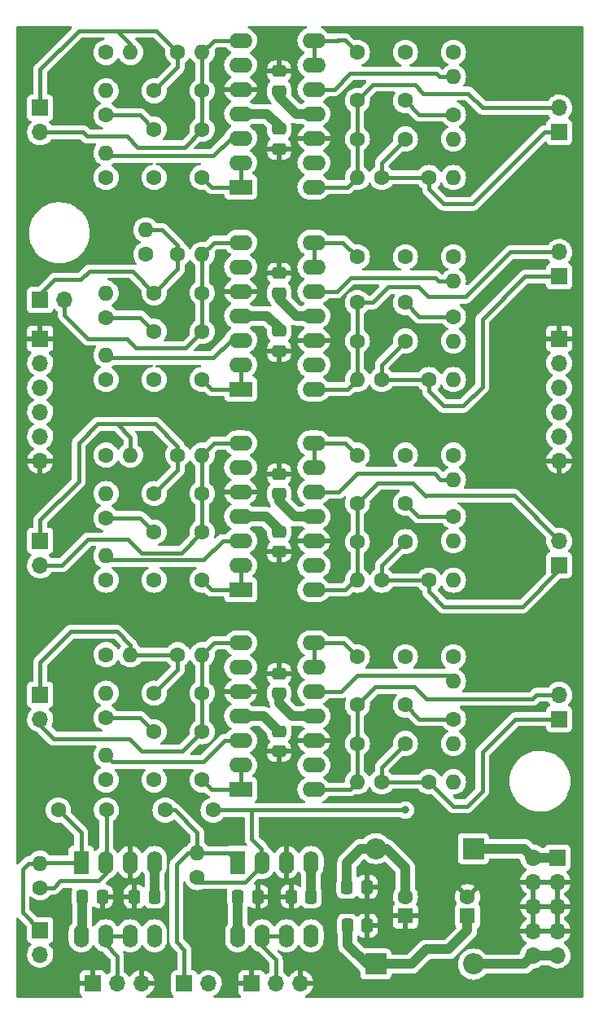
<source format=gtl>
G04 #@! TF.GenerationSoftware,KiCad,Pcbnew,(6.0.4)*
G04 #@! TF.CreationDate,2023-11-12T14:03:14+01:00*
G04 #@! TF.ProjectId,Mixer_BACK,4d697865-725f-4424-9143-4b2e6b696361,rev?*
G04 #@! TF.SameCoordinates,Original*
G04 #@! TF.FileFunction,Copper,L1,Top*
G04 #@! TF.FilePolarity,Positive*
%FSLAX46Y46*%
G04 Gerber Fmt 4.6, Leading zero omitted, Abs format (unit mm)*
G04 Created by KiCad (PCBNEW (6.0.4)) date 2023-11-12 14:03:14*
%MOMM*%
%LPD*%
G01*
G04 APERTURE LIST*
G04 Aperture macros list*
%AMRoundRect*
0 Rectangle with rounded corners*
0 $1 Rounding radius*
0 $2 $3 $4 $5 $6 $7 $8 $9 X,Y pos of 4 corners*
0 Add a 4 corners polygon primitive as box body*
4,1,4,$2,$3,$4,$5,$6,$7,$8,$9,$2,$3,0*
0 Add four circle primitives for the rounded corners*
1,1,$1+$1,$2,$3*
1,1,$1+$1,$4,$5*
1,1,$1+$1,$6,$7*
1,1,$1+$1,$8,$9*
0 Add four rect primitives between the rounded corners*
20,1,$1+$1,$2,$3,$4,$5,0*
20,1,$1+$1,$4,$5,$6,$7,0*
20,1,$1+$1,$6,$7,$8,$9,0*
20,1,$1+$1,$8,$9,$2,$3,0*%
G04 Aperture macros list end*
G04 #@! TA.AperFunction,SMDPad,CuDef*
%ADD10RoundRect,0.250000X-0.475000X0.337500X-0.475000X-0.337500X0.475000X-0.337500X0.475000X0.337500X0*%
G04 #@! TD*
G04 #@! TA.AperFunction,SMDPad,CuDef*
%ADD11RoundRect,0.250000X0.475000X-0.337500X0.475000X0.337500X-0.475000X0.337500X-0.475000X-0.337500X0*%
G04 #@! TD*
G04 #@! TA.AperFunction,SMDPad,CuDef*
%ADD12RoundRect,0.250000X0.337500X0.475000X-0.337500X0.475000X-0.337500X-0.475000X0.337500X-0.475000X0*%
G04 #@! TD*
G04 #@! TA.AperFunction,SMDPad,CuDef*
%ADD13RoundRect,0.250000X-0.337500X-0.475000X0.337500X-0.475000X0.337500X0.475000X-0.337500X0.475000X0*%
G04 #@! TD*
G04 #@! TA.AperFunction,ComponentPad*
%ADD14R,1.700000X1.700000*%
G04 #@! TD*
G04 #@! TA.AperFunction,ComponentPad*
%ADD15O,1.700000X1.700000*%
G04 #@! TD*
G04 #@! TA.AperFunction,ComponentPad*
%ADD16C,1.600000*%
G04 #@! TD*
G04 #@! TA.AperFunction,ComponentPad*
%ADD17O,1.600000X1.600000*%
G04 #@! TD*
G04 #@! TA.AperFunction,ComponentPad*
%ADD18R,1.600000X2.400000*%
G04 #@! TD*
G04 #@! TA.AperFunction,ComponentPad*
%ADD19O,1.600000X2.400000*%
G04 #@! TD*
G04 #@! TA.AperFunction,ComponentPad*
%ADD20R,2.400000X1.600000*%
G04 #@! TD*
G04 #@! TA.AperFunction,ComponentPad*
%ADD21O,2.400000X1.600000*%
G04 #@! TD*
G04 #@! TA.AperFunction,ComponentPad*
%ADD22R,2.200000X2.200000*%
G04 #@! TD*
G04 #@! TA.AperFunction,ComponentPad*
%ADD23O,2.200000X2.200000*%
G04 #@! TD*
G04 #@! TA.AperFunction,ComponentPad*
%ADD24R,1.600000X1.600000*%
G04 #@! TD*
G04 #@! TA.AperFunction,ViaPad*
%ADD25C,1.000000*%
G04 #@! TD*
G04 #@! TA.AperFunction,ViaPad*
%ADD26C,0.800000*%
G04 #@! TD*
G04 #@! TA.AperFunction,Conductor*
%ADD27C,1.000000*%
G04 #@! TD*
G04 #@! TA.AperFunction,Conductor*
%ADD28C,0.400000*%
G04 #@! TD*
G04 APERTURE END LIST*
D10*
X111860000Y-78212500D03*
X111860000Y-80287500D03*
X111860000Y-113822500D03*
X111860000Y-115897500D03*
D11*
X111860000Y-53287500D03*
X111860000Y-51212500D03*
D12*
X121000000Y-136000000D03*
X118925000Y-136000000D03*
D10*
X111860000Y-99062500D03*
X111860000Y-101137500D03*
D13*
X91389572Y-136994888D03*
X93464572Y-136994888D03*
D14*
X87000000Y-79000000D03*
D15*
X87000000Y-81540000D03*
X87000000Y-84080000D03*
X87000000Y-86620000D03*
X87000000Y-89160000D03*
X87000000Y-91700000D03*
D13*
X96809018Y-137011512D03*
X98884018Y-137011512D03*
D10*
X111860000Y-93062500D03*
X111860000Y-95137500D03*
D14*
X87000000Y-75000000D03*
D15*
X89540000Y-75000000D03*
D10*
X111860000Y-119822500D03*
X111860000Y-121897500D03*
D14*
X102000000Y-146010000D03*
D15*
X104540000Y-146010000D03*
D14*
X141000000Y-72540000D03*
D15*
X141000000Y-70000000D03*
D14*
X87000000Y-55010000D03*
D15*
X87000000Y-57550000D03*
D14*
X109000000Y-146010000D03*
D15*
X111540000Y-146010000D03*
X114080000Y-146010000D03*
D10*
X111860000Y-57212500D03*
X111860000Y-59287500D03*
D14*
X141000000Y-102550000D03*
D15*
X141000000Y-100010000D03*
D14*
X92475000Y-146010000D03*
D15*
X95015000Y-146010000D03*
X97555000Y-146010000D03*
D13*
X107548165Y-136994888D03*
X109623165Y-136994888D03*
D14*
X87000000Y-116010000D03*
D15*
X87000000Y-118550000D03*
D13*
X113110420Y-136994888D03*
X115185420Y-136994888D03*
D14*
X87000000Y-100010000D03*
D15*
X87000000Y-102550000D03*
D14*
X141000000Y-118550000D03*
D15*
X141000000Y-116010000D03*
D13*
X118962500Y-140000000D03*
X121037500Y-140000000D03*
D14*
X141000000Y-57540000D03*
D15*
X141000000Y-55000000D03*
D14*
X87000000Y-140470000D03*
D15*
X87000000Y-143010000D03*
D10*
X111860000Y-72212500D03*
X111860000Y-74287500D03*
D14*
X141000000Y-79000000D03*
D15*
X141000000Y-81540000D03*
X141000000Y-84080000D03*
X141000000Y-86620000D03*
X141000000Y-89160000D03*
X141000000Y-91700000D03*
D16*
X87000000Y-136057500D03*
D17*
X87000000Y-133517500D03*
D16*
X130000000Y-112070000D03*
D17*
X130000000Y-114610000D03*
D16*
X127460000Y-62250000D03*
D17*
X130000000Y-62250000D03*
D16*
X127460000Y-104100000D03*
D17*
X130000000Y-104100000D03*
D16*
X122540000Y-125070000D03*
D17*
X120000000Y-125070000D03*
D16*
X125000000Y-79250000D03*
X120000000Y-79250000D03*
X103350000Y-135010000D03*
D17*
X103350000Y-132470000D03*
D16*
X127460000Y-125070000D03*
D17*
X130000000Y-125070000D03*
D16*
X122540000Y-104100000D03*
D17*
X120000000Y-104100000D03*
D18*
X107550000Y-133437500D03*
D19*
X110090000Y-133437500D03*
X112630000Y-133437500D03*
X115170000Y-133437500D03*
X115170000Y-141057500D03*
X112630000Y-141057500D03*
X110090000Y-141057500D03*
X107550000Y-141057500D03*
D20*
X107860000Y-125860000D03*
D21*
X107860000Y-123320000D03*
X107860000Y-120780000D03*
X107860000Y-118240000D03*
X107860000Y-115700000D03*
X107860000Y-113160000D03*
X107860000Y-110620000D03*
X115480000Y-110620000D03*
X115480000Y-113160000D03*
X115480000Y-115700000D03*
X115480000Y-118240000D03*
X115480000Y-120780000D03*
X115480000Y-123320000D03*
X115480000Y-125860000D03*
D16*
X103860000Y-57250000D03*
X98860000Y-57250000D03*
X98860000Y-124860000D03*
X103860000Y-124860000D03*
X130000000Y-49250000D03*
D17*
X130000000Y-51790000D03*
D16*
X93860000Y-104100000D03*
D17*
X93860000Y-101560000D03*
D16*
X105000000Y-128000000D03*
X100000000Y-128000000D03*
D20*
X107860000Y-84250000D03*
D21*
X107860000Y-81710000D03*
X107860000Y-79170000D03*
X107860000Y-76630000D03*
X107860000Y-74090000D03*
X107860000Y-71550000D03*
X107860000Y-69010000D03*
X115480000Y-69010000D03*
X115480000Y-71550000D03*
X115480000Y-74090000D03*
X115480000Y-76630000D03*
X115480000Y-79170000D03*
X115480000Y-81710000D03*
X115480000Y-84250000D03*
D16*
X93860000Y-118400000D03*
D17*
X93860000Y-115860000D03*
D16*
X93895000Y-128000000D03*
X88895000Y-128000000D03*
X98860000Y-115860000D03*
X103860000Y-115860000D03*
D20*
X107860000Y-105100000D03*
D21*
X107860000Y-102560000D03*
X107860000Y-100020000D03*
X107860000Y-97480000D03*
X107860000Y-94940000D03*
X107860000Y-92400000D03*
X107860000Y-89860000D03*
X115480000Y-89860000D03*
X115480000Y-92400000D03*
X115480000Y-94940000D03*
X115480000Y-97480000D03*
X115480000Y-100020000D03*
X115480000Y-102560000D03*
X115480000Y-105100000D03*
D16*
X93860000Y-62250000D03*
D17*
X93860000Y-59710000D03*
D16*
X93860000Y-76790000D03*
D17*
X93860000Y-74250000D03*
D16*
X93860000Y-124860000D03*
D17*
X93860000Y-122320000D03*
D16*
X93860000Y-49250000D03*
D17*
X96400000Y-49250000D03*
D16*
X98860000Y-95100000D03*
X103860000Y-95100000D03*
X98860000Y-53250000D03*
X103860000Y-53250000D03*
X120000000Y-96100000D03*
X125000000Y-96100000D03*
D22*
X132080000Y-132000000D03*
D23*
X121920000Y-132000000D03*
D16*
X130000000Y-76710000D03*
D17*
X130000000Y-79250000D03*
D18*
X91275000Y-133437500D03*
D19*
X93815000Y-133437500D03*
X96355000Y-133437500D03*
X98895000Y-133437500D03*
X98895000Y-141057500D03*
X96355000Y-141057500D03*
X93815000Y-141057500D03*
X91275000Y-141057500D03*
D16*
X120000000Y-70500000D03*
X125000000Y-70500000D03*
X120000000Y-117070000D03*
X125000000Y-117070000D03*
X101320000Y-91100000D03*
D17*
X103860000Y-91100000D03*
D16*
X120000000Y-91100000D03*
X125000000Y-91100000D03*
X93860000Y-83250000D03*
D17*
X93860000Y-80710000D03*
D16*
X98860000Y-104100000D03*
X103860000Y-104100000D03*
D20*
X107860000Y-63250000D03*
D21*
X107860000Y-60710000D03*
X107860000Y-58170000D03*
X107860000Y-55630000D03*
X107860000Y-53090000D03*
X107860000Y-50550000D03*
X107860000Y-48010000D03*
X115480000Y-48010000D03*
X115480000Y-50550000D03*
X115480000Y-53090000D03*
X115480000Y-55630000D03*
X115480000Y-58170000D03*
X115480000Y-60710000D03*
X115480000Y-63250000D03*
D24*
X125000000Y-139010000D03*
D16*
X125000000Y-137010000D03*
X130000000Y-55710000D03*
D17*
X130000000Y-58250000D03*
D16*
X125000000Y-100100000D03*
X120000000Y-100100000D03*
X93860000Y-55790000D03*
D17*
X93860000Y-53250000D03*
D16*
X101320000Y-49250000D03*
D17*
X103860000Y-49250000D03*
D16*
X125000000Y-121070000D03*
X120000000Y-121070000D03*
X127460000Y-83250000D03*
D17*
X130000000Y-83250000D03*
D16*
X103860000Y-119860000D03*
X98860000Y-119860000D03*
X130000000Y-70500000D03*
D17*
X130000000Y-73040000D03*
D16*
X120000000Y-75250000D03*
X125000000Y-75250000D03*
X98860000Y-83250000D03*
X103860000Y-83250000D03*
X93860000Y-97640000D03*
D17*
X93860000Y-95100000D03*
D16*
X120000000Y-49250000D03*
X125000000Y-49250000D03*
X101320000Y-70250000D03*
D17*
X103860000Y-70250000D03*
D16*
X103860000Y-78250000D03*
X98860000Y-78250000D03*
D14*
X140817500Y-132935000D03*
D15*
X138277500Y-132935000D03*
X140817500Y-135475000D03*
X138277500Y-135475000D03*
X140817500Y-138015000D03*
X138277500Y-138015000D03*
X140817500Y-140555000D03*
X138277500Y-140555000D03*
X140817500Y-143095000D03*
X138277500Y-143095000D03*
D16*
X125000000Y-58250000D03*
X120000000Y-58250000D03*
X98860000Y-62250000D03*
X103860000Y-62250000D03*
X130000000Y-118530000D03*
D17*
X130000000Y-121070000D03*
D16*
X101320000Y-111860000D03*
D17*
X103860000Y-111860000D03*
D16*
X98860000Y-74250000D03*
X103860000Y-74250000D03*
X93860000Y-111860000D03*
D17*
X96400000Y-111860000D03*
D16*
X122540000Y-83250000D03*
D17*
X120000000Y-83250000D03*
D16*
X122540000Y-62250000D03*
D17*
X120000000Y-62250000D03*
D24*
X131462500Y-139010000D03*
D16*
X131462500Y-137010000D03*
X98000000Y-70250000D03*
D17*
X98000000Y-67710000D03*
D16*
X120000000Y-54250000D03*
X125000000Y-54250000D03*
D22*
X121920000Y-144010000D03*
D23*
X132080000Y-144010000D03*
D16*
X103860000Y-99100000D03*
X98860000Y-99100000D03*
X120000000Y-112070000D03*
X125000000Y-112070000D03*
X93860000Y-91100000D03*
D17*
X96400000Y-91100000D03*
D16*
X130000000Y-97475000D03*
D17*
X130000000Y-100015000D03*
D16*
X130000000Y-91100000D03*
D17*
X130000000Y-93640000D03*
D25*
X90626422Y-115171792D03*
X128000000Y-136000000D03*
X134500000Y-101500000D03*
X98624810Y-90704252D03*
X139354217Y-51551773D03*
X101334662Y-97105718D03*
X122000000Y-109460000D03*
X91000000Y-86000000D03*
X136237204Y-57012779D03*
X134484105Y-79040704D03*
X91000000Y-105850000D03*
X134250000Y-92750000D03*
X121000000Y-87850000D03*
X136000000Y-111610000D03*
X90492551Y-98197566D03*
X118000000Y-130000000D03*
X122601760Y-119192697D03*
X128000000Y-131000000D03*
X135000000Y-73000000D03*
X128000000Y-140000000D03*
X122000000Y-66000000D03*
X134047316Y-118304345D03*
X132000000Y-87500000D03*
X101358826Y-76373724D03*
X101983355Y-126379153D03*
X90000000Y-52000000D03*
X91000000Y-81429025D03*
X128000000Y-145000000D03*
X98145486Y-51145486D03*
X103197635Y-65971514D03*
X90000000Y-60000000D03*
X122384282Y-77621115D03*
X131177108Y-108852939D03*
X97000000Y-108460000D03*
X122656129Y-98370352D03*
X112000000Y-49000000D03*
X122601760Y-56178183D03*
X104000000Y-87000000D03*
X101343285Y-117779090D03*
X101397655Y-55090793D03*
X104000000Y-109460000D03*
X98002555Y-64980175D03*
D26*
X125000000Y-128000000D03*
D27*
X111860000Y-98860000D02*
X110480000Y-97480000D01*
X111860000Y-78212500D02*
X111860000Y-77860000D01*
X111860000Y-77860000D02*
X110630000Y-76630000D01*
X121920000Y-144010000D02*
X120972500Y-144010000D01*
X131462500Y-139010000D02*
X131462500Y-140537500D01*
X111860000Y-99062500D02*
X111860000Y-98860000D01*
X111860000Y-119822500D02*
X111822500Y-119822500D01*
X111860000Y-57212500D02*
X111860000Y-56860000D01*
X111822500Y-119822500D02*
X110240000Y-118240000D01*
X127151292Y-142489593D02*
X125630885Y-144010000D01*
X111860000Y-56860000D02*
X110630000Y-55630000D01*
X107550000Y-136996723D02*
X107548165Y-136994888D01*
X120972500Y-144010000D02*
X119000000Y-142037500D01*
X91389572Y-136994888D02*
X91389572Y-140942928D01*
X107550000Y-141057500D02*
X107550000Y-136996723D01*
X129510407Y-142489593D02*
X127151292Y-142489593D01*
X125630885Y-144010000D02*
X121920000Y-144010000D01*
X110240000Y-118240000D02*
X107860000Y-118240000D01*
X131462500Y-140537500D02*
X129510407Y-142489593D01*
X110630000Y-76630000D02*
X107860000Y-76630000D01*
X119000000Y-142037500D02*
X119000000Y-140037500D01*
X110630000Y-55630000D02*
X107860000Y-55630000D01*
X110480000Y-97480000D02*
X107860000Y-97480000D01*
X113480000Y-97480000D02*
X115480000Y-97480000D01*
X111860000Y-74860000D02*
X113630000Y-76630000D01*
X121920000Y-132000000D02*
X123000000Y-132000000D01*
X111860000Y-116860000D02*
X113240000Y-118240000D01*
X98884018Y-137011512D02*
X98884018Y-133448482D01*
X115170000Y-136979468D02*
X115185420Y-136994888D01*
X111860000Y-115897500D02*
X111860000Y-116860000D01*
X123000000Y-132000000D02*
X125000000Y-134000000D01*
X113240000Y-118240000D02*
X115480000Y-118240000D01*
X113630000Y-55630000D02*
X115480000Y-55630000D01*
X125000000Y-134000000D02*
X125000000Y-137010000D01*
X120364366Y-132000000D02*
X118925000Y-133439366D01*
X111860000Y-53287500D02*
X111860000Y-53860000D01*
X111860000Y-95860000D02*
X113480000Y-97480000D01*
X115170000Y-133437500D02*
X115170000Y-136979468D01*
X111860000Y-95137500D02*
X111860000Y-95860000D01*
X121920000Y-132000000D02*
X120364366Y-132000000D01*
X113630000Y-76630000D02*
X115480000Y-76630000D01*
X118925000Y-133439366D02*
X118925000Y-136000000D01*
X111860000Y-74287500D02*
X111860000Y-74860000D01*
X111860000Y-53860000D02*
X113630000Y-55630000D01*
D28*
X87000000Y-97850000D02*
X87000000Y-100010000D01*
X96400000Y-89250000D02*
X96400000Y-91100000D01*
X101320000Y-90170000D02*
X99000000Y-87850000D01*
X87000000Y-97850000D02*
X91000000Y-93850000D01*
X91000000Y-89850000D02*
X93000000Y-87850000D01*
X101320000Y-92640000D02*
X98860000Y-95100000D01*
X99000000Y-87850000D02*
X95000000Y-87850000D01*
X101320000Y-91100000D02*
X101320000Y-90170000D01*
X101320000Y-91100000D02*
X101320000Y-92640000D01*
X91000000Y-93850000D02*
X91000000Y-89850000D01*
X93000000Y-87850000D02*
X95000000Y-87850000D01*
X95000000Y-87850000D02*
X96400000Y-89250000D01*
X104860000Y-125860000D02*
X103860000Y-124860000D01*
X104860000Y-125860000D02*
X107860000Y-125860000D01*
X107860000Y-125860000D02*
X107860000Y-123320000D01*
X89300000Y-102550000D02*
X87000000Y-102550000D01*
X105100000Y-89860000D02*
X103860000Y-91100000D01*
X101675045Y-101284955D02*
X97572668Y-101284955D01*
X97572668Y-101284955D02*
X96137713Y-99850000D01*
X103860000Y-91100000D02*
X103860000Y-95100000D01*
X96137713Y-99850000D02*
X92000000Y-99850000D01*
X92000000Y-99850000D02*
X89300000Y-102550000D01*
X103860000Y-95100000D02*
X103860000Y-99100000D01*
X103860000Y-99100000D02*
X101675045Y-101284955D01*
X107860000Y-89860000D02*
X105100000Y-89860000D01*
X88439472Y-120589472D02*
X96284340Y-120589472D01*
X87000000Y-119150000D02*
X88439472Y-120589472D01*
X105100000Y-110620000D02*
X107860000Y-110620000D01*
X97589208Y-121894340D02*
X101825660Y-121894340D01*
X103860000Y-111860000D02*
X103860000Y-115860000D01*
X101825660Y-121894340D02*
X103860000Y-119860000D01*
X96284340Y-120589472D02*
X97589208Y-121894340D01*
X105100000Y-110620000D02*
X103860000Y-111860000D01*
X103860000Y-115860000D02*
X103860000Y-119860000D01*
X93860000Y-97640000D02*
X97400000Y-97640000D01*
X97400000Y-97640000D02*
X98860000Y-99100000D01*
X118750000Y-48000000D02*
X118000000Y-48000000D01*
X118875000Y-48125000D02*
X118750000Y-48000000D01*
X120000000Y-49250000D02*
X118875000Y-48125000D01*
X118000000Y-48000000D02*
X117990000Y-48010000D01*
X117990000Y-48010000D02*
X115480000Y-48010000D01*
X115480000Y-48010000D02*
X115480000Y-50550000D01*
X115480000Y-69010000D02*
X115480000Y-71550000D01*
X118510000Y-69010000D02*
X120000000Y-70500000D01*
X115480000Y-69010000D02*
X118510000Y-69010000D01*
X118760000Y-89860000D02*
X120000000Y-91100000D01*
X115480000Y-89860000D02*
X118760000Y-89860000D01*
X115480000Y-89860000D02*
X115480000Y-92400000D01*
X118550000Y-110620000D02*
X120000000Y-112070000D01*
X115480000Y-113160000D02*
X115480000Y-110620000D01*
X118550000Y-110620000D02*
X115480000Y-110620000D01*
X122540000Y-60710000D02*
X125000000Y-58250000D01*
X127460000Y-63460000D02*
X127460000Y-62250000D01*
X141000000Y-57540000D02*
X139460000Y-57540000D01*
X122540000Y-62250000D02*
X122540000Y-60710000D01*
X129000000Y-65000000D02*
X127460000Y-63460000D01*
X132000000Y-65000000D02*
X129000000Y-65000000D01*
X139460000Y-57540000D02*
X132000000Y-65000000D01*
X127460000Y-62250000D02*
X122540000Y-62250000D01*
X141000000Y-55000000D02*
X133000000Y-55000000D01*
X115480000Y-63250000D02*
X119000000Y-63250000D01*
X120000000Y-58250000D02*
X120000000Y-54250000D01*
X133000000Y-55000000D02*
X131513900Y-53513900D01*
X121642258Y-52607742D02*
X120000000Y-54250000D01*
X125966218Y-52607742D02*
X121642258Y-52607742D01*
X131513900Y-53513900D02*
X126872376Y-53513900D01*
X126872376Y-53513900D02*
X125966218Y-52607742D01*
X119000000Y-63250000D02*
X120000000Y-62250000D01*
X120000000Y-62250000D02*
X120000000Y-58250000D01*
X127460000Y-84460000D02*
X127460000Y-83250000D01*
X129000000Y-86000000D02*
X127460000Y-84460000D01*
X141000000Y-72540000D02*
X137460000Y-72540000D01*
X127460000Y-83250000D02*
X122540000Y-83250000D01*
X122540000Y-83250000D02*
X122540000Y-81710000D01*
X133000000Y-84000000D02*
X131000000Y-86000000D01*
X131000000Y-86000000D02*
X129000000Y-86000000D01*
X122540000Y-81710000D02*
X125000000Y-79250000D01*
X133000000Y-77000000D02*
X133000000Y-84000000D01*
X137460000Y-72540000D02*
X133000000Y-77000000D01*
X126363771Y-73639520D02*
X123181288Y-73639520D01*
X141000000Y-70000000D02*
X135925834Y-70000000D01*
X131264221Y-74661613D02*
X127385864Y-74661613D01*
X123181288Y-73639520D02*
X121570808Y-75250000D01*
X119000000Y-84250000D02*
X120000000Y-83250000D01*
X120000000Y-83250000D02*
X120000000Y-79250000D01*
X120000000Y-79250000D02*
X120000000Y-75250000D01*
X115480000Y-84250000D02*
X119000000Y-84250000D01*
X121570808Y-75250000D02*
X120000000Y-75250000D01*
X127385864Y-74661613D02*
X126363771Y-73639520D01*
X135925834Y-70000000D02*
X131264221Y-74661613D01*
X127460000Y-104100000D02*
X122540000Y-104100000D01*
X141000000Y-103010000D02*
X141000000Y-102550000D01*
X129000000Y-106850000D02*
X137160000Y-106850000D01*
X127460000Y-105310000D02*
X129000000Y-106850000D01*
X122540000Y-104100000D02*
X122540000Y-102560000D01*
X137160000Y-106850000D02*
X141000000Y-103010000D01*
X122540000Y-102560000D02*
X125000000Y-100100000D01*
X127460000Y-104100000D02*
X127460000Y-105310000D01*
X120000000Y-96100000D02*
X120000000Y-100100000D01*
X118750000Y-105100000D02*
X115480000Y-105100000D01*
X125741466Y-94004252D02*
X127070498Y-95333284D01*
X127094662Y-95309120D02*
X136299120Y-95309120D01*
X120000000Y-96100000D02*
X122095748Y-94004252D01*
X120000000Y-100100000D02*
X120000000Y-104100000D01*
X120000000Y-104100000D02*
X119750000Y-104100000D01*
X122095748Y-94004252D02*
X125741466Y-94004252D01*
X127070498Y-95333284D02*
X127094662Y-95309120D01*
X119750000Y-104100000D02*
X118750000Y-105100000D01*
X136299120Y-95309120D02*
X141000000Y-100010000D01*
X130000000Y-127610000D02*
X127460000Y-125070000D01*
X133000000Y-122000000D02*
X133000000Y-126000000D01*
X141000000Y-118550000D02*
X136450000Y-118550000D01*
X133000000Y-126000000D02*
X131390000Y-127610000D01*
X122540000Y-123530000D02*
X122540000Y-125070000D01*
X131390000Y-127610000D02*
X130000000Y-127610000D01*
X136450000Y-118550000D02*
X133000000Y-122000000D01*
X125000000Y-121070000D02*
X122540000Y-123530000D01*
X127460000Y-125070000D02*
X122540000Y-125070000D01*
X127146316Y-116459073D02*
X138211645Y-116459073D01*
X125895718Y-115208475D02*
X127146316Y-116459073D01*
X119210000Y-125860000D02*
X120000000Y-125070000D01*
X115480000Y-125860000D02*
X119210000Y-125860000D01*
X138211645Y-116459073D02*
X138660718Y-116010000D01*
X120000000Y-121070000D02*
X120000000Y-125070000D01*
X120000000Y-117070000D02*
X121861525Y-115208475D01*
X138660718Y-116010000D02*
X141000000Y-116010000D01*
X121861525Y-115208475D02*
X125895718Y-115208475D01*
X120000000Y-117070000D02*
X120000000Y-121070000D01*
X126460000Y-55710000D02*
X125000000Y-54250000D01*
X130000000Y-55710000D02*
X126460000Y-55710000D01*
X130000000Y-76710000D02*
X126460000Y-76710000D01*
X126460000Y-76710000D02*
X125000000Y-75250000D01*
X126375000Y-97475000D02*
X125000000Y-96100000D01*
X130000000Y-97475000D02*
X126375000Y-97475000D01*
X126460000Y-118530000D02*
X130000000Y-118530000D01*
X126460000Y-118530000D02*
X125000000Y-117070000D01*
X110090000Y-133713782D02*
X110090000Y-133437500D01*
X109000000Y-128000000D02*
X108000000Y-128000000D01*
X110000000Y-132000000D02*
X109000000Y-131000000D01*
X110090000Y-133437500D02*
X110000000Y-133347500D01*
X125000000Y-128000000D02*
X109000000Y-128000000D01*
X103671546Y-135469120D02*
X108334662Y-135469120D01*
X103350000Y-135010000D02*
X103350000Y-135147574D01*
X109000000Y-131000000D02*
X109000000Y-128000000D01*
X110000000Y-133347500D02*
X110000000Y-132000000D01*
X108000000Y-128000000D02*
X105000000Y-128000000D01*
X103350000Y-135147574D02*
X103671546Y-135469120D01*
X108334662Y-135469120D02*
X110090000Y-133713782D01*
X106582500Y-132470000D02*
X103350000Y-132470000D01*
X101182052Y-141703489D02*
X102000000Y-142521437D01*
X101000000Y-128000000D02*
X100000000Y-128000000D01*
X101182052Y-133648953D02*
X101182052Y-141703489D01*
X103350000Y-132470000D02*
X103350000Y-130350000D01*
X107550000Y-133437500D02*
X106582500Y-132470000D01*
X102000000Y-142521437D02*
X102000000Y-146010000D01*
X103350000Y-130350000D02*
X101000000Y-128000000D01*
X102361005Y-132470000D02*
X101182052Y-133648953D01*
X103350000Y-132470000D02*
X102361005Y-132470000D01*
D27*
X140817500Y-143095000D02*
X138277500Y-143095000D01*
X138277500Y-143095000D02*
X137362500Y-144010000D01*
X137362500Y-144010000D02*
X132080000Y-144010000D01*
X134532500Y-132000000D02*
X132080000Y-132000000D01*
X138277500Y-132935000D02*
X137352500Y-132010000D01*
X134542500Y-132010000D02*
X134532500Y-132000000D01*
X137352500Y-132010000D02*
X134542500Y-132010000D01*
X140817500Y-132935000D02*
X138277500Y-132935000D01*
D28*
X107860000Y-63250000D02*
X104860000Y-63250000D01*
X104860000Y-63250000D02*
X103860000Y-62250000D01*
X107860000Y-63250000D02*
X107860000Y-60710000D01*
X107860000Y-84250000D02*
X104860000Y-84250000D01*
X107860000Y-84250000D02*
X107860000Y-81710000D01*
X104860000Y-84250000D02*
X103860000Y-83250000D01*
X107860000Y-105100000D02*
X104860000Y-105100000D01*
X104860000Y-105100000D02*
X103860000Y-104100000D01*
X107860000Y-105100000D02*
X107860000Y-102560000D01*
X91000000Y-47000000D02*
X95000000Y-47000000D01*
X87000000Y-51000000D02*
X91000000Y-47000000D01*
X101320000Y-50790000D02*
X98860000Y-53250000D01*
X87000000Y-55000000D02*
X87000000Y-51000000D01*
X95000000Y-47000000D02*
X96400000Y-48400000D01*
X101320000Y-49250000D02*
X101320000Y-50790000D01*
X95000000Y-47000000D02*
X99070000Y-47000000D01*
X96400000Y-48400000D02*
X96400000Y-49250000D01*
X99070000Y-47000000D02*
X101320000Y-49250000D01*
X95990733Y-57990733D02*
X97100293Y-59100293D01*
X105100000Y-48010000D02*
X103860000Y-49250000D01*
X91437712Y-57540000D02*
X91888445Y-57990733D01*
X91888445Y-57990733D02*
X95990733Y-57990733D01*
X103860000Y-49250000D02*
X103860000Y-53250000D01*
X107860000Y-48010000D02*
X105100000Y-48010000D01*
X97100293Y-59100293D02*
X102009707Y-59100293D01*
X87000000Y-57540000D02*
X91437712Y-57540000D01*
X103860000Y-53250000D02*
X103860000Y-57250000D01*
X102009707Y-59100293D02*
X103860000Y-57250000D01*
X101320000Y-71790000D02*
X98860000Y-74250000D01*
X101320000Y-69320000D02*
X101320000Y-70250000D01*
X87000000Y-74373136D02*
X87000000Y-75000000D01*
X99710000Y-67710000D02*
X101320000Y-69320000D01*
X88489152Y-72883984D02*
X87000000Y-74373136D01*
X96610000Y-72000000D02*
X92109224Y-72000000D01*
X91225240Y-72883984D02*
X88489152Y-72883984D01*
X98860000Y-74250000D02*
X96610000Y-72000000D01*
X92109224Y-72000000D02*
X91225240Y-72883984D01*
X101320000Y-70250000D02*
X101320000Y-71790000D01*
X98000000Y-67710000D02*
X99710000Y-67710000D01*
X97000000Y-80000000D02*
X96000000Y-79000000D01*
X92000000Y-79000000D02*
X89540000Y-76540000D01*
X102110000Y-80000000D02*
X97000000Y-80000000D01*
X107860000Y-69010000D02*
X105100000Y-69010000D01*
X105100000Y-69010000D02*
X103860000Y-70250000D01*
X103860000Y-74250000D02*
X103860000Y-78250000D01*
X89540000Y-76540000D02*
X89540000Y-75000000D01*
X96000000Y-79000000D02*
X92000000Y-79000000D01*
X103860000Y-70250000D02*
X103860000Y-74250000D01*
X103860000Y-78250000D02*
X102110000Y-80000000D01*
X101320000Y-111860000D02*
X101320000Y-113400000D01*
X101320000Y-113400000D02*
X98860000Y-115860000D01*
X96400000Y-110860000D02*
X96400000Y-111860000D01*
X87000000Y-112610000D02*
X87000000Y-116610000D01*
X90150000Y-109460000D02*
X87000000Y-112610000D01*
X95000000Y-109460000D02*
X90150000Y-109460000D01*
X96400000Y-110860000D02*
X95000000Y-109460000D01*
X96400000Y-111860000D02*
X101320000Y-111860000D01*
X97400000Y-55790000D02*
X98860000Y-57250000D01*
X93860000Y-55790000D02*
X97400000Y-55790000D01*
X97400000Y-76790000D02*
X98860000Y-78250000D01*
X93860000Y-76790000D02*
X97400000Y-76790000D01*
X93860000Y-118400000D02*
X97400000Y-118400000D01*
X97400000Y-118400000D02*
X98860000Y-119860000D01*
X93039648Y-135368285D02*
X89099744Y-135368285D01*
X93895000Y-128000000D02*
X93895000Y-133357500D01*
X88410529Y-136057500D02*
X87000000Y-136057500D01*
X93895000Y-133357500D02*
X93815000Y-133437500D01*
X93815000Y-133437500D02*
X93815000Y-134592933D01*
X89099744Y-135368285D02*
X88410529Y-136057500D01*
X93815000Y-134592933D02*
X93039648Y-135368285D01*
X91275000Y-133437500D02*
X87080000Y-133437500D01*
X85152967Y-134189999D02*
X85152967Y-138622967D01*
X85825466Y-133517500D02*
X85152967Y-134189999D01*
X87080000Y-133437500D02*
X87000000Y-133517500D01*
X91275000Y-130380000D02*
X88895000Y-128000000D01*
X91275000Y-133437500D02*
X91275000Y-130380000D01*
X87000000Y-133517500D02*
X85825466Y-133517500D01*
X85152967Y-138622967D02*
X87000000Y-140470000D01*
X93815000Y-141057500D02*
X96355000Y-141057500D01*
X93815000Y-141977500D02*
X95015000Y-143177500D01*
X93815000Y-141057500D02*
X93815000Y-141977500D01*
X95015000Y-143177500D02*
X95015000Y-146010000D01*
X107860000Y-58170000D02*
X106830000Y-58170000D01*
X106830000Y-58170000D02*
X105000000Y-60000000D01*
X105000000Y-60000000D02*
X94150000Y-60000000D01*
X94150000Y-60000000D02*
X93860000Y-59710000D01*
X106830000Y-79170000D02*
X105000000Y-81000000D01*
X105000000Y-81000000D02*
X94150000Y-81000000D01*
X107860000Y-79170000D02*
X106830000Y-79170000D01*
X94150000Y-81000000D02*
X93860000Y-80710000D01*
X104000000Y-102000000D02*
X94300000Y-102000000D01*
X107860000Y-100020000D02*
X105980000Y-100020000D01*
X94300000Y-102000000D02*
X93860000Y-101560000D01*
X105980000Y-100020000D02*
X104000000Y-102000000D01*
X104000000Y-123000000D02*
X94540000Y-123000000D01*
X106220000Y-120780000D02*
X104000000Y-123000000D01*
X107860000Y-120780000D02*
X106220000Y-120780000D01*
X94540000Y-123000000D02*
X93860000Y-122320000D01*
X110000000Y-142010000D02*
X111540000Y-143550000D01*
X111540000Y-143550000D02*
X111540000Y-146010000D01*
X110090000Y-141057500D02*
X110000000Y-141147500D01*
X110000000Y-141147500D02*
X110000000Y-142010000D01*
X110090000Y-141057500D02*
X112630000Y-141057500D01*
X128537307Y-51790000D02*
X130000000Y-51790000D01*
X128169175Y-51421868D02*
X128537307Y-51790000D01*
X115480000Y-53090000D02*
X117583131Y-53090000D01*
X119251263Y-51421868D02*
X128169175Y-51421868D01*
X117583131Y-53090000D02*
X119251263Y-51421868D01*
X117910000Y-74090000D02*
X119350990Y-72649010D01*
X115480000Y-74090000D02*
X117910000Y-74090000D01*
X128476428Y-73040000D02*
X130000000Y-73040000D01*
X119350990Y-72649010D02*
X128085438Y-72649010D01*
X128085438Y-72649010D02*
X128476428Y-73040000D01*
X120000000Y-93000000D02*
X128000000Y-93000000D01*
X115480000Y-94940000D02*
X118060000Y-94940000D01*
X118060000Y-94940000D02*
X120000000Y-93000000D01*
X128640000Y-93640000D02*
X130000000Y-93640000D01*
X128000000Y-93000000D02*
X128640000Y-93640000D01*
X118300000Y-115700000D02*
X120000000Y-114000000D01*
X115480000Y-115700000D02*
X118300000Y-115700000D01*
X129390000Y-114000000D02*
X130000000Y-114610000D01*
X120000000Y-114000000D02*
X129390000Y-114000000D01*
G04 #@! TA.AperFunction,Conductor*
G36*
X102099064Y-135449503D02*
G01*
X102130747Y-135491477D01*
X102212477Y-135666749D01*
X102263863Y-135740135D01*
X102335960Y-135843100D01*
X102343802Y-135854300D01*
X102505700Y-136016198D01*
X102510208Y-136019355D01*
X102510211Y-136019357D01*
X102540664Y-136040680D01*
X102693251Y-136147523D01*
X102698233Y-136149846D01*
X102698238Y-136149849D01*
X102895775Y-136241961D01*
X102900757Y-136244284D01*
X102906065Y-136245706D01*
X102906067Y-136245707D01*
X103116598Y-136302119D01*
X103116600Y-136302119D01*
X103121913Y-136303543D01*
X103350000Y-136323498D01*
X103578087Y-136303543D01*
X103583400Y-136302119D01*
X103583402Y-136302119D01*
X103793933Y-136245707D01*
X103793935Y-136245706D01*
X103799243Y-136244284D01*
X103890928Y-136201531D01*
X103916889Y-136189425D01*
X103970139Y-136177620D01*
X106350486Y-136177620D01*
X106418607Y-136197622D01*
X106465100Y-136251278D01*
X106475204Y-136321552D01*
X106470080Y-136343282D01*
X106462868Y-136365027D01*
X106462168Y-136371863D01*
X106462167Y-136371866D01*
X106460596Y-136387204D01*
X106452165Y-136469488D01*
X106452165Y-137520288D01*
X106452502Y-137523534D01*
X106452502Y-137523538D01*
X106462417Y-137619094D01*
X106463139Y-137626054D01*
X106519115Y-137793834D01*
X106522965Y-137800055D01*
X106526072Y-137806689D01*
X106524841Y-137807266D01*
X106541500Y-137865841D01*
X106541500Y-139776760D01*
X106518713Y-139849031D01*
X106412477Y-140000751D01*
X106410154Y-140005733D01*
X106410151Y-140005738D01*
X106318039Y-140203275D01*
X106315716Y-140208257D01*
X106314294Y-140213565D01*
X106314293Y-140213567D01*
X106286310Y-140318000D01*
X106256457Y-140429413D01*
X106255978Y-140434893D01*
X106242034Y-140594273D01*
X106241500Y-140600373D01*
X106241500Y-141514627D01*
X106241738Y-141517344D01*
X106241738Y-141517351D01*
X106246056Y-141566705D01*
X106256457Y-141685587D01*
X106257881Y-141690900D01*
X106257881Y-141690902D01*
X106300951Y-141851638D01*
X106315716Y-141906743D01*
X106318039Y-141911724D01*
X106318039Y-141911725D01*
X106410151Y-142109262D01*
X106410154Y-142109267D01*
X106412477Y-142114249D01*
X106470319Y-142196855D01*
X106510067Y-142253621D01*
X106543802Y-142301800D01*
X106705700Y-142463698D01*
X106710208Y-142466855D01*
X106710211Y-142466857D01*
X106784562Y-142518918D01*
X106893251Y-142595023D01*
X106898233Y-142597346D01*
X106898238Y-142597349D01*
X107095775Y-142689461D01*
X107100757Y-142691784D01*
X107106065Y-142693206D01*
X107106067Y-142693207D01*
X107316598Y-142749619D01*
X107316600Y-142749619D01*
X107321913Y-142751043D01*
X107550000Y-142770998D01*
X107778087Y-142751043D01*
X107783400Y-142749619D01*
X107783402Y-142749619D01*
X107993933Y-142693207D01*
X107993935Y-142693206D01*
X107999243Y-142691784D01*
X108004225Y-142689461D01*
X108201762Y-142597349D01*
X108201767Y-142597346D01*
X108206749Y-142595023D01*
X108315438Y-142518918D01*
X108389789Y-142466857D01*
X108389792Y-142466855D01*
X108394300Y-142463698D01*
X108556198Y-142301800D01*
X108589934Y-142253621D01*
X108629681Y-142196855D01*
X108687523Y-142114249D01*
X108689846Y-142109267D01*
X108689849Y-142109262D01*
X108705805Y-142075043D01*
X108752722Y-142021758D01*
X108820999Y-142002297D01*
X108888959Y-142022839D01*
X108934195Y-142075043D01*
X108950151Y-142109262D01*
X108950154Y-142109267D01*
X108952477Y-142114249D01*
X109010319Y-142196855D01*
X109050067Y-142253621D01*
X109083802Y-142301800D01*
X109245700Y-142463698D01*
X109250208Y-142466855D01*
X109250211Y-142466857D01*
X109324562Y-142518918D01*
X109433251Y-142595023D01*
X109438233Y-142597346D01*
X109438238Y-142597349D01*
X109635775Y-142689461D01*
X109640757Y-142691784D01*
X109646065Y-142693206D01*
X109646067Y-142693207D01*
X109661500Y-142697342D01*
X109717984Y-142729954D01*
X110794595Y-143806565D01*
X110828621Y-143868877D01*
X110831500Y-143895660D01*
X110831500Y-144780114D01*
X110811498Y-144848235D01*
X110781153Y-144880874D01*
X110652795Y-144977248D01*
X110634965Y-144990635D01*
X110617283Y-145009138D01*
X110553898Y-145075466D01*
X110492374Y-145110895D01*
X110421462Y-145107438D01*
X110363676Y-145066192D01*
X110344823Y-145032644D01*
X110303324Y-144921946D01*
X110294786Y-144906351D01*
X110218285Y-144804276D01*
X110205724Y-144791715D01*
X110103649Y-144715214D01*
X110088054Y-144706676D01*
X109967606Y-144661522D01*
X109952351Y-144657895D01*
X109901486Y-144652369D01*
X109894672Y-144652000D01*
X109272115Y-144652000D01*
X109256876Y-144656475D01*
X109255671Y-144657865D01*
X109254000Y-144665548D01*
X109254000Y-146138000D01*
X109233998Y-146206121D01*
X109180342Y-146252614D01*
X109128000Y-146264000D01*
X107660116Y-146264000D01*
X107644877Y-146268475D01*
X107643672Y-146269865D01*
X107642001Y-146277548D01*
X107642001Y-146904669D01*
X107642371Y-146911490D01*
X107647895Y-146962352D01*
X107651521Y-146977604D01*
X107696676Y-147098054D01*
X107705214Y-147113649D01*
X107781715Y-147215724D01*
X107794276Y-147228285D01*
X107856173Y-147274674D01*
X107898688Y-147331533D01*
X107903714Y-147402351D01*
X107869654Y-147464645D01*
X107807323Y-147498635D01*
X107780608Y-147501500D01*
X105127160Y-147501500D01*
X105059039Y-147481498D01*
X105012546Y-147427842D01*
X105002442Y-147357568D01*
X105031936Y-147292988D01*
X105071728Y-147262349D01*
X105233346Y-147183173D01*
X105237994Y-147180896D01*
X105419860Y-147051173D01*
X105578096Y-146893489D01*
X105708453Y-146712077D01*
X105721995Y-146684678D01*
X105805136Y-146516453D01*
X105805137Y-146516451D01*
X105807430Y-146511811D01*
X105872370Y-146298069D01*
X105901529Y-146076590D01*
X105903156Y-146010000D01*
X105884852Y-145787361D01*
X105872424Y-145737885D01*
X107642000Y-145737885D01*
X107646475Y-145753124D01*
X107647865Y-145754329D01*
X107655548Y-145756000D01*
X108727885Y-145756000D01*
X108743124Y-145751525D01*
X108744329Y-145750135D01*
X108746000Y-145742452D01*
X108746000Y-144670116D01*
X108741525Y-144654877D01*
X108740135Y-144653672D01*
X108732452Y-144652001D01*
X108105331Y-144652001D01*
X108098510Y-144652371D01*
X108047648Y-144657895D01*
X108032396Y-144661521D01*
X107911946Y-144706676D01*
X107896351Y-144715214D01*
X107794276Y-144791715D01*
X107781715Y-144804276D01*
X107705214Y-144906351D01*
X107696676Y-144921946D01*
X107651522Y-145042394D01*
X107647895Y-145057649D01*
X107642369Y-145108514D01*
X107642000Y-145115328D01*
X107642000Y-145737885D01*
X105872424Y-145737885D01*
X105830431Y-145570702D01*
X105741354Y-145365840D01*
X105620014Y-145178277D01*
X105469670Y-145013051D01*
X105465619Y-145009852D01*
X105465615Y-145009848D01*
X105298414Y-144877800D01*
X105298410Y-144877798D01*
X105294359Y-144874598D01*
X105267917Y-144860001D01*
X105166970Y-144804276D01*
X105098789Y-144766638D01*
X105093920Y-144764914D01*
X105093916Y-144764912D01*
X104893087Y-144693795D01*
X104893083Y-144693794D01*
X104888212Y-144692069D01*
X104883119Y-144691162D01*
X104883116Y-144691161D01*
X104673373Y-144653800D01*
X104673367Y-144653799D01*
X104668284Y-144652894D01*
X104594452Y-144651992D01*
X104450081Y-144650228D01*
X104450079Y-144650228D01*
X104444911Y-144650165D01*
X104224091Y-144683955D01*
X104011756Y-144753357D01*
X103813607Y-144856507D01*
X103809474Y-144859610D01*
X103809471Y-144859612D01*
X103639100Y-144987530D01*
X103634965Y-144990635D01*
X103578537Y-145049684D01*
X103554283Y-145075064D01*
X103492759Y-145110494D01*
X103421846Y-145107037D01*
X103364060Y-145065791D01*
X103345207Y-145032243D01*
X103303767Y-144921703D01*
X103300615Y-144913295D01*
X103213261Y-144796739D01*
X103096705Y-144709385D01*
X102960316Y-144658255D01*
X102898134Y-144651500D01*
X102834500Y-144651500D01*
X102766379Y-144631498D01*
X102719886Y-144577842D01*
X102708500Y-144525500D01*
X102708500Y-142550349D01*
X102708792Y-142541779D01*
X102712209Y-142491661D01*
X102712209Y-142491657D01*
X102712725Y-142484085D01*
X102701738Y-142421134D01*
X102700776Y-142414612D01*
X102700528Y-142412560D01*
X102693102Y-142351195D01*
X102690419Y-142344094D01*
X102689778Y-142341485D01*
X102685315Y-142325175D01*
X102684550Y-142322639D01*
X102683243Y-142315153D01*
X102657556Y-142256637D01*
X102655065Y-142250533D01*
X102635173Y-142197889D01*
X102635172Y-142197888D01*
X102632487Y-142190781D01*
X102628183Y-142184518D01*
X102626946Y-142182152D01*
X102618701Y-142167340D01*
X102617368Y-142165086D01*
X102614315Y-142158132D01*
X102575413Y-142107435D01*
X102571541Y-142102105D01*
X102539661Y-142055717D01*
X102539656Y-142055712D01*
X102535357Y-142049456D01*
X102527858Y-142042774D01*
X102488830Y-142008002D01*
X102483554Y-142003021D01*
X101927457Y-141446924D01*
X101893431Y-141384612D01*
X101890552Y-141357829D01*
X101890552Y-135544727D01*
X101910554Y-135476606D01*
X101964210Y-135430113D01*
X102034484Y-135420009D01*
X102099064Y-135449503D01*
G37*
G04 #@! TD.AperFunction*
G04 #@! TA.AperFunction,Conductor*
G36*
X90293459Y-136096787D02*
G01*
X90339952Y-136150443D01*
X90350056Y-136220717D01*
X90344931Y-136242452D01*
X90306444Y-136358489D01*
X90304275Y-136365027D01*
X90303575Y-136371863D01*
X90303574Y-136371866D01*
X90302003Y-136387204D01*
X90293572Y-136469488D01*
X90293572Y-137520288D01*
X90293909Y-137523534D01*
X90293909Y-137523538D01*
X90303824Y-137619094D01*
X90304546Y-137626054D01*
X90360522Y-137793834D01*
X90364373Y-137800056D01*
X90367479Y-137806688D01*
X90365371Y-137807675D01*
X90381072Y-137862875D01*
X90381072Y-139648740D01*
X90361070Y-139716861D01*
X90344167Y-139737835D01*
X90268802Y-139813200D01*
X90265645Y-139817708D01*
X90265643Y-139817711D01*
X90210902Y-139895889D01*
X90137477Y-140000751D01*
X90135154Y-140005733D01*
X90135151Y-140005738D01*
X90043039Y-140203275D01*
X90040716Y-140208257D01*
X90039294Y-140213565D01*
X90039293Y-140213567D01*
X90011310Y-140318000D01*
X89981457Y-140429413D01*
X89980978Y-140434893D01*
X89967034Y-140594273D01*
X89966500Y-140600373D01*
X89966500Y-141514627D01*
X89966738Y-141517344D01*
X89966738Y-141517351D01*
X89971056Y-141566705D01*
X89981457Y-141685587D01*
X89982881Y-141690900D01*
X89982881Y-141690902D01*
X90025951Y-141851638D01*
X90040716Y-141906743D01*
X90043039Y-141911724D01*
X90043039Y-141911725D01*
X90135151Y-142109262D01*
X90135154Y-142109267D01*
X90137477Y-142114249D01*
X90195319Y-142196855D01*
X90235067Y-142253621D01*
X90268802Y-142301800D01*
X90430700Y-142463698D01*
X90435208Y-142466855D01*
X90435211Y-142466857D01*
X90509562Y-142518918D01*
X90618251Y-142595023D01*
X90623233Y-142597346D01*
X90623238Y-142597349D01*
X90820775Y-142689461D01*
X90825757Y-142691784D01*
X90831065Y-142693206D01*
X90831067Y-142693207D01*
X91041598Y-142749619D01*
X91041600Y-142749619D01*
X91046913Y-142751043D01*
X91275000Y-142770998D01*
X91503087Y-142751043D01*
X91508400Y-142749619D01*
X91508402Y-142749619D01*
X91718933Y-142693207D01*
X91718935Y-142693206D01*
X91724243Y-142691784D01*
X91729225Y-142689461D01*
X91926762Y-142597349D01*
X91926767Y-142597346D01*
X91931749Y-142595023D01*
X92040438Y-142518918D01*
X92114789Y-142466857D01*
X92114792Y-142466855D01*
X92119300Y-142463698D01*
X92281198Y-142301800D01*
X92314934Y-142253621D01*
X92354681Y-142196855D01*
X92412523Y-142114249D01*
X92414846Y-142109267D01*
X92414849Y-142109262D01*
X92430805Y-142075043D01*
X92477722Y-142021758D01*
X92545999Y-142002297D01*
X92613959Y-142022839D01*
X92659195Y-142075043D01*
X92675151Y-142109262D01*
X92675154Y-142109267D01*
X92677477Y-142114249D01*
X92735319Y-142196855D01*
X92775067Y-142253621D01*
X92808802Y-142301800D01*
X92970700Y-142463698D01*
X92975208Y-142466855D01*
X92975211Y-142466857D01*
X93049562Y-142518918D01*
X93158251Y-142595023D01*
X93163233Y-142597346D01*
X93163238Y-142597349D01*
X93360775Y-142689461D01*
X93365757Y-142691784D01*
X93371065Y-142693206D01*
X93371067Y-142693207D01*
X93553837Y-142742180D01*
X93610322Y-142774792D01*
X94269596Y-143434067D01*
X94303621Y-143496379D01*
X94306500Y-143523162D01*
X94306500Y-144780114D01*
X94286498Y-144848235D01*
X94256153Y-144880874D01*
X94127795Y-144977248D01*
X94109965Y-144990635D01*
X94092283Y-145009138D01*
X94028898Y-145075466D01*
X93967374Y-145110895D01*
X93896462Y-145107438D01*
X93838676Y-145066192D01*
X93819823Y-145032644D01*
X93778324Y-144921946D01*
X93769786Y-144906351D01*
X93693285Y-144804276D01*
X93680724Y-144791715D01*
X93578649Y-144715214D01*
X93563054Y-144706676D01*
X93442606Y-144661522D01*
X93427351Y-144657895D01*
X93376486Y-144652369D01*
X93369672Y-144652000D01*
X92747115Y-144652000D01*
X92731876Y-144656475D01*
X92730671Y-144657865D01*
X92729000Y-144665548D01*
X92729000Y-146138000D01*
X92708998Y-146206121D01*
X92655342Y-146252614D01*
X92603000Y-146264000D01*
X91135116Y-146264000D01*
X91119877Y-146268475D01*
X91118672Y-146269865D01*
X91117001Y-146277548D01*
X91117001Y-146904669D01*
X91117371Y-146911490D01*
X91122895Y-146962352D01*
X91126521Y-146977604D01*
X91171676Y-147098054D01*
X91180214Y-147113649D01*
X91256715Y-147215724D01*
X91269276Y-147228285D01*
X91331173Y-147274674D01*
X91373688Y-147331533D01*
X91378714Y-147402351D01*
X91344654Y-147464645D01*
X91282323Y-147498635D01*
X91255608Y-147501500D01*
X84634500Y-147501500D01*
X84566379Y-147481498D01*
X84519886Y-147427842D01*
X84508500Y-147375500D01*
X84508500Y-145737885D01*
X91117000Y-145737885D01*
X91121475Y-145753124D01*
X91122865Y-145754329D01*
X91130548Y-145756000D01*
X92202885Y-145756000D01*
X92218124Y-145751525D01*
X92219329Y-145750135D01*
X92221000Y-145742452D01*
X92221000Y-144670116D01*
X92216525Y-144654877D01*
X92215135Y-144653672D01*
X92207452Y-144652001D01*
X91580331Y-144652001D01*
X91573510Y-144652371D01*
X91522648Y-144657895D01*
X91507396Y-144661521D01*
X91386946Y-144706676D01*
X91371351Y-144715214D01*
X91269276Y-144791715D01*
X91256715Y-144804276D01*
X91180214Y-144906351D01*
X91171676Y-144921946D01*
X91126522Y-145042394D01*
X91122895Y-145057649D01*
X91117369Y-145108514D01*
X91117000Y-145115328D01*
X91117000Y-145737885D01*
X84508500Y-145737885D01*
X84508500Y-139284661D01*
X84528502Y-139216540D01*
X84582158Y-139170047D01*
X84652432Y-139159943D01*
X84717012Y-139189437D01*
X84723596Y-139195566D01*
X85604596Y-140076567D01*
X85638621Y-140138879D01*
X85641500Y-140165662D01*
X85641500Y-141368134D01*
X85648255Y-141430316D01*
X85699385Y-141566705D01*
X85786739Y-141683261D01*
X85903295Y-141770615D01*
X85911704Y-141773767D01*
X85911705Y-141773768D01*
X86020451Y-141814535D01*
X86077216Y-141857176D01*
X86101916Y-141923738D01*
X86086709Y-141993087D01*
X86067316Y-142019568D01*
X85976837Y-142114249D01*
X85940629Y-142152138D01*
X85937715Y-142156410D01*
X85937714Y-142156411D01*
X85891667Y-142223913D01*
X85814743Y-142336680D01*
X85774510Y-142423356D01*
X85729063Y-142521263D01*
X85720688Y-142539305D01*
X85660989Y-142754570D01*
X85637251Y-142976695D01*
X85637548Y-142981848D01*
X85637548Y-142981851D01*
X85642860Y-143073970D01*
X85650110Y-143199715D01*
X85651247Y-143204761D01*
X85651248Y-143204767D01*
X85658994Y-143239138D01*
X85699222Y-143417639D01*
X85737298Y-143511409D01*
X85773861Y-143601453D01*
X85783266Y-143624616D01*
X85785965Y-143629020D01*
X85891524Y-143801277D01*
X85899987Y-143815088D01*
X86046250Y-143983938D01*
X86218126Y-144126632D01*
X86411000Y-144239338D01*
X86619692Y-144319030D01*
X86624760Y-144320061D01*
X86624763Y-144320062D01*
X86732017Y-144341883D01*
X86838597Y-144363567D01*
X86843772Y-144363757D01*
X86843774Y-144363757D01*
X87056673Y-144371564D01*
X87056677Y-144371564D01*
X87061837Y-144371753D01*
X87066957Y-144371097D01*
X87066959Y-144371097D01*
X87278288Y-144344025D01*
X87278289Y-144344025D01*
X87283416Y-144343368D01*
X87346846Y-144324338D01*
X87492429Y-144280661D01*
X87492434Y-144280659D01*
X87497384Y-144279174D01*
X87697994Y-144180896D01*
X87879860Y-144051173D01*
X87926125Y-144005070D01*
X88034435Y-143897137D01*
X88038096Y-143893489D01*
X88055782Y-143868877D01*
X88165435Y-143716277D01*
X88168453Y-143712077D01*
X88223127Y-143601453D01*
X88265136Y-143516453D01*
X88265137Y-143516451D01*
X88267430Y-143511811D01*
X88320711Y-143336444D01*
X88330865Y-143303023D01*
X88330865Y-143303021D01*
X88332370Y-143298069D01*
X88361529Y-143076590D01*
X88361618Y-143072966D01*
X88363074Y-143013365D01*
X88363074Y-143013361D01*
X88363156Y-143010000D01*
X88344852Y-142787361D01*
X88290431Y-142570702D01*
X88201354Y-142365840D01*
X88118093Y-142237138D01*
X88082822Y-142182617D01*
X88082820Y-142182614D01*
X88080014Y-142178277D01*
X88070062Y-142167340D01*
X87932798Y-142016488D01*
X87901746Y-141952642D01*
X87910141Y-141882143D01*
X87955317Y-141827375D01*
X87981761Y-141813706D01*
X88088297Y-141773767D01*
X88096705Y-141770615D01*
X88213261Y-141683261D01*
X88300615Y-141566705D01*
X88351745Y-141430316D01*
X88358500Y-141368134D01*
X88358500Y-139571866D01*
X88351745Y-139509684D01*
X88300615Y-139373295D01*
X88213261Y-139256739D01*
X88096705Y-139169385D01*
X87960316Y-139118255D01*
X87898134Y-139111500D01*
X86695660Y-139111500D01*
X86627539Y-139091498D01*
X86606565Y-139074595D01*
X85898372Y-138366402D01*
X85864346Y-138304090D01*
X85861467Y-138277307D01*
X85861467Y-137073655D01*
X85881469Y-137005534D01*
X85935125Y-136959041D01*
X86005399Y-136948937D01*
X86069979Y-136978431D01*
X86076562Y-136984560D01*
X86155700Y-137063698D01*
X86160208Y-137066855D01*
X86160211Y-137066857D01*
X86238389Y-137121598D01*
X86343251Y-137195023D01*
X86348233Y-137197346D01*
X86348238Y-137197349D01*
X86533264Y-137283627D01*
X86550757Y-137291784D01*
X86556065Y-137293206D01*
X86556067Y-137293207D01*
X86766598Y-137349619D01*
X86766600Y-137349619D01*
X86771913Y-137351043D01*
X87000000Y-137370998D01*
X87228087Y-137351043D01*
X87233400Y-137349619D01*
X87233402Y-137349619D01*
X87443933Y-137293207D01*
X87443935Y-137293206D01*
X87449243Y-137291784D01*
X87466736Y-137283627D01*
X87651762Y-137197349D01*
X87651767Y-137197346D01*
X87656749Y-137195023D01*
X87761611Y-137121598D01*
X87839789Y-137066857D01*
X87839792Y-137066855D01*
X87844300Y-137063698D01*
X88006198Y-136901800D01*
X88009357Y-136897289D01*
X88063665Y-136819729D01*
X88119122Y-136775401D01*
X88166878Y-136766000D01*
X88381617Y-136766000D01*
X88390187Y-136766292D01*
X88440305Y-136769709D01*
X88440309Y-136769709D01*
X88447881Y-136770225D01*
X88455358Y-136768920D01*
X88455359Y-136768920D01*
X88481837Y-136764299D01*
X88510832Y-136759238D01*
X88517350Y-136758277D01*
X88580771Y-136750602D01*
X88587872Y-136747919D01*
X88590481Y-136747278D01*
X88606791Y-136742815D01*
X88609327Y-136742050D01*
X88616813Y-136740743D01*
X88675329Y-136715056D01*
X88681433Y-136712565D01*
X88734077Y-136692673D01*
X88734078Y-136692672D01*
X88741185Y-136689987D01*
X88747448Y-136685683D01*
X88749814Y-136684446D01*
X88764626Y-136676201D01*
X88766880Y-136674868D01*
X88773834Y-136671815D01*
X88824531Y-136632913D01*
X88829861Y-136629041D01*
X88876249Y-136597161D01*
X88876254Y-136597156D01*
X88882510Y-136592857D01*
X88923956Y-136546339D01*
X88928937Y-136541062D01*
X89356311Y-136113689D01*
X89418623Y-136079664D01*
X89445406Y-136076785D01*
X90225338Y-136076785D01*
X90293459Y-136096787D01*
G37*
G04 #@! TD.AperFunction*
G04 #@! TA.AperFunction,Conductor*
G36*
X90243461Y-46538502D02*
G01*
X90289954Y-46592158D01*
X90300058Y-46662432D01*
X90270564Y-46727012D01*
X90264435Y-46733595D01*
X86519480Y-50478550D01*
X86513215Y-50484404D01*
X86469615Y-50522439D01*
X86441095Y-50563019D01*
X86432872Y-50574719D01*
X86428939Y-50580014D01*
X86389524Y-50630282D01*
X86386401Y-50637198D01*
X86385017Y-50639484D01*
X86376643Y-50654165D01*
X86375378Y-50656525D01*
X86371010Y-50662739D01*
X86368250Y-50669818D01*
X86368249Y-50669820D01*
X86347798Y-50722275D01*
X86345247Y-50728344D01*
X86318955Y-50786573D01*
X86317571Y-50794040D01*
X86316770Y-50796595D01*
X86312141Y-50812848D01*
X86311478Y-50815428D01*
X86308718Y-50822509D01*
X86307727Y-50830040D01*
X86307726Y-50830042D01*
X86300379Y-50885852D01*
X86299348Y-50892359D01*
X86287704Y-50955186D01*
X86288141Y-50962766D01*
X86288141Y-50962767D01*
X86291291Y-51017392D01*
X86291500Y-51024646D01*
X86291500Y-53525500D01*
X86271498Y-53593621D01*
X86217842Y-53640114D01*
X86165500Y-53651500D01*
X86101866Y-53651500D01*
X86039684Y-53658255D01*
X85903295Y-53709385D01*
X85786739Y-53796739D01*
X85699385Y-53913295D01*
X85648255Y-54049684D01*
X85641500Y-54111866D01*
X85641500Y-55908134D01*
X85648255Y-55970316D01*
X85699385Y-56106705D01*
X85786739Y-56223261D01*
X85903295Y-56310615D01*
X85911704Y-56313767D01*
X85911705Y-56313768D01*
X86020451Y-56354535D01*
X86077216Y-56397176D01*
X86101916Y-56463738D01*
X86086709Y-56533087D01*
X86067316Y-56559568D01*
X85991353Y-56639059D01*
X85940629Y-56692138D01*
X85814743Y-56876680D01*
X85777934Y-56955978D01*
X85731299Y-57056446D01*
X85720688Y-57079305D01*
X85660989Y-57294570D01*
X85637251Y-57516695D01*
X85637548Y-57521848D01*
X85637548Y-57521851D01*
X85642077Y-57600400D01*
X85650110Y-57739715D01*
X85651247Y-57744761D01*
X85651248Y-57744767D01*
X85665063Y-57806067D01*
X85699222Y-57957639D01*
X85783266Y-58164616D01*
X85790670Y-58176698D01*
X85896383Y-58349206D01*
X85899987Y-58355088D01*
X86046250Y-58523938D01*
X86218126Y-58666632D01*
X86411000Y-58779338D01*
X86415825Y-58781180D01*
X86415826Y-58781181D01*
X86470571Y-58802086D01*
X86619692Y-58859030D01*
X86624760Y-58860061D01*
X86624763Y-58860062D01*
X86732017Y-58881883D01*
X86838597Y-58903567D01*
X86843772Y-58903757D01*
X86843774Y-58903757D01*
X87056673Y-58911564D01*
X87056677Y-58911564D01*
X87061837Y-58911753D01*
X87066957Y-58911097D01*
X87066959Y-58911097D01*
X87278288Y-58884025D01*
X87278289Y-58884025D01*
X87283416Y-58883368D01*
X87288366Y-58881883D01*
X87492429Y-58820661D01*
X87492434Y-58820659D01*
X87497384Y-58819174D01*
X87697994Y-58720896D01*
X87879860Y-58591173D01*
X88038096Y-58433489D01*
X88044915Y-58424000D01*
X88093589Y-58356262D01*
X88133317Y-58300974D01*
X88189312Y-58257326D01*
X88235640Y-58248500D01*
X91092052Y-58248500D01*
X91160173Y-58268502D01*
X91181147Y-58285405D01*
X91366995Y-58471253D01*
X91372849Y-58477518D01*
X91410884Y-58521118D01*
X91445799Y-58545656D01*
X91463142Y-58557845D01*
X91468438Y-58561778D01*
X91518727Y-58601210D01*
X91525649Y-58604335D01*
X91527897Y-58605697D01*
X91542630Y-58614101D01*
X91544969Y-58615355D01*
X91551184Y-58619723D01*
X91558260Y-58622482D01*
X91558264Y-58622484D01*
X91610714Y-58642933D01*
X91616779Y-58645482D01*
X91675018Y-58671778D01*
X91682483Y-58673162D01*
X91685027Y-58673959D01*
X91701293Y-58678592D01*
X91703873Y-58679254D01*
X91710954Y-58682015D01*
X91718487Y-58683007D01*
X91718488Y-58683007D01*
X91751144Y-58687306D01*
X91774302Y-58690355D01*
X91780800Y-58691383D01*
X91843632Y-58703029D01*
X91851212Y-58702592D01*
X91851213Y-58702592D01*
X91905843Y-58699442D01*
X91913096Y-58699233D01*
X92728320Y-58699233D01*
X92796441Y-58719235D01*
X92842934Y-58772891D01*
X92853038Y-58843165D01*
X92831534Y-58897502D01*
X92722477Y-59053251D01*
X92720154Y-59058233D01*
X92720151Y-59058238D01*
X92663673Y-59179357D01*
X92625716Y-59260757D01*
X92624294Y-59266065D01*
X92624293Y-59266067D01*
X92577494Y-59440723D01*
X92566457Y-59481913D01*
X92546502Y-59710000D01*
X92566457Y-59938087D01*
X92567881Y-59943400D01*
X92567881Y-59943402D01*
X92598652Y-60058238D01*
X92625716Y-60159243D01*
X92628039Y-60164224D01*
X92628039Y-60164225D01*
X92720151Y-60361762D01*
X92720154Y-60361767D01*
X92722477Y-60366749D01*
X92768359Y-60432275D01*
X92843552Y-60539661D01*
X92853802Y-60554300D01*
X93015700Y-60716198D01*
X93020208Y-60719355D01*
X93020211Y-60719357D01*
X93098389Y-60774098D01*
X93203251Y-60847523D01*
X93208233Y-60849846D01*
X93208238Y-60849849D01*
X93242457Y-60865805D01*
X93295742Y-60912722D01*
X93315203Y-60980999D01*
X93294661Y-61048959D01*
X93242457Y-61094195D01*
X93208238Y-61110151D01*
X93208233Y-61110154D01*
X93203251Y-61112477D01*
X93098389Y-61185902D01*
X93020211Y-61240643D01*
X93020208Y-61240645D01*
X93015700Y-61243802D01*
X92853802Y-61405700D01*
X92722477Y-61593251D01*
X92720154Y-61598233D01*
X92720151Y-61598238D01*
X92704195Y-61632457D01*
X92625716Y-61800757D01*
X92624294Y-61806065D01*
X92624293Y-61806067D01*
X92577420Y-61980999D01*
X92566457Y-62021913D01*
X92546502Y-62250000D01*
X92566457Y-62478087D01*
X92567881Y-62483400D01*
X92567881Y-62483402D01*
X92598652Y-62598238D01*
X92625716Y-62699243D01*
X92628039Y-62704224D01*
X92628039Y-62704225D01*
X92720151Y-62901762D01*
X92720154Y-62901767D01*
X92722477Y-62906749D01*
X92853802Y-63094300D01*
X93015700Y-63256198D01*
X93020208Y-63259355D01*
X93020211Y-63259357D01*
X93097771Y-63313665D01*
X93203251Y-63387523D01*
X93208233Y-63389846D01*
X93208238Y-63389849D01*
X93385715Y-63472607D01*
X93410757Y-63484284D01*
X93416065Y-63485706D01*
X93416067Y-63485707D01*
X93626598Y-63542119D01*
X93626600Y-63542119D01*
X93631913Y-63543543D01*
X93860000Y-63563498D01*
X94088087Y-63543543D01*
X94093400Y-63542119D01*
X94093402Y-63542119D01*
X94303933Y-63485707D01*
X94303935Y-63485706D01*
X94309243Y-63484284D01*
X94334285Y-63472607D01*
X94511762Y-63389849D01*
X94511767Y-63389846D01*
X94516749Y-63387523D01*
X94622229Y-63313665D01*
X94699789Y-63259357D01*
X94699792Y-63259355D01*
X94704300Y-63256198D01*
X94866198Y-63094300D01*
X94997523Y-62906749D01*
X94999846Y-62901767D01*
X94999849Y-62901762D01*
X95091961Y-62704225D01*
X95091961Y-62704224D01*
X95094284Y-62699243D01*
X95121349Y-62598238D01*
X95152119Y-62483402D01*
X95152119Y-62483400D01*
X95153543Y-62478087D01*
X95173498Y-62250000D01*
X95153543Y-62021913D01*
X95142580Y-61980999D01*
X95095707Y-61806067D01*
X95095706Y-61806065D01*
X95094284Y-61800757D01*
X95015805Y-61632457D01*
X94999849Y-61598238D01*
X94999846Y-61598233D01*
X94997523Y-61593251D01*
X94866198Y-61405700D01*
X94704300Y-61243802D01*
X94699792Y-61240645D01*
X94699789Y-61240643D01*
X94621611Y-61185902D01*
X94516749Y-61112477D01*
X94511767Y-61110154D01*
X94511762Y-61110151D01*
X94477543Y-61094195D01*
X94424258Y-61047278D01*
X94404797Y-60979001D01*
X94425339Y-60911041D01*
X94477543Y-60865805D01*
X94511762Y-60849849D01*
X94511767Y-60849846D01*
X94516749Y-60847523D01*
X94682751Y-60731287D01*
X94755022Y-60708500D01*
X98600720Y-60708500D01*
X98668841Y-60728502D01*
X98715334Y-60782158D01*
X98725438Y-60852432D01*
X98695944Y-60917012D01*
X98636218Y-60955396D01*
X98631900Y-60956407D01*
X98631913Y-60956457D01*
X98416067Y-61014293D01*
X98416065Y-61014294D01*
X98410757Y-61015716D01*
X98405776Y-61018039D01*
X98405775Y-61018039D01*
X98208238Y-61110151D01*
X98208233Y-61110154D01*
X98203251Y-61112477D01*
X98098389Y-61185902D01*
X98020211Y-61240643D01*
X98020208Y-61240645D01*
X98015700Y-61243802D01*
X97853802Y-61405700D01*
X97722477Y-61593251D01*
X97720154Y-61598233D01*
X97720151Y-61598238D01*
X97704195Y-61632457D01*
X97625716Y-61800757D01*
X97624294Y-61806065D01*
X97624293Y-61806067D01*
X97577420Y-61980999D01*
X97566457Y-62021913D01*
X97546502Y-62250000D01*
X97566457Y-62478087D01*
X97567881Y-62483400D01*
X97567881Y-62483402D01*
X97598652Y-62598238D01*
X97625716Y-62699243D01*
X97628039Y-62704224D01*
X97628039Y-62704225D01*
X97720151Y-62901762D01*
X97720154Y-62901767D01*
X97722477Y-62906749D01*
X97853802Y-63094300D01*
X98015700Y-63256198D01*
X98020208Y-63259355D01*
X98020211Y-63259357D01*
X98097771Y-63313665D01*
X98203251Y-63387523D01*
X98208233Y-63389846D01*
X98208238Y-63389849D01*
X98385715Y-63472607D01*
X98410757Y-63484284D01*
X98416065Y-63485706D01*
X98416067Y-63485707D01*
X98626598Y-63542119D01*
X98626600Y-63542119D01*
X98631913Y-63543543D01*
X98860000Y-63563498D01*
X99088087Y-63543543D01*
X99093400Y-63542119D01*
X99093402Y-63542119D01*
X99303933Y-63485707D01*
X99303935Y-63485706D01*
X99309243Y-63484284D01*
X99334285Y-63472607D01*
X99511762Y-63389849D01*
X99511767Y-63389846D01*
X99516749Y-63387523D01*
X99622229Y-63313665D01*
X99699789Y-63259357D01*
X99699792Y-63259355D01*
X99704300Y-63256198D01*
X99866198Y-63094300D01*
X99997523Y-62906749D01*
X99999846Y-62901767D01*
X99999849Y-62901762D01*
X100091961Y-62704225D01*
X100091961Y-62704224D01*
X100094284Y-62699243D01*
X100121349Y-62598238D01*
X100152119Y-62483402D01*
X100152119Y-62483400D01*
X100153543Y-62478087D01*
X100173498Y-62250000D01*
X100153543Y-62021913D01*
X100142580Y-61980999D01*
X100095707Y-61806067D01*
X100095706Y-61806065D01*
X100094284Y-61800757D01*
X100015805Y-61632457D01*
X99999849Y-61598238D01*
X99999846Y-61598233D01*
X99997523Y-61593251D01*
X99866198Y-61405700D01*
X99704300Y-61243802D01*
X99699792Y-61240645D01*
X99699789Y-61240643D01*
X99621611Y-61185902D01*
X99516749Y-61112477D01*
X99511767Y-61110154D01*
X99511762Y-61110151D01*
X99314225Y-61018039D01*
X99314224Y-61018039D01*
X99309243Y-61015716D01*
X99303935Y-61014294D01*
X99303933Y-61014293D01*
X99088087Y-60956457D01*
X99088675Y-60954261D01*
X99033790Y-60927060D01*
X98997319Y-60866147D01*
X98999570Y-60795186D01*
X99039828Y-60736707D01*
X99105312Y-60709277D01*
X99119280Y-60708500D01*
X103600720Y-60708500D01*
X103668841Y-60728502D01*
X103715334Y-60782158D01*
X103725438Y-60852432D01*
X103695944Y-60917012D01*
X103636218Y-60955396D01*
X103631900Y-60956407D01*
X103631913Y-60956457D01*
X103416067Y-61014293D01*
X103416065Y-61014294D01*
X103410757Y-61015716D01*
X103405776Y-61018039D01*
X103405775Y-61018039D01*
X103208238Y-61110151D01*
X103208233Y-61110154D01*
X103203251Y-61112477D01*
X103098389Y-61185902D01*
X103020211Y-61240643D01*
X103020208Y-61240645D01*
X103015700Y-61243802D01*
X102853802Y-61405700D01*
X102722477Y-61593251D01*
X102720154Y-61598233D01*
X102720151Y-61598238D01*
X102704195Y-61632457D01*
X102625716Y-61800757D01*
X102624294Y-61806065D01*
X102624293Y-61806067D01*
X102577420Y-61980999D01*
X102566457Y-62021913D01*
X102546502Y-62250000D01*
X102566457Y-62478087D01*
X102567881Y-62483400D01*
X102567881Y-62483402D01*
X102598652Y-62598238D01*
X102625716Y-62699243D01*
X102628039Y-62704224D01*
X102628039Y-62704225D01*
X102720151Y-62901762D01*
X102720154Y-62901767D01*
X102722477Y-62906749D01*
X102853802Y-63094300D01*
X103015700Y-63256198D01*
X103020208Y-63259355D01*
X103020211Y-63259357D01*
X103097771Y-63313665D01*
X103203251Y-63387523D01*
X103208233Y-63389846D01*
X103208238Y-63389849D01*
X103385715Y-63472607D01*
X103410757Y-63484284D01*
X103416065Y-63485706D01*
X103416067Y-63485707D01*
X103626598Y-63542119D01*
X103626600Y-63542119D01*
X103631913Y-63543543D01*
X103860000Y-63563498D01*
X104087936Y-63543556D01*
X104157540Y-63557545D01*
X104188012Y-63579982D01*
X104338550Y-63730520D01*
X104344404Y-63736785D01*
X104382439Y-63780385D01*
X104388657Y-63784755D01*
X104434697Y-63817112D01*
X104439993Y-63821045D01*
X104490282Y-63860477D01*
X104497204Y-63863602D01*
X104499452Y-63864964D01*
X104514185Y-63873368D01*
X104516524Y-63874622D01*
X104522739Y-63878990D01*
X104529815Y-63881749D01*
X104529819Y-63881751D01*
X104582274Y-63902202D01*
X104588352Y-63904757D01*
X104646574Y-63931045D01*
X104654045Y-63932429D01*
X104656599Y-63933230D01*
X104672878Y-63937867D01*
X104675433Y-63938523D01*
X104682509Y-63941282D01*
X104703262Y-63944014D01*
X104745851Y-63949621D01*
X104752367Y-63950653D01*
X104805865Y-63960568D01*
X104815187Y-63962296D01*
X104822767Y-63961859D01*
X104822768Y-63961859D01*
X104877398Y-63958709D01*
X104884651Y-63958500D01*
X106025500Y-63958500D01*
X106093621Y-63978502D01*
X106140114Y-64032158D01*
X106151500Y-64084500D01*
X106151500Y-64098134D01*
X106158255Y-64160316D01*
X106209385Y-64296705D01*
X106296739Y-64413261D01*
X106413295Y-64500615D01*
X106549684Y-64551745D01*
X106611866Y-64558500D01*
X109108134Y-64558500D01*
X109170316Y-64551745D01*
X109306705Y-64500615D01*
X109423261Y-64413261D01*
X109510615Y-64296705D01*
X109561745Y-64160316D01*
X109568500Y-64098134D01*
X109568500Y-62401866D01*
X109561745Y-62339684D01*
X109510615Y-62203295D01*
X109423261Y-62086739D01*
X109306705Y-61999385D01*
X109170316Y-61948255D01*
X109159526Y-61947083D01*
X109157394Y-61946197D01*
X109154778Y-61945575D01*
X109154879Y-61945152D01*
X109093965Y-61919845D01*
X109053537Y-61861483D01*
X109051078Y-61790529D01*
X109087371Y-61729510D01*
X109096031Y-61722511D01*
X109099793Y-61719354D01*
X109104300Y-61716198D01*
X109266198Y-61554300D01*
X109281744Y-61532099D01*
X109394366Y-61371257D01*
X109397523Y-61366749D01*
X109399846Y-61361767D01*
X109399849Y-61361762D01*
X109491961Y-61164225D01*
X109491961Y-61164224D01*
X109494284Y-61159243D01*
X109501885Y-61130878D01*
X109552119Y-60943402D01*
X109552119Y-60943400D01*
X109553543Y-60938087D01*
X109573498Y-60710000D01*
X109553543Y-60481913D01*
X109552119Y-60476598D01*
X109495707Y-60266067D01*
X109495706Y-60266065D01*
X109494284Y-60260757D01*
X109478893Y-60227751D01*
X109399849Y-60058238D01*
X109399846Y-60058233D01*
X109397523Y-60053251D01*
X109266198Y-59865700D01*
X109104300Y-59703802D01*
X109099792Y-59700645D01*
X109099789Y-59700643D01*
X109059018Y-59672095D01*
X110627001Y-59672095D01*
X110627338Y-59678614D01*
X110637257Y-59774206D01*
X110640149Y-59787600D01*
X110691588Y-59941784D01*
X110697761Y-59954962D01*
X110783063Y-60092807D01*
X110792099Y-60104208D01*
X110906829Y-60218739D01*
X110918240Y-60227751D01*
X111056243Y-60312816D01*
X111069424Y-60318963D01*
X111223710Y-60370138D01*
X111237086Y-60373005D01*
X111331438Y-60382672D01*
X111337854Y-60383000D01*
X111587885Y-60383000D01*
X111603124Y-60378525D01*
X111604329Y-60377135D01*
X111606000Y-60369452D01*
X111606000Y-60364884D01*
X112114000Y-60364884D01*
X112118475Y-60380123D01*
X112119865Y-60381328D01*
X112127548Y-60382999D01*
X112382095Y-60382999D01*
X112388614Y-60382662D01*
X112484206Y-60372743D01*
X112497600Y-60369851D01*
X112651784Y-60318412D01*
X112664962Y-60312239D01*
X112802807Y-60226937D01*
X112814208Y-60217901D01*
X112928739Y-60103171D01*
X112937751Y-60091760D01*
X113022816Y-59953757D01*
X113028963Y-59940576D01*
X113080138Y-59786290D01*
X113083005Y-59772914D01*
X113092672Y-59678562D01*
X113093000Y-59672146D01*
X113093000Y-59559615D01*
X113088525Y-59544376D01*
X113087135Y-59543171D01*
X113079452Y-59541500D01*
X112132115Y-59541500D01*
X112116876Y-59545975D01*
X112115671Y-59547365D01*
X112114000Y-59555048D01*
X112114000Y-60364884D01*
X111606000Y-60364884D01*
X111606000Y-59559615D01*
X111601525Y-59544376D01*
X111600135Y-59543171D01*
X111592452Y-59541500D01*
X110645116Y-59541500D01*
X110629877Y-59545975D01*
X110628672Y-59547365D01*
X110627001Y-59555048D01*
X110627001Y-59672095D01*
X109059018Y-59672095D01*
X109021611Y-59645902D01*
X108916749Y-59572477D01*
X108911767Y-59570154D01*
X108911762Y-59570151D01*
X108877543Y-59554195D01*
X108824258Y-59507278D01*
X108804797Y-59439001D01*
X108825339Y-59371041D01*
X108877543Y-59325805D01*
X108911762Y-59309849D01*
X108911767Y-59309846D01*
X108916749Y-59307523D01*
X109043530Y-59218750D01*
X109099789Y-59179357D01*
X109099792Y-59179355D01*
X109104300Y-59176198D01*
X109266198Y-59014300D01*
X109397523Y-58826749D01*
X109399846Y-58821767D01*
X109399849Y-58821762D01*
X109491961Y-58624225D01*
X109491961Y-58624224D01*
X109494284Y-58619243D01*
X109501806Y-58591173D01*
X109552119Y-58403402D01*
X109552119Y-58403400D01*
X109553543Y-58398087D01*
X109573498Y-58170000D01*
X109553543Y-57941913D01*
X109543244Y-57903478D01*
X109495707Y-57726067D01*
X109495706Y-57726065D01*
X109494284Y-57720757D01*
X109481776Y-57693933D01*
X109399849Y-57518238D01*
X109399846Y-57518233D01*
X109397523Y-57513251D01*
X109304399Y-57380257D01*
X109269357Y-57330211D01*
X109269355Y-57330208D01*
X109266198Y-57325700D01*
X109104300Y-57163802D01*
X109099792Y-57160645D01*
X109099789Y-57160643D01*
X108990755Y-57084297D01*
X108916749Y-57032477D01*
X108911767Y-57030154D01*
X108911762Y-57030151D01*
X108877543Y-57014195D01*
X108824258Y-56967278D01*
X108804797Y-56899001D01*
X108825339Y-56831041D01*
X108877543Y-56785805D01*
X108911762Y-56769849D01*
X108911767Y-56769846D01*
X108916749Y-56767523D01*
X109068469Y-56661287D01*
X109140740Y-56638500D01*
X110160074Y-56638500D01*
X110228195Y-56658502D01*
X110249169Y-56675404D01*
X110589595Y-57015829D01*
X110623620Y-57078142D01*
X110626500Y-57104925D01*
X110626500Y-57600400D01*
X110626837Y-57603646D01*
X110626837Y-57603650D01*
X110636756Y-57699243D01*
X110637474Y-57706166D01*
X110639655Y-57712702D01*
X110639655Y-57712704D01*
X110648667Y-57739715D01*
X110693450Y-57873946D01*
X110786522Y-58024348D01*
X110911697Y-58149305D01*
X110916235Y-58152102D01*
X110956824Y-58209353D01*
X110960054Y-58280276D01*
X110924428Y-58341687D01*
X110915932Y-58349062D01*
X110905793Y-58357098D01*
X110791261Y-58471829D01*
X110782249Y-58483240D01*
X110697184Y-58621243D01*
X110691037Y-58634424D01*
X110639862Y-58788710D01*
X110636995Y-58802086D01*
X110627328Y-58896438D01*
X110627000Y-58902855D01*
X110627000Y-59015385D01*
X110631475Y-59030624D01*
X110632865Y-59031829D01*
X110640548Y-59033500D01*
X113074884Y-59033500D01*
X113090123Y-59029025D01*
X113091328Y-59027635D01*
X113092999Y-59019952D01*
X113092999Y-58902905D01*
X113092662Y-58896386D01*
X113082743Y-58800794D01*
X113079851Y-58787400D01*
X113028412Y-58633216D01*
X113022239Y-58620038D01*
X112936937Y-58482193D01*
X112927901Y-58470792D01*
X112813172Y-58356262D01*
X112804238Y-58349206D01*
X112763177Y-58291288D01*
X112759947Y-58220365D01*
X112795574Y-58158954D01*
X112803407Y-58152154D01*
X112809348Y-58148478D01*
X112934305Y-58023303D01*
X113002897Y-57912027D01*
X113023275Y-57878968D01*
X113023276Y-57878966D01*
X113027115Y-57872738D01*
X113075763Y-57726069D01*
X113080632Y-57711389D01*
X113080632Y-57711387D01*
X113082797Y-57704861D01*
X113093500Y-57600400D01*
X113093500Y-56824600D01*
X113082526Y-56718834D01*
X113080414Y-56712504D01*
X113085581Y-56641778D01*
X113128214Y-56585008D01*
X113194772Y-56560298D01*
X113239894Y-56567747D01*
X113240562Y-56565561D01*
X113240563Y-56565562D01*
X113329531Y-56592762D01*
X113330559Y-56593082D01*
X113419306Y-56621235D01*
X113424602Y-56621829D01*
X113429698Y-56623387D01*
X113522257Y-56632790D01*
X113523393Y-56632911D01*
X113557008Y-56636681D01*
X113569730Y-56638108D01*
X113569734Y-56638108D01*
X113573227Y-56638500D01*
X113576754Y-56638500D01*
X113577739Y-56638555D01*
X113583419Y-56639002D01*
X113610750Y-56641778D01*
X113620337Y-56642752D01*
X113620339Y-56642752D01*
X113626462Y-56643374D01*
X113672108Y-56639059D01*
X113683967Y-56638500D01*
X114199260Y-56638500D01*
X114271531Y-56661287D01*
X114423251Y-56767523D01*
X114428233Y-56769846D01*
X114428238Y-56769849D01*
X114463049Y-56786081D01*
X114516334Y-56832998D01*
X114535795Y-56901275D01*
X114515253Y-56969235D01*
X114463049Y-57014471D01*
X114428489Y-57030586D01*
X114418993Y-57036069D01*
X114240533Y-57161028D01*
X114232125Y-57168084D01*
X114078084Y-57322125D01*
X114071028Y-57330533D01*
X113946069Y-57508993D01*
X113940586Y-57518489D01*
X113848510Y-57715947D01*
X113844764Y-57726239D01*
X113798606Y-57898503D01*
X113798942Y-57912599D01*
X113806884Y-57916000D01*
X117147967Y-57916000D01*
X117161498Y-57912027D01*
X117162727Y-57903478D01*
X117115236Y-57726239D01*
X117111490Y-57715947D01*
X117019414Y-57518489D01*
X117013931Y-57508993D01*
X116888972Y-57330533D01*
X116881916Y-57322125D01*
X116727875Y-57168084D01*
X116719467Y-57161028D01*
X116541007Y-57036069D01*
X116531511Y-57030586D01*
X116496951Y-57014471D01*
X116443666Y-56967554D01*
X116424205Y-56899277D01*
X116444747Y-56831317D01*
X116496951Y-56786081D01*
X116531762Y-56769849D01*
X116531767Y-56769846D01*
X116536749Y-56767523D01*
X116668308Y-56675404D01*
X116719789Y-56639357D01*
X116719792Y-56639355D01*
X116724300Y-56636198D01*
X116886198Y-56474300D01*
X116905490Y-56446749D01*
X116965010Y-56361745D01*
X117017523Y-56286749D01*
X117019846Y-56281767D01*
X117019849Y-56281762D01*
X117111961Y-56084225D01*
X117111961Y-56084224D01*
X117114284Y-56079243D01*
X117131688Y-56014293D01*
X117172119Y-55863402D01*
X117172119Y-55863400D01*
X117173543Y-55858087D01*
X117193498Y-55630000D01*
X117173543Y-55401913D01*
X117172119Y-55396598D01*
X117115707Y-55186067D01*
X117115706Y-55186065D01*
X117114284Y-55180757D01*
X117111961Y-55175775D01*
X117019849Y-54978238D01*
X117019846Y-54978233D01*
X117017523Y-54973251D01*
X116886198Y-54785700D01*
X116724300Y-54623802D01*
X116719792Y-54620645D01*
X116719789Y-54620643D01*
X116627063Y-54555716D01*
X116536749Y-54492477D01*
X116531767Y-54490154D01*
X116531762Y-54490151D01*
X116497543Y-54474195D01*
X116444258Y-54427278D01*
X116424797Y-54359001D01*
X116445339Y-54291041D01*
X116497543Y-54245805D01*
X116531762Y-54229849D01*
X116531767Y-54229846D01*
X116536749Y-54227523D01*
X116701924Y-54111866D01*
X116719789Y-54099357D01*
X116719792Y-54099355D01*
X116724300Y-54096198D01*
X116886198Y-53934300D01*
X116894819Y-53921988D01*
X116943665Y-53852229D01*
X116999122Y-53807901D01*
X117046878Y-53798500D01*
X117554219Y-53798500D01*
X117562789Y-53798792D01*
X117612907Y-53802209D01*
X117612911Y-53802209D01*
X117620483Y-53802725D01*
X117627960Y-53801420D01*
X117627961Y-53801420D01*
X117660305Y-53795775D01*
X117683434Y-53791738D01*
X117689952Y-53790777D01*
X117753373Y-53783102D01*
X117760474Y-53780419D01*
X117763083Y-53779778D01*
X117779393Y-53775315D01*
X117781929Y-53774550D01*
X117789415Y-53773243D01*
X117847931Y-53747556D01*
X117854035Y-53745065D01*
X117858556Y-53743357D01*
X117913787Y-53722487D01*
X117920050Y-53718183D01*
X117922416Y-53716946D01*
X117937228Y-53708701D01*
X117939482Y-53707368D01*
X117946436Y-53704315D01*
X117997133Y-53665413D01*
X118002463Y-53661541D01*
X118048851Y-53629661D01*
X118048856Y-53629656D01*
X118055112Y-53625357D01*
X118096567Y-53578829D01*
X118101547Y-53573554D01*
X119507828Y-52167273D01*
X119570140Y-52133247D01*
X119596923Y-52130368D01*
X120813471Y-52130368D01*
X120881592Y-52150370D01*
X120928085Y-52204026D01*
X120938189Y-52274300D01*
X120908695Y-52338880D01*
X120902566Y-52345463D01*
X120328011Y-52920018D01*
X120265699Y-52954044D01*
X120227937Y-52956444D01*
X120000000Y-52936502D01*
X119771913Y-52956457D01*
X119766600Y-52957881D01*
X119766598Y-52957881D01*
X119556067Y-53014293D01*
X119556065Y-53014294D01*
X119550757Y-53015716D01*
X119545776Y-53018039D01*
X119545775Y-53018039D01*
X119348238Y-53110151D01*
X119348233Y-53110154D01*
X119343251Y-53112477D01*
X119238389Y-53185902D01*
X119160211Y-53240643D01*
X119160208Y-53240645D01*
X119155700Y-53243802D01*
X118993802Y-53405700D01*
X118862477Y-53593251D01*
X118860154Y-53598233D01*
X118860151Y-53598238D01*
X118770099Y-53791358D01*
X118765716Y-53800757D01*
X118764294Y-53806065D01*
X118764293Y-53806067D01*
X118725067Y-53952460D01*
X118706457Y-54021913D01*
X118686502Y-54250000D01*
X118706457Y-54478087D01*
X118707881Y-54483400D01*
X118707881Y-54483402D01*
X118757098Y-54667079D01*
X118765716Y-54699243D01*
X118768039Y-54704224D01*
X118768039Y-54704225D01*
X118860151Y-54901762D01*
X118860154Y-54901767D01*
X118862477Y-54906749D01*
X118912534Y-54978238D01*
X118961903Y-55048743D01*
X118993802Y-55094300D01*
X119155700Y-55256198D01*
X119160208Y-55259355D01*
X119160211Y-55259357D01*
X119237771Y-55313665D01*
X119282099Y-55369122D01*
X119291500Y-55416878D01*
X119291500Y-57083122D01*
X119271498Y-57151243D01*
X119237771Y-57186335D01*
X119160211Y-57240643D01*
X119160208Y-57240645D01*
X119155700Y-57243802D01*
X118993802Y-57405700D01*
X118990645Y-57410208D01*
X118990643Y-57410211D01*
X118958595Y-57455981D01*
X118862477Y-57593251D01*
X118860154Y-57598233D01*
X118860151Y-57598238D01*
X118805343Y-57715775D01*
X118765716Y-57800757D01*
X118764294Y-57806065D01*
X118764293Y-57806067D01*
X118723679Y-57957639D01*
X118706457Y-58021913D01*
X118686502Y-58250000D01*
X118706457Y-58478087D01*
X118707881Y-58483400D01*
X118707881Y-58483402D01*
X118763450Y-58690785D01*
X118765716Y-58699243D01*
X118768039Y-58704224D01*
X118768039Y-58704225D01*
X118860151Y-58901762D01*
X118860154Y-58901767D01*
X118862477Y-58906749D01*
X118865634Y-58911257D01*
X118981272Y-59076405D01*
X118993802Y-59094300D01*
X119155700Y-59256198D01*
X119160208Y-59259355D01*
X119160211Y-59259357D01*
X119237771Y-59313665D01*
X119282099Y-59369122D01*
X119291500Y-59416878D01*
X119291500Y-61083122D01*
X119271498Y-61151243D01*
X119237771Y-61186335D01*
X119160211Y-61240643D01*
X119160208Y-61240645D01*
X119155700Y-61243802D01*
X118993802Y-61405700D01*
X118862477Y-61593251D01*
X118860154Y-61598233D01*
X118860151Y-61598238D01*
X118844195Y-61632457D01*
X118765716Y-61800757D01*
X118764294Y-61806065D01*
X118764293Y-61806067D01*
X118717420Y-61980999D01*
X118706457Y-62021913D01*
X118686502Y-62250000D01*
X118699492Y-62398469D01*
X118700021Y-62404518D01*
X118686032Y-62474123D01*
X118636633Y-62525115D01*
X118574500Y-62541500D01*
X117046878Y-62541500D01*
X116978757Y-62521498D01*
X116943665Y-62487771D01*
X116889357Y-62410211D01*
X116889355Y-62410208D01*
X116886198Y-62405700D01*
X116724300Y-62243802D01*
X116719792Y-62240645D01*
X116719789Y-62240643D01*
X116641611Y-62185902D01*
X116536749Y-62112477D01*
X116531767Y-62110154D01*
X116531762Y-62110151D01*
X116497543Y-62094195D01*
X116444258Y-62047278D01*
X116424797Y-61979001D01*
X116445339Y-61911041D01*
X116497543Y-61865805D01*
X116531762Y-61849849D01*
X116531767Y-61849846D01*
X116536749Y-61847523D01*
X116705289Y-61729510D01*
X116719789Y-61719357D01*
X116719792Y-61719355D01*
X116724300Y-61716198D01*
X116886198Y-61554300D01*
X116901744Y-61532099D01*
X117014366Y-61371257D01*
X117017523Y-61366749D01*
X117019846Y-61361767D01*
X117019849Y-61361762D01*
X117111961Y-61164225D01*
X117111961Y-61164224D01*
X117114284Y-61159243D01*
X117121885Y-61130878D01*
X117172119Y-60943402D01*
X117172119Y-60943400D01*
X117173543Y-60938087D01*
X117193498Y-60710000D01*
X117173543Y-60481913D01*
X117172119Y-60476598D01*
X117115707Y-60266067D01*
X117115706Y-60266065D01*
X117114284Y-60260757D01*
X117098893Y-60227751D01*
X117019849Y-60058238D01*
X117019846Y-60058233D01*
X117017523Y-60053251D01*
X116886198Y-59865700D01*
X116724300Y-59703802D01*
X116719792Y-59700645D01*
X116719789Y-59700643D01*
X116641611Y-59645902D01*
X116536749Y-59572477D01*
X116531767Y-59570154D01*
X116531762Y-59570151D01*
X116496951Y-59553919D01*
X116443666Y-59507002D01*
X116424205Y-59438725D01*
X116444747Y-59370765D01*
X116496951Y-59325529D01*
X116531511Y-59309414D01*
X116541007Y-59303931D01*
X116719467Y-59178972D01*
X116727875Y-59171916D01*
X116881916Y-59017875D01*
X116888972Y-59009467D01*
X117013931Y-58831007D01*
X117019414Y-58821511D01*
X117111490Y-58624053D01*
X117115236Y-58613761D01*
X117161394Y-58441497D01*
X117161058Y-58427401D01*
X117153116Y-58424000D01*
X113812033Y-58424000D01*
X113798502Y-58427973D01*
X113797273Y-58436522D01*
X113844764Y-58613761D01*
X113848510Y-58624053D01*
X113940586Y-58821511D01*
X113946069Y-58831007D01*
X114071028Y-59009467D01*
X114078084Y-59017875D01*
X114232125Y-59171916D01*
X114240533Y-59178972D01*
X114418993Y-59303931D01*
X114428489Y-59309414D01*
X114463049Y-59325529D01*
X114516334Y-59372446D01*
X114535795Y-59440723D01*
X114515253Y-59508683D01*
X114463049Y-59553919D01*
X114428238Y-59570151D01*
X114428233Y-59570154D01*
X114423251Y-59572477D01*
X114318389Y-59645902D01*
X114240211Y-59700643D01*
X114240208Y-59700645D01*
X114235700Y-59703802D01*
X114073802Y-59865700D01*
X113942477Y-60053251D01*
X113940154Y-60058233D01*
X113940151Y-60058238D01*
X113861107Y-60227751D01*
X113845716Y-60260757D01*
X113844294Y-60266065D01*
X113844293Y-60266067D01*
X113787881Y-60476598D01*
X113786457Y-60481913D01*
X113766502Y-60710000D01*
X113786457Y-60938087D01*
X113787881Y-60943400D01*
X113787881Y-60943402D01*
X113838116Y-61130878D01*
X113845716Y-61159243D01*
X113848039Y-61164224D01*
X113848039Y-61164225D01*
X113940151Y-61361762D01*
X113940154Y-61361767D01*
X113942477Y-61366749D01*
X113945634Y-61371257D01*
X114058257Y-61532099D01*
X114073802Y-61554300D01*
X114235700Y-61716198D01*
X114240208Y-61719355D01*
X114240211Y-61719357D01*
X114254711Y-61729510D01*
X114423251Y-61847523D01*
X114428233Y-61849846D01*
X114428238Y-61849849D01*
X114462457Y-61865805D01*
X114515742Y-61912722D01*
X114535203Y-61980999D01*
X114514661Y-62048959D01*
X114462457Y-62094195D01*
X114428238Y-62110151D01*
X114428233Y-62110154D01*
X114423251Y-62112477D01*
X114318389Y-62185902D01*
X114240211Y-62240643D01*
X114240208Y-62240645D01*
X114235700Y-62243802D01*
X114073802Y-62405700D01*
X114070645Y-62410208D01*
X114070643Y-62410211D01*
X114023116Y-62478087D01*
X113942477Y-62593251D01*
X113940154Y-62598233D01*
X113940151Y-62598238D01*
X113893052Y-62699243D01*
X113845716Y-62800757D01*
X113844294Y-62806065D01*
X113844293Y-62806067D01*
X113798089Y-62978502D01*
X113786457Y-63021913D01*
X113766502Y-63250000D01*
X113786457Y-63478087D01*
X113787881Y-63483400D01*
X113787881Y-63483402D01*
X113836885Y-63666284D01*
X113845716Y-63699243D01*
X113848039Y-63704224D01*
X113848039Y-63704225D01*
X113940151Y-63901762D01*
X113940154Y-63901767D01*
X113942477Y-63906749D01*
X113992659Y-63978416D01*
X114030290Y-64032158D01*
X114073802Y-64094300D01*
X114235700Y-64256198D01*
X114240208Y-64259355D01*
X114240211Y-64259357D01*
X114286116Y-64291500D01*
X114423251Y-64387523D01*
X114428233Y-64389846D01*
X114428238Y-64389849D01*
X114625775Y-64481961D01*
X114630757Y-64484284D01*
X114636065Y-64485706D01*
X114636067Y-64485707D01*
X114846598Y-64542119D01*
X114846600Y-64542119D01*
X114851913Y-64543543D01*
X114945663Y-64551745D01*
X115020149Y-64558262D01*
X115020156Y-64558262D01*
X115022873Y-64558500D01*
X115937127Y-64558500D01*
X115939844Y-64558262D01*
X115939851Y-64558262D01*
X116014337Y-64551745D01*
X116108087Y-64543543D01*
X116113400Y-64542119D01*
X116113402Y-64542119D01*
X116323933Y-64485707D01*
X116323935Y-64485706D01*
X116329243Y-64484284D01*
X116334225Y-64481961D01*
X116531762Y-64389849D01*
X116531767Y-64389846D01*
X116536749Y-64387523D01*
X116673884Y-64291500D01*
X116719789Y-64259357D01*
X116719792Y-64259355D01*
X116724300Y-64256198D01*
X116886198Y-64094300D01*
X116893060Y-64084500D01*
X116943665Y-64012229D01*
X116999122Y-63967901D01*
X117046878Y-63958500D01*
X118971088Y-63958500D01*
X118979658Y-63958792D01*
X119029776Y-63962209D01*
X119029780Y-63962209D01*
X119037352Y-63962725D01*
X119044829Y-63961420D01*
X119044830Y-63961420D01*
X119071308Y-63956799D01*
X119100303Y-63951738D01*
X119106821Y-63950777D01*
X119170242Y-63943102D01*
X119177343Y-63940419D01*
X119179952Y-63939778D01*
X119196262Y-63935315D01*
X119198798Y-63934550D01*
X119206284Y-63933243D01*
X119264800Y-63907556D01*
X119270904Y-63905065D01*
X119271717Y-63904758D01*
X119330656Y-63882487D01*
X119336919Y-63878183D01*
X119339285Y-63876946D01*
X119354097Y-63868701D01*
X119356351Y-63867368D01*
X119363305Y-63864315D01*
X119414002Y-63825413D01*
X119419332Y-63821541D01*
X119465720Y-63789661D01*
X119465725Y-63789656D01*
X119471981Y-63785357D01*
X119513436Y-63738829D01*
X119518416Y-63733554D01*
X119671988Y-63579982D01*
X119734300Y-63545956D01*
X119772063Y-63543556D01*
X120000000Y-63563498D01*
X120228087Y-63543543D01*
X120233400Y-63542119D01*
X120233402Y-63542119D01*
X120443933Y-63485707D01*
X120443935Y-63485706D01*
X120449243Y-63484284D01*
X120474285Y-63472607D01*
X120651762Y-63389849D01*
X120651767Y-63389846D01*
X120656749Y-63387523D01*
X120762229Y-63313665D01*
X120839789Y-63259357D01*
X120839792Y-63259355D01*
X120844300Y-63256198D01*
X121006198Y-63094300D01*
X121137523Y-62906749D01*
X121139846Y-62901767D01*
X121139849Y-62901762D01*
X121155805Y-62867543D01*
X121202722Y-62814258D01*
X121270999Y-62794797D01*
X121338959Y-62815339D01*
X121384195Y-62867543D01*
X121400151Y-62901762D01*
X121400154Y-62901767D01*
X121402477Y-62906749D01*
X121533802Y-63094300D01*
X121695700Y-63256198D01*
X121700208Y-63259355D01*
X121700211Y-63259357D01*
X121777771Y-63313665D01*
X121883251Y-63387523D01*
X121888233Y-63389846D01*
X121888238Y-63389849D01*
X122065715Y-63472607D01*
X122090757Y-63484284D01*
X122096065Y-63485706D01*
X122096067Y-63485707D01*
X122306598Y-63542119D01*
X122306600Y-63542119D01*
X122311913Y-63543543D01*
X122540000Y-63563498D01*
X122768087Y-63543543D01*
X122773400Y-63542119D01*
X122773402Y-63542119D01*
X122983933Y-63485707D01*
X122983935Y-63485706D01*
X122989243Y-63484284D01*
X123014285Y-63472607D01*
X123191762Y-63389849D01*
X123191767Y-63389846D01*
X123196749Y-63387523D01*
X123302229Y-63313665D01*
X123379789Y-63259357D01*
X123379792Y-63259355D01*
X123384300Y-63256198D01*
X123546198Y-63094300D01*
X123596884Y-63021913D01*
X123603665Y-63012229D01*
X123659122Y-62967901D01*
X123706878Y-62958500D01*
X126293122Y-62958500D01*
X126361243Y-62978502D01*
X126396335Y-63012229D01*
X126403116Y-63021913D01*
X126453802Y-63094300D01*
X126615700Y-63256198D01*
X126620208Y-63259355D01*
X126620211Y-63259357D01*
X126697771Y-63313665D01*
X126742099Y-63369122D01*
X126751500Y-63416878D01*
X126751500Y-63431088D01*
X126751208Y-63439658D01*
X126748069Y-63485707D01*
X126747275Y-63497352D01*
X126748580Y-63504829D01*
X126748580Y-63504830D01*
X126758261Y-63560299D01*
X126759223Y-63566821D01*
X126766898Y-63630242D01*
X126769581Y-63637343D01*
X126770222Y-63639952D01*
X126774685Y-63656262D01*
X126775450Y-63658798D01*
X126776757Y-63666284D01*
X126779811Y-63673241D01*
X126802442Y-63724795D01*
X126804933Y-63730899D01*
X126827513Y-63790656D01*
X126831817Y-63796919D01*
X126833054Y-63799285D01*
X126841299Y-63814097D01*
X126842632Y-63816351D01*
X126845685Y-63823305D01*
X126880520Y-63868701D01*
X126884579Y-63873991D01*
X126888459Y-63879332D01*
X126920339Y-63925720D01*
X126920344Y-63925725D01*
X126924643Y-63931981D01*
X126930313Y-63937032D01*
X126930314Y-63937034D01*
X126971170Y-63973435D01*
X126976446Y-63978416D01*
X128478550Y-65480520D01*
X128484404Y-65486785D01*
X128522439Y-65530385D01*
X128574719Y-65567128D01*
X128580014Y-65571061D01*
X128630282Y-65610476D01*
X128637198Y-65613599D01*
X128639484Y-65614983D01*
X128654165Y-65623357D01*
X128656525Y-65624622D01*
X128662739Y-65628990D01*
X128669818Y-65631750D01*
X128669820Y-65631751D01*
X128722275Y-65652202D01*
X128728344Y-65654753D01*
X128786573Y-65681045D01*
X128794040Y-65682429D01*
X128796595Y-65683230D01*
X128812848Y-65687859D01*
X128815428Y-65688522D01*
X128822509Y-65691282D01*
X128830040Y-65692273D01*
X128830042Y-65692274D01*
X128859661Y-65696173D01*
X128885861Y-65699622D01*
X128892359Y-65700652D01*
X128955186Y-65712296D01*
X128962766Y-65711859D01*
X128962767Y-65711859D01*
X129017392Y-65708709D01*
X129024646Y-65708500D01*
X131971088Y-65708500D01*
X131979658Y-65708792D01*
X132029776Y-65712209D01*
X132029780Y-65712209D01*
X132037352Y-65712725D01*
X132044829Y-65711420D01*
X132044830Y-65711420D01*
X132071308Y-65706799D01*
X132100303Y-65701738D01*
X132106821Y-65700777D01*
X132170242Y-65693102D01*
X132177343Y-65690419D01*
X132179952Y-65689778D01*
X132196262Y-65685315D01*
X132198798Y-65684550D01*
X132206284Y-65683243D01*
X132264800Y-65657556D01*
X132270904Y-65655065D01*
X132323548Y-65635173D01*
X132323549Y-65635172D01*
X132330656Y-65632487D01*
X132336919Y-65628183D01*
X132339285Y-65626946D01*
X132354097Y-65618701D01*
X132356351Y-65617368D01*
X132363305Y-65614315D01*
X132414002Y-65575413D01*
X132419332Y-65571541D01*
X132465720Y-65539661D01*
X132465725Y-65539656D01*
X132471981Y-65535357D01*
X132497710Y-65506480D01*
X132513435Y-65488830D01*
X132518416Y-65483554D01*
X139469901Y-58532070D01*
X139532213Y-58498044D01*
X139603028Y-58503109D01*
X139659864Y-58545656D01*
X139676978Y-58576935D01*
X139687761Y-58605697D01*
X139699385Y-58636705D01*
X139786739Y-58753261D01*
X139903295Y-58840615D01*
X140039684Y-58891745D01*
X140101866Y-58898500D01*
X141898134Y-58898500D01*
X141960316Y-58891745D01*
X142096705Y-58840615D01*
X142213261Y-58753261D01*
X142300615Y-58636705D01*
X142351745Y-58500316D01*
X142358500Y-58438134D01*
X142358500Y-56641866D01*
X142351745Y-56579684D01*
X142300615Y-56443295D01*
X142213261Y-56326739D01*
X142096705Y-56239385D01*
X142068048Y-56228642D01*
X141978203Y-56194960D01*
X141921439Y-56152318D01*
X141896739Y-56085756D01*
X141911947Y-56016408D01*
X141933493Y-55987727D01*
X141951251Y-55970031D01*
X142038096Y-55883489D01*
X142109209Y-55784525D01*
X142165435Y-55706277D01*
X142168453Y-55702077D01*
X142177158Y-55684465D01*
X142265136Y-55506453D01*
X142265137Y-55506451D01*
X142267430Y-55501811D01*
X142332370Y-55288069D01*
X142361529Y-55066590D01*
X142361611Y-55063240D01*
X142363074Y-55003365D01*
X142363074Y-55003361D01*
X142363156Y-55000000D01*
X142344852Y-54777361D01*
X142290431Y-54560702D01*
X142201354Y-54355840D01*
X142129341Y-54244525D01*
X142082822Y-54172617D01*
X142082820Y-54172614D01*
X142080014Y-54168277D01*
X141929670Y-54003051D01*
X141925619Y-53999852D01*
X141925615Y-53999848D01*
X141758414Y-53867800D01*
X141758410Y-53867798D01*
X141754359Y-53864598D01*
X141558789Y-53756638D01*
X141553920Y-53754914D01*
X141553916Y-53754912D01*
X141353087Y-53683795D01*
X141353083Y-53683794D01*
X141348212Y-53682069D01*
X141343119Y-53681162D01*
X141343116Y-53681161D01*
X141133373Y-53643800D01*
X141133367Y-53643799D01*
X141128284Y-53642894D01*
X141054452Y-53641992D01*
X140910081Y-53640228D01*
X140910079Y-53640228D01*
X140904911Y-53640165D01*
X140684091Y-53673955D01*
X140471756Y-53743357D01*
X140441443Y-53759137D01*
X140358703Y-53802209D01*
X140273607Y-53846507D01*
X140269474Y-53849610D01*
X140269471Y-53849612D01*
X140099100Y-53977530D01*
X140094965Y-53980635D01*
X140091393Y-53984373D01*
X139959804Y-54122073D01*
X139940629Y-54142138D01*
X139876372Y-54236336D01*
X139876257Y-54236504D01*
X139821346Y-54281507D01*
X139772169Y-54291500D01*
X133345660Y-54291500D01*
X133277539Y-54271498D01*
X133256565Y-54254595D01*
X132035350Y-53033380D01*
X132029496Y-53027115D01*
X132019552Y-53015716D01*
X131991461Y-52983515D01*
X131939180Y-52946771D01*
X131933886Y-52942839D01*
X131889593Y-52908109D01*
X131883618Y-52903424D01*
X131876702Y-52900301D01*
X131874416Y-52898917D01*
X131859735Y-52890543D01*
X131857375Y-52889278D01*
X131851161Y-52884910D01*
X131844082Y-52882150D01*
X131844080Y-52882149D01*
X131802100Y-52865782D01*
X131791623Y-52861697D01*
X131785556Y-52859147D01*
X131727327Y-52832855D01*
X131719860Y-52831471D01*
X131717305Y-52830670D01*
X131701052Y-52826041D01*
X131698472Y-52825378D01*
X131691391Y-52822618D01*
X131683860Y-52821627D01*
X131683858Y-52821626D01*
X131654239Y-52817727D01*
X131628039Y-52814278D01*
X131621541Y-52813248D01*
X131558714Y-52801604D01*
X131551134Y-52802041D01*
X131551133Y-52802041D01*
X131496508Y-52805191D01*
X131489254Y-52805400D01*
X131128436Y-52805400D01*
X131060315Y-52785398D01*
X131013822Y-52731742D01*
X131003718Y-52661468D01*
X131025223Y-52607129D01*
X131038097Y-52588743D01*
X131137523Y-52446749D01*
X131139846Y-52441767D01*
X131139849Y-52441762D01*
X131231961Y-52244225D01*
X131231961Y-52244224D01*
X131234284Y-52239243D01*
X131243721Y-52204026D01*
X131292119Y-52023402D01*
X131292119Y-52023400D01*
X131293543Y-52018087D01*
X131313498Y-51790000D01*
X131293543Y-51561913D01*
X131292012Y-51556198D01*
X131235707Y-51346067D01*
X131235706Y-51346065D01*
X131234284Y-51340757D01*
X131202480Y-51272552D01*
X131139849Y-51138238D01*
X131139846Y-51138233D01*
X131137523Y-51133251D01*
X131028230Y-50977165D01*
X131009357Y-50950211D01*
X131009355Y-50950208D01*
X131006198Y-50945700D01*
X130844300Y-50783802D01*
X130839792Y-50780645D01*
X130839789Y-50780643D01*
X130754917Y-50721215D01*
X130656749Y-50652477D01*
X130651767Y-50650154D01*
X130651762Y-50650151D01*
X130617543Y-50634195D01*
X130564258Y-50587278D01*
X130544797Y-50519001D01*
X130565339Y-50451041D01*
X130617543Y-50405805D01*
X130651762Y-50389849D01*
X130651767Y-50389846D01*
X130656749Y-50387523D01*
X130807310Y-50282099D01*
X130839789Y-50259357D01*
X130839792Y-50259355D01*
X130844300Y-50256198D01*
X131006198Y-50094300D01*
X131137523Y-49906749D01*
X131139846Y-49901767D01*
X131139849Y-49901762D01*
X131231961Y-49704225D01*
X131231961Y-49704224D01*
X131234284Y-49699243D01*
X131274891Y-49547699D01*
X131292119Y-49483402D01*
X131292119Y-49483400D01*
X131293543Y-49478087D01*
X131313498Y-49250000D01*
X131293543Y-49021913D01*
X131292012Y-49016198D01*
X131235707Y-48806067D01*
X131235706Y-48806065D01*
X131234284Y-48800757D01*
X131200311Y-48727901D01*
X131139849Y-48598238D01*
X131139846Y-48598233D01*
X131137523Y-48593251D01*
X131006198Y-48405700D01*
X130844300Y-48243802D01*
X130839792Y-48240645D01*
X130839789Y-48240643D01*
X130761611Y-48185902D01*
X130656749Y-48112477D01*
X130651767Y-48110154D01*
X130651762Y-48110151D01*
X130454225Y-48018039D01*
X130454224Y-48018039D01*
X130449243Y-48015716D01*
X130443935Y-48014294D01*
X130443933Y-48014293D01*
X130233402Y-47957881D01*
X130233400Y-47957881D01*
X130228087Y-47956457D01*
X130000000Y-47936502D01*
X129771913Y-47956457D01*
X129766600Y-47957881D01*
X129766598Y-47957881D01*
X129556067Y-48014293D01*
X129556065Y-48014294D01*
X129550757Y-48015716D01*
X129545776Y-48018039D01*
X129545775Y-48018039D01*
X129348238Y-48110151D01*
X129348233Y-48110154D01*
X129343251Y-48112477D01*
X129238389Y-48185902D01*
X129160211Y-48240643D01*
X129160208Y-48240645D01*
X129155700Y-48243802D01*
X128993802Y-48405700D01*
X128862477Y-48593251D01*
X128860154Y-48598233D01*
X128860151Y-48598238D01*
X128799689Y-48727901D01*
X128765716Y-48800757D01*
X128764294Y-48806065D01*
X128764293Y-48806067D01*
X128707988Y-49016198D01*
X128706457Y-49021913D01*
X128686502Y-49250000D01*
X128706457Y-49478087D01*
X128707881Y-49483400D01*
X128707881Y-49483402D01*
X128725110Y-49547699D01*
X128765716Y-49699243D01*
X128768039Y-49704224D01*
X128768039Y-49704225D01*
X128860151Y-49901762D01*
X128860154Y-49901767D01*
X128862477Y-49906749D01*
X128993802Y-50094300D01*
X129155700Y-50256198D01*
X129160208Y-50259355D01*
X129160211Y-50259357D01*
X129192690Y-50282099D01*
X129343251Y-50387523D01*
X129348233Y-50389846D01*
X129348238Y-50389849D01*
X129382457Y-50405805D01*
X129435742Y-50452722D01*
X129455203Y-50520999D01*
X129434661Y-50588959D01*
X129382457Y-50634195D01*
X129348238Y-50650151D01*
X129348233Y-50650154D01*
X129343251Y-50652477D01*
X129245083Y-50721215D01*
X129160211Y-50780643D01*
X129160208Y-50780645D01*
X129155700Y-50783802D01*
X128993802Y-50945700D01*
X128990645Y-50950208D01*
X128990643Y-50950211D01*
X128956863Y-50998454D01*
X128901406Y-51042782D01*
X128830786Y-51050091D01*
X128764555Y-51015278D01*
X128690625Y-50941348D01*
X128684771Y-50935083D01*
X128682987Y-50933038D01*
X128646736Y-50891483D01*
X128594455Y-50854739D01*
X128589161Y-50850807D01*
X128544868Y-50816077D01*
X128538893Y-50811392D01*
X128531977Y-50808269D01*
X128529691Y-50806885D01*
X128515010Y-50798511D01*
X128512650Y-50797246D01*
X128506436Y-50792878D01*
X128499357Y-50790118D01*
X128499355Y-50790117D01*
X128446900Y-50769666D01*
X128440831Y-50767115D01*
X128382602Y-50740823D01*
X128375135Y-50739439D01*
X128372580Y-50738638D01*
X128356327Y-50734009D01*
X128353747Y-50733346D01*
X128346666Y-50730586D01*
X128339135Y-50729595D01*
X128339133Y-50729594D01*
X128309514Y-50725695D01*
X128283314Y-50722246D01*
X128276816Y-50721216D01*
X128213989Y-50709572D01*
X128206409Y-50710009D01*
X128206408Y-50710009D01*
X128151783Y-50713159D01*
X128144529Y-50713368D01*
X125526321Y-50713368D01*
X125458200Y-50693366D01*
X125411707Y-50639710D01*
X125401603Y-50569436D01*
X125431097Y-50504856D01*
X125473071Y-50473173D01*
X125651762Y-50389849D01*
X125651767Y-50389846D01*
X125656749Y-50387523D01*
X125807310Y-50282099D01*
X125839789Y-50259357D01*
X125839792Y-50259355D01*
X125844300Y-50256198D01*
X126006198Y-50094300D01*
X126137523Y-49906749D01*
X126139846Y-49901767D01*
X126139849Y-49901762D01*
X126231961Y-49704225D01*
X126231961Y-49704224D01*
X126234284Y-49699243D01*
X126274891Y-49547699D01*
X126292119Y-49483402D01*
X126292119Y-49483400D01*
X126293543Y-49478087D01*
X126313498Y-49250000D01*
X126293543Y-49021913D01*
X126292012Y-49016198D01*
X126235707Y-48806067D01*
X126235706Y-48806065D01*
X126234284Y-48800757D01*
X126200311Y-48727901D01*
X126139849Y-48598238D01*
X126139846Y-48598233D01*
X126137523Y-48593251D01*
X126006198Y-48405700D01*
X125844300Y-48243802D01*
X125839792Y-48240645D01*
X125839789Y-48240643D01*
X125761611Y-48185902D01*
X125656749Y-48112477D01*
X125651767Y-48110154D01*
X125651762Y-48110151D01*
X125454225Y-48018039D01*
X125454224Y-48018039D01*
X125449243Y-48015716D01*
X125443935Y-48014294D01*
X125443933Y-48014293D01*
X125233402Y-47957881D01*
X125233400Y-47957881D01*
X125228087Y-47956457D01*
X125000000Y-47936502D01*
X124771913Y-47956457D01*
X124766600Y-47957881D01*
X124766598Y-47957881D01*
X124556067Y-48014293D01*
X124556065Y-48014294D01*
X124550757Y-48015716D01*
X124545776Y-48018039D01*
X124545775Y-48018039D01*
X124348238Y-48110151D01*
X124348233Y-48110154D01*
X124343251Y-48112477D01*
X124238389Y-48185902D01*
X124160211Y-48240643D01*
X124160208Y-48240645D01*
X124155700Y-48243802D01*
X123993802Y-48405700D01*
X123862477Y-48593251D01*
X123860154Y-48598233D01*
X123860151Y-48598238D01*
X123799689Y-48727901D01*
X123765716Y-48800757D01*
X123764294Y-48806065D01*
X123764293Y-48806067D01*
X123707988Y-49016198D01*
X123706457Y-49021913D01*
X123686502Y-49250000D01*
X123706457Y-49478087D01*
X123707881Y-49483400D01*
X123707881Y-49483402D01*
X123725110Y-49547699D01*
X123765716Y-49699243D01*
X123768039Y-49704224D01*
X123768039Y-49704225D01*
X123860151Y-49901762D01*
X123860154Y-49901767D01*
X123862477Y-49906749D01*
X123993802Y-50094300D01*
X124155700Y-50256198D01*
X124160208Y-50259355D01*
X124160211Y-50259357D01*
X124192690Y-50282099D01*
X124343251Y-50387523D01*
X124348233Y-50389846D01*
X124348238Y-50389849D01*
X124526929Y-50473173D01*
X124580214Y-50520090D01*
X124599675Y-50588367D01*
X124579133Y-50656327D01*
X124525111Y-50702393D01*
X124473679Y-50713368D01*
X120526321Y-50713368D01*
X120458200Y-50693366D01*
X120411707Y-50639710D01*
X120401603Y-50569436D01*
X120431097Y-50504856D01*
X120473071Y-50473173D01*
X120651762Y-50389849D01*
X120651767Y-50389846D01*
X120656749Y-50387523D01*
X120807310Y-50282099D01*
X120839789Y-50259357D01*
X120839792Y-50259355D01*
X120844300Y-50256198D01*
X121006198Y-50094300D01*
X121137523Y-49906749D01*
X121139846Y-49901767D01*
X121139849Y-49901762D01*
X121231961Y-49704225D01*
X121231961Y-49704224D01*
X121234284Y-49699243D01*
X121274891Y-49547699D01*
X121292119Y-49483402D01*
X121292119Y-49483400D01*
X121293543Y-49478087D01*
X121313498Y-49250000D01*
X121293543Y-49021913D01*
X121292012Y-49016198D01*
X121235707Y-48806067D01*
X121235706Y-48806065D01*
X121234284Y-48800757D01*
X121200311Y-48727901D01*
X121139849Y-48598238D01*
X121139846Y-48598233D01*
X121137523Y-48593251D01*
X121006198Y-48405700D01*
X120844300Y-48243802D01*
X120839792Y-48240645D01*
X120839789Y-48240643D01*
X120761611Y-48185902D01*
X120656749Y-48112477D01*
X120651767Y-48110154D01*
X120651762Y-48110151D01*
X120454225Y-48018039D01*
X120454224Y-48018039D01*
X120449243Y-48015716D01*
X120443935Y-48014294D01*
X120443933Y-48014293D01*
X120233402Y-47957881D01*
X120233400Y-47957881D01*
X120228087Y-47956457D01*
X120000000Y-47936502D01*
X119772064Y-47956444D01*
X119702460Y-47942455D01*
X119671988Y-47920018D01*
X119271450Y-47519480D01*
X119265596Y-47513215D01*
X119236894Y-47480314D01*
X119227561Y-47469615D01*
X119175280Y-47432871D01*
X119169986Y-47428939D01*
X119125693Y-47394209D01*
X119119718Y-47389524D01*
X119112802Y-47386401D01*
X119110516Y-47385017D01*
X119095835Y-47376643D01*
X119093475Y-47375378D01*
X119087261Y-47371010D01*
X119080182Y-47368250D01*
X119080180Y-47368249D01*
X119027725Y-47347798D01*
X119021656Y-47345247D01*
X118963427Y-47318955D01*
X118955960Y-47317571D01*
X118953405Y-47316770D01*
X118937152Y-47312141D01*
X118934572Y-47311478D01*
X118927491Y-47308718D01*
X118919960Y-47307727D01*
X118919958Y-47307726D01*
X118890339Y-47303827D01*
X118864139Y-47300378D01*
X118857641Y-47299348D01*
X118794814Y-47287704D01*
X118787234Y-47288141D01*
X118787233Y-47288141D01*
X118732608Y-47291291D01*
X118725354Y-47291500D01*
X118028912Y-47291500D01*
X118020342Y-47291208D01*
X117970224Y-47287791D01*
X117970220Y-47287791D01*
X117962648Y-47287275D01*
X117955171Y-47288580D01*
X117955169Y-47288580D01*
X117899718Y-47298258D01*
X117893190Y-47299222D01*
X117881900Y-47300588D01*
X117866765Y-47301500D01*
X117046878Y-47301500D01*
X116978757Y-47281498D01*
X116943665Y-47247771D01*
X116889357Y-47170211D01*
X116889355Y-47170208D01*
X116886198Y-47165700D01*
X116724300Y-47003802D01*
X116719792Y-47000645D01*
X116719789Y-47000643D01*
X116641611Y-46945902D01*
X116536749Y-46872477D01*
X116531767Y-46870154D01*
X116531762Y-46870151D01*
X116334225Y-46778039D01*
X116334224Y-46778039D01*
X116329243Y-46775716D01*
X116323935Y-46774294D01*
X116323933Y-46774293D01*
X116293755Y-46766207D01*
X116233132Y-46729255D01*
X116202111Y-46665395D01*
X116210539Y-46594900D01*
X116255742Y-46540153D01*
X116326366Y-46518500D01*
X143365500Y-46518500D01*
X143433621Y-46538502D01*
X143480114Y-46592158D01*
X143491500Y-46644500D01*
X143491500Y-147375500D01*
X143471498Y-147443621D01*
X143417842Y-147490114D01*
X143365500Y-147501500D01*
X114666025Y-147501500D01*
X114597904Y-147481498D01*
X114551411Y-147427842D01*
X114541307Y-147357568D01*
X114570801Y-147292988D01*
X114610592Y-147262349D01*
X114773095Y-147182739D01*
X114781945Y-147177464D01*
X114955328Y-147053792D01*
X114963200Y-147047139D01*
X115114052Y-146896812D01*
X115120730Y-146888965D01*
X115245003Y-146716020D01*
X115250313Y-146707183D01*
X115344670Y-146516267D01*
X115348469Y-146506672D01*
X115410377Y-146302910D01*
X115412555Y-146292837D01*
X115413986Y-146281962D01*
X115411775Y-146267778D01*
X115398617Y-146264000D01*
X113952000Y-146264000D01*
X113883879Y-146243998D01*
X113837386Y-146190342D01*
X113826000Y-146138000D01*
X113826000Y-145737885D01*
X114334000Y-145737885D01*
X114338475Y-145753124D01*
X114339865Y-145754329D01*
X114347548Y-145756000D01*
X115398344Y-145756000D01*
X115411875Y-145752027D01*
X115413180Y-145742947D01*
X115371214Y-145575875D01*
X115367894Y-145566124D01*
X115282972Y-145370814D01*
X115278105Y-145361739D01*
X115162426Y-145182926D01*
X115156136Y-145174757D01*
X115012806Y-145017240D01*
X115005273Y-145010215D01*
X114838139Y-144878222D01*
X114829552Y-144872517D01*
X114643117Y-144769599D01*
X114633705Y-144765369D01*
X114432959Y-144694280D01*
X114422988Y-144691646D01*
X114351837Y-144678972D01*
X114338540Y-144680432D01*
X114334000Y-144694989D01*
X114334000Y-145737885D01*
X113826000Y-145737885D01*
X113826000Y-144693102D01*
X113822082Y-144679758D01*
X113807806Y-144677771D01*
X113769324Y-144683660D01*
X113759288Y-144686051D01*
X113556868Y-144752212D01*
X113547359Y-144756209D01*
X113358463Y-144854542D01*
X113349738Y-144860036D01*
X113179433Y-144987905D01*
X113171726Y-144994748D01*
X113024590Y-145148717D01*
X113018109Y-145156722D01*
X112913498Y-145310074D01*
X112858587Y-145355076D01*
X112788062Y-145363247D01*
X112724315Y-145331993D01*
X112703618Y-145307509D01*
X112622822Y-145182617D01*
X112622820Y-145182614D01*
X112620014Y-145178277D01*
X112469670Y-145013051D01*
X112465619Y-145009852D01*
X112465615Y-145009848D01*
X112296408Y-144876216D01*
X112255345Y-144818298D01*
X112248500Y-144777334D01*
X112248500Y-143578927D01*
X112248792Y-143570358D01*
X112252210Y-143520225D01*
X112252210Y-143520221D01*
X112252726Y-143512648D01*
X112241736Y-143449681D01*
X112240775Y-143443165D01*
X112238946Y-143428049D01*
X112233102Y-143379758D01*
X112230419Y-143372657D01*
X112229778Y-143370048D01*
X112225309Y-143353715D01*
X112224548Y-143351195D01*
X112223243Y-143343717D01*
X112220191Y-143336764D01*
X112197559Y-143285204D01*
X112195068Y-143279099D01*
X112175175Y-143226456D01*
X112175173Y-143226452D01*
X112172487Y-143219344D01*
X112168184Y-143213083D01*
X112166947Y-143210717D01*
X112158720Y-143195937D01*
X112157369Y-143193652D01*
X112154315Y-143186695D01*
X112149695Y-143180675D01*
X112149692Y-143180669D01*
X112115421Y-143136009D01*
X112111541Y-143130668D01*
X112079661Y-143084280D01*
X112079656Y-143084275D01*
X112075357Y-143078019D01*
X112061686Y-143065838D01*
X112028830Y-143036565D01*
X112023554Y-143031584D01*
X111703196Y-142711226D01*
X111669170Y-142648914D01*
X111674235Y-142578099D01*
X111716782Y-142521263D01*
X111783302Y-142496452D01*
X111852676Y-142511543D01*
X111864562Y-142518918D01*
X111973251Y-142595023D01*
X111978233Y-142597346D01*
X111978238Y-142597349D01*
X112175775Y-142689461D01*
X112180757Y-142691784D01*
X112186065Y-142693206D01*
X112186067Y-142693207D01*
X112396598Y-142749619D01*
X112396600Y-142749619D01*
X112401913Y-142751043D01*
X112630000Y-142770998D01*
X112858087Y-142751043D01*
X112863400Y-142749619D01*
X112863402Y-142749619D01*
X113073933Y-142693207D01*
X113073935Y-142693206D01*
X113079243Y-142691784D01*
X113084225Y-142689461D01*
X113281762Y-142597349D01*
X113281767Y-142597346D01*
X113286749Y-142595023D01*
X113395438Y-142518918D01*
X113469789Y-142466857D01*
X113469792Y-142466855D01*
X113474300Y-142463698D01*
X113636198Y-142301800D01*
X113669934Y-142253621D01*
X113709681Y-142196855D01*
X113767523Y-142114249D01*
X113769846Y-142109267D01*
X113769849Y-142109262D01*
X113785805Y-142075043D01*
X113832722Y-142021758D01*
X113900999Y-142002297D01*
X113968959Y-142022839D01*
X114014195Y-142075043D01*
X114030151Y-142109262D01*
X114030154Y-142109267D01*
X114032477Y-142114249D01*
X114090319Y-142196855D01*
X114130067Y-142253621D01*
X114163802Y-142301800D01*
X114325700Y-142463698D01*
X114330208Y-142466855D01*
X114330211Y-142466857D01*
X114404562Y-142518918D01*
X114513251Y-142595023D01*
X114518233Y-142597346D01*
X114518238Y-142597349D01*
X114715775Y-142689461D01*
X114720757Y-142691784D01*
X114726065Y-142693206D01*
X114726067Y-142693207D01*
X114936598Y-142749619D01*
X114936600Y-142749619D01*
X114941913Y-142751043D01*
X115170000Y-142770998D01*
X115398087Y-142751043D01*
X115403400Y-142749619D01*
X115403402Y-142749619D01*
X115613933Y-142693207D01*
X115613935Y-142693206D01*
X115619243Y-142691784D01*
X115624225Y-142689461D01*
X115821762Y-142597349D01*
X115821767Y-142597346D01*
X115826749Y-142595023D01*
X115935438Y-142518918D01*
X116009789Y-142466857D01*
X116009792Y-142466855D01*
X116014300Y-142463698D01*
X116176198Y-142301800D01*
X116209934Y-142253621D01*
X116249681Y-142196855D01*
X116307523Y-142114249D01*
X116309846Y-142109267D01*
X116309849Y-142109262D01*
X116401961Y-141911725D01*
X116401961Y-141911724D01*
X116404284Y-141906743D01*
X116419050Y-141851638D01*
X116462119Y-141690902D01*
X116462119Y-141690900D01*
X116463543Y-141685587D01*
X116473944Y-141566705D01*
X116478262Y-141517351D01*
X116478262Y-141517344D01*
X116478500Y-141514627D01*
X116478500Y-140600373D01*
X116477967Y-140594273D01*
X116471941Y-140525400D01*
X117866500Y-140525400D01*
X117866837Y-140528646D01*
X117866837Y-140528650D01*
X117876618Y-140622914D01*
X117877474Y-140631166D01*
X117879655Y-140637702D01*
X117879655Y-140637704D01*
X117912640Y-140736572D01*
X117933450Y-140798946D01*
X117972645Y-140862283D01*
X117991500Y-140928585D01*
X117991500Y-141975657D01*
X117990763Y-141989264D01*
X117987806Y-142016488D01*
X117986676Y-142026888D01*
X117987213Y-142033023D01*
X117991050Y-142076888D01*
X117991379Y-142081714D01*
X117991500Y-142084186D01*
X117991500Y-142087269D01*
X117991801Y-142090337D01*
X117995690Y-142130006D01*
X117995812Y-142131319D01*
X117998158Y-142158132D01*
X118003913Y-142223913D01*
X118005400Y-142229032D01*
X118005920Y-142234333D01*
X118032791Y-142323334D01*
X118033126Y-142324467D01*
X118057296Y-142407657D01*
X118059091Y-142413836D01*
X118061544Y-142418568D01*
X118063084Y-142423669D01*
X118065978Y-142429112D01*
X118106731Y-142505760D01*
X118107343Y-142506926D01*
X118147271Y-142583953D01*
X118150108Y-142589426D01*
X118153431Y-142593589D01*
X118155934Y-142598296D01*
X118214755Y-142670418D01*
X118215446Y-142671274D01*
X118246738Y-142710473D01*
X118249242Y-142712977D01*
X118249884Y-142713695D01*
X118253585Y-142718028D01*
X118280935Y-142751562D01*
X118285682Y-142755489D01*
X118285684Y-142755491D01*
X118316262Y-142780787D01*
X118325042Y-142788777D01*
X120215645Y-144679379D01*
X120224747Y-144689522D01*
X120248468Y-144719025D01*
X120266493Y-144734150D01*
X120305818Y-144793257D01*
X120311500Y-144830669D01*
X120311500Y-145158134D01*
X120318255Y-145220316D01*
X120369385Y-145356705D01*
X120456739Y-145473261D01*
X120573295Y-145560615D01*
X120709684Y-145611745D01*
X120771866Y-145618500D01*
X123068134Y-145618500D01*
X123130316Y-145611745D01*
X123266705Y-145560615D01*
X123383261Y-145473261D01*
X123470615Y-145356705D01*
X123521745Y-145220316D01*
X123528500Y-145158134D01*
X123528500Y-145144500D01*
X123548502Y-145076379D01*
X123602158Y-145029886D01*
X123654500Y-145018500D01*
X125569042Y-145018500D01*
X125582649Y-145019237D01*
X125614147Y-145022659D01*
X125614152Y-145022659D01*
X125620273Y-145023324D01*
X125646523Y-145021027D01*
X125670273Y-145018950D01*
X125675099Y-145018621D01*
X125677571Y-145018500D01*
X125680654Y-145018500D01*
X125693504Y-145017240D01*
X125723391Y-145014310D01*
X125724704Y-145014188D01*
X125770113Y-145010215D01*
X125817298Y-145006087D01*
X125822417Y-145004600D01*
X125827718Y-145004080D01*
X125916719Y-144977209D01*
X125917852Y-144976874D01*
X126001299Y-144952630D01*
X126001303Y-144952628D01*
X126007221Y-144950909D01*
X126011953Y-144948456D01*
X126017054Y-144946916D01*
X126064474Y-144921703D01*
X126099145Y-144903269D01*
X126100311Y-144902657D01*
X126177338Y-144862729D01*
X126182811Y-144859892D01*
X126186974Y-144856569D01*
X126191681Y-144854066D01*
X126198831Y-144848235D01*
X126220368Y-144830669D01*
X126263803Y-144795245D01*
X126264659Y-144794554D01*
X126303858Y-144763262D01*
X126306362Y-144760758D01*
X126307080Y-144760116D01*
X126311413Y-144756415D01*
X126344947Y-144729065D01*
X126374173Y-144693737D01*
X126382162Y-144684958D01*
X126943793Y-144123327D01*
X127057120Y-144010000D01*
X130466526Y-144010000D01*
X130486391Y-144262403D01*
X130487545Y-144267210D01*
X130487546Y-144267216D01*
X130510277Y-144361895D01*
X130545495Y-144508591D01*
X130547388Y-144513162D01*
X130547389Y-144513164D01*
X130638431Y-144732958D01*
X130642384Y-144742502D01*
X130774672Y-144958376D01*
X130939102Y-145150898D01*
X131131624Y-145315328D01*
X131347498Y-145447616D01*
X131352068Y-145449509D01*
X131352072Y-145449511D01*
X131422401Y-145478642D01*
X131581409Y-145544505D01*
X131648513Y-145560615D01*
X131822784Y-145602454D01*
X131822790Y-145602455D01*
X131827597Y-145603609D01*
X132080000Y-145623474D01*
X132332403Y-145603609D01*
X132337210Y-145602455D01*
X132337216Y-145602454D01*
X132511487Y-145560615D01*
X132578591Y-145544505D01*
X132737599Y-145478642D01*
X132807928Y-145449511D01*
X132807932Y-145449509D01*
X132812502Y-145447616D01*
X133028376Y-145315328D01*
X133220898Y-145150898D01*
X133257098Y-145108514D01*
X133296253Y-145062669D01*
X133355704Y-145023860D01*
X133392064Y-145018500D01*
X137300657Y-145018500D01*
X137314264Y-145019237D01*
X137345762Y-145022659D01*
X137345767Y-145022659D01*
X137351888Y-145023324D01*
X137378138Y-145021027D01*
X137401888Y-145018950D01*
X137406714Y-145018621D01*
X137409186Y-145018500D01*
X137412269Y-145018500D01*
X137425119Y-145017240D01*
X137455006Y-145014310D01*
X137456319Y-145014188D01*
X137501728Y-145010215D01*
X137548913Y-145006087D01*
X137554032Y-145004600D01*
X137559333Y-145004080D01*
X137648334Y-144977209D01*
X137649467Y-144976874D01*
X137732914Y-144952630D01*
X137732918Y-144952628D01*
X137738836Y-144950909D01*
X137743568Y-144948456D01*
X137748669Y-144946916D01*
X137796089Y-144921703D01*
X137830760Y-144903269D01*
X137831926Y-144902657D01*
X137908953Y-144862729D01*
X137914426Y-144859892D01*
X137918589Y-144856569D01*
X137923296Y-144854066D01*
X137930446Y-144848235D01*
X137951983Y-144830669D01*
X137995418Y-144795245D01*
X137996274Y-144794554D01*
X138035473Y-144763262D01*
X138037977Y-144760758D01*
X138038695Y-144760116D01*
X138043028Y-144756415D01*
X138076562Y-144729065D01*
X138105791Y-144693733D01*
X138113772Y-144684963D01*
X138205114Y-144593621D01*
X138311952Y-144486782D01*
X138374264Y-144452757D01*
X138385034Y-144450899D01*
X138460631Y-144441215D01*
X138555789Y-144429025D01*
X138555792Y-144429024D01*
X138560916Y-144428368D01*
X138565866Y-144426883D01*
X138769929Y-144365661D01*
X138769934Y-144365659D01*
X138774884Y-144364174D01*
X138975494Y-144265896D01*
X139157360Y-144136173D01*
X139160386Y-144133157D01*
X139225088Y-144104570D01*
X139241476Y-144103500D01*
X139859893Y-144103500D01*
X139928014Y-144123502D01*
X139940377Y-144132555D01*
X140035626Y-144211632D01*
X140228500Y-144324338D01*
X140437192Y-144404030D01*
X140442260Y-144405061D01*
X140442263Y-144405062D01*
X140549517Y-144426883D01*
X140656097Y-144448567D01*
X140661272Y-144448757D01*
X140661274Y-144448757D01*
X140874173Y-144456564D01*
X140874177Y-144456564D01*
X140879337Y-144456753D01*
X140884457Y-144456097D01*
X140884459Y-144456097D01*
X141095788Y-144429025D01*
X141095789Y-144429025D01*
X141100916Y-144428368D01*
X141105866Y-144426883D01*
X141309929Y-144365661D01*
X141309934Y-144365659D01*
X141314884Y-144364174D01*
X141515494Y-144265896D01*
X141697360Y-144136173D01*
X141706935Y-144126632D01*
X141851935Y-143982137D01*
X141855596Y-143978489D01*
X141985953Y-143797077D01*
X142027963Y-143712077D01*
X142082636Y-143601453D01*
X142082637Y-143601451D01*
X142084930Y-143596811D01*
X142135627Y-143429949D01*
X142148365Y-143388023D01*
X142148365Y-143388021D01*
X142149870Y-143383069D01*
X142179029Y-143161590D01*
X142180656Y-143095000D01*
X142162352Y-142872361D01*
X142107931Y-142655702D01*
X142018854Y-142450840D01*
X141945001Y-142336680D01*
X141900322Y-142267617D01*
X141900320Y-142267614D01*
X141897514Y-142263277D01*
X141747170Y-142098051D01*
X141743119Y-142094852D01*
X141743115Y-142094848D01*
X141575914Y-141962800D01*
X141575910Y-141962798D01*
X141571859Y-141959598D01*
X141530069Y-141936529D01*
X141480098Y-141886097D01*
X141465326Y-141816654D01*
X141490442Y-141750248D01*
X141517794Y-141723641D01*
X141692828Y-141598792D01*
X141700700Y-141592139D01*
X141851552Y-141441812D01*
X141858230Y-141433965D01*
X141982503Y-141261020D01*
X141987813Y-141252183D01*
X142082170Y-141061267D01*
X142085969Y-141051672D01*
X142147877Y-140847910D01*
X142150055Y-140837837D01*
X142151486Y-140826962D01*
X142149275Y-140812778D01*
X142136117Y-140809000D01*
X136960725Y-140809000D01*
X136947194Y-140812973D01*
X136945757Y-140822966D01*
X136976065Y-140957446D01*
X136979145Y-140967275D01*
X137059270Y-141164603D01*
X137063913Y-141173794D01*
X137175194Y-141355388D01*
X137181277Y-141363699D01*
X137320713Y-141524667D01*
X137328080Y-141531883D01*
X137491934Y-141667916D01*
X137500381Y-141673831D01*
X137569469Y-141714203D01*
X137618193Y-141765842D01*
X137631264Y-141835625D01*
X137604533Y-141901396D01*
X137564084Y-141934752D01*
X137551107Y-141941507D01*
X137546974Y-141944610D01*
X137546971Y-141944612D01*
X137384634Y-142066498D01*
X137372465Y-142075635D01*
X137354105Y-142094848D01*
X137237454Y-142216916D01*
X137218129Y-142237138D01*
X137215215Y-142241410D01*
X137215214Y-142241411D01*
X137164911Y-142315153D01*
X137092243Y-142421680D01*
X137076503Y-142455590D01*
X137008044Y-142603073D01*
X136998188Y-142624305D01*
X136938489Y-142839570D01*
X136937940Y-142844708D01*
X136937938Y-142844718D01*
X136933217Y-142888890D01*
X136906089Y-142954499D01*
X136847797Y-142995027D01*
X136807931Y-143001500D01*
X133392064Y-143001500D01*
X133323943Y-142981498D01*
X133296253Y-142957331D01*
X133224106Y-142872858D01*
X133220898Y-142869102D01*
X133028376Y-142704672D01*
X132812502Y-142572384D01*
X132807932Y-142570491D01*
X132807928Y-142570489D01*
X132583164Y-142477389D01*
X132583162Y-142477388D01*
X132578591Y-142475495D01*
X132457784Y-142446492D01*
X132337216Y-142417546D01*
X132337210Y-142417545D01*
X132332403Y-142416391D01*
X132080000Y-142396526D01*
X131827597Y-142416391D01*
X131822790Y-142417545D01*
X131822784Y-142417546D01*
X131702216Y-142446492D01*
X131581409Y-142475495D01*
X131576838Y-142477388D01*
X131576836Y-142477389D01*
X131352072Y-142570489D01*
X131352068Y-142570491D01*
X131347498Y-142572384D01*
X131131624Y-142704672D01*
X130939102Y-142869102D01*
X130774672Y-143061624D01*
X130642384Y-143277498D01*
X130640491Y-143282068D01*
X130640489Y-143282072D01*
X130550824Y-143498543D01*
X130545495Y-143511409D01*
X130486391Y-143757597D01*
X130466526Y-144010000D01*
X127057120Y-144010000D01*
X127532121Y-143534998D01*
X127594433Y-143500973D01*
X127621216Y-143498093D01*
X129448564Y-143498093D01*
X129462171Y-143498830D01*
X129493669Y-143502252D01*
X129493674Y-143502252D01*
X129499795Y-143502917D01*
X129526045Y-143500620D01*
X129549795Y-143498543D01*
X129554621Y-143498214D01*
X129557093Y-143498093D01*
X129560176Y-143498093D01*
X129572145Y-143496919D01*
X129602913Y-143493903D01*
X129604226Y-143493781D01*
X129648491Y-143489908D01*
X129696820Y-143485680D01*
X129701939Y-143484193D01*
X129707240Y-143483673D01*
X129796241Y-143456802D01*
X129797374Y-143456467D01*
X129880821Y-143432223D01*
X129880825Y-143432221D01*
X129886743Y-143430502D01*
X129891475Y-143428049D01*
X129896576Y-143426509D01*
X129904257Y-143422425D01*
X129978667Y-143382862D01*
X129979833Y-143382250D01*
X130056860Y-143342322D01*
X130062333Y-143339485D01*
X130066496Y-143336162D01*
X130071203Y-143333659D01*
X130143325Y-143274838D01*
X130144181Y-143274147D01*
X130183380Y-143242855D01*
X130185884Y-143240351D01*
X130186602Y-143239709D01*
X130190935Y-143236008D01*
X130224469Y-143208658D01*
X130231868Y-143199715D01*
X130253694Y-143173331D01*
X130261684Y-143164551D01*
X132131879Y-141294355D01*
X132142022Y-141285253D01*
X132166718Y-141265397D01*
X132171525Y-141261532D01*
X132203820Y-141223044D01*
X132206978Y-141219425D01*
X132208624Y-141217610D01*
X132210809Y-141215425D01*
X132212764Y-141213045D01*
X132212773Y-141213035D01*
X132238049Y-141182264D01*
X132238891Y-141181249D01*
X132294694Y-141114745D01*
X132298654Y-141110026D01*
X132301223Y-141105352D01*
X132304602Y-141101239D01*
X132348475Y-141019415D01*
X132349084Y-141018293D01*
X132390964Y-140942114D01*
X132390965Y-140942112D01*
X132393933Y-140936713D01*
X132395545Y-140931631D01*
X132398062Y-140926937D01*
X132425262Y-140837969D01*
X132425608Y-140836858D01*
X132428748Y-140826962D01*
X132453735Y-140748194D01*
X132454329Y-140742898D01*
X132455887Y-140737802D01*
X132465290Y-140645243D01*
X132465411Y-140644107D01*
X132471000Y-140594273D01*
X132471000Y-140590746D01*
X132471055Y-140589761D01*
X132471502Y-140584081D01*
X132475874Y-140541038D01*
X132471559Y-140495391D01*
X132471000Y-140483533D01*
X132471000Y-140352275D01*
X132489525Y-140289183D01*
X136941889Y-140289183D01*
X136943412Y-140297607D01*
X136955792Y-140301000D01*
X138005385Y-140301000D01*
X138020624Y-140296525D01*
X138021829Y-140295135D01*
X138023500Y-140287452D01*
X138023500Y-140282885D01*
X138531500Y-140282885D01*
X138535975Y-140298124D01*
X138537365Y-140299329D01*
X138545048Y-140301000D01*
X140545385Y-140301000D01*
X140560624Y-140296525D01*
X140561829Y-140295135D01*
X140563500Y-140287452D01*
X140563500Y-140282885D01*
X141071500Y-140282885D01*
X141075975Y-140298124D01*
X141077365Y-140299329D01*
X141085048Y-140301000D01*
X142135844Y-140301000D01*
X142149375Y-140297027D01*
X142150680Y-140287947D01*
X142108714Y-140120875D01*
X142105394Y-140111124D01*
X142020472Y-139915814D01*
X142015605Y-139906739D01*
X141899926Y-139727926D01*
X141893636Y-139719757D01*
X141750306Y-139562240D01*
X141742773Y-139555215D01*
X141575639Y-139423222D01*
X141567052Y-139417517D01*
X141529616Y-139396851D01*
X141479646Y-139346419D01*
X141464874Y-139276976D01*
X141489990Y-139210571D01*
X141517342Y-139183964D01*
X141692827Y-139058792D01*
X141700700Y-139052139D01*
X141851552Y-138901812D01*
X141858230Y-138893965D01*
X141982503Y-138721020D01*
X141987813Y-138712183D01*
X142082170Y-138521267D01*
X142085969Y-138511672D01*
X142147877Y-138307910D01*
X142150055Y-138297837D01*
X142151486Y-138286962D01*
X142149275Y-138272778D01*
X142136117Y-138269000D01*
X141089615Y-138269000D01*
X141074376Y-138273475D01*
X141073171Y-138274865D01*
X141071500Y-138282548D01*
X141071500Y-140282885D01*
X140563500Y-140282885D01*
X140563500Y-138287115D01*
X140559025Y-138271876D01*
X140557635Y-138270671D01*
X140549952Y-138269000D01*
X138549615Y-138269000D01*
X138534376Y-138273475D01*
X138533171Y-138274865D01*
X138531500Y-138282548D01*
X138531500Y-140282885D01*
X138023500Y-140282885D01*
X138023500Y-138287115D01*
X138019025Y-138271876D01*
X138017635Y-138270671D01*
X138009952Y-138269000D01*
X136960725Y-138269000D01*
X136947194Y-138272973D01*
X136945757Y-138282966D01*
X136976065Y-138417446D01*
X136979145Y-138427275D01*
X137059270Y-138624603D01*
X137063913Y-138633794D01*
X137175194Y-138815388D01*
X137181277Y-138823699D01*
X137320713Y-138984667D01*
X137328080Y-138991883D01*
X137491934Y-139127916D01*
X137500381Y-139133831D01*
X137569979Y-139174501D01*
X137618703Y-139226140D01*
X137631774Y-139295923D01*
X137605043Y-139361694D01*
X137564587Y-139395053D01*
X137555962Y-139399542D01*
X137547238Y-139405036D01*
X137376933Y-139532905D01*
X137369226Y-139539748D01*
X137222090Y-139693717D01*
X137215604Y-139701727D01*
X137095598Y-139877649D01*
X137090500Y-139886623D01*
X137000838Y-140079783D01*
X136997275Y-140089470D01*
X136941889Y-140289183D01*
X132489525Y-140289183D01*
X132491002Y-140284154D01*
X132521435Y-140251449D01*
X132625761Y-140173261D01*
X132713115Y-140056705D01*
X132764245Y-139920316D01*
X132771000Y-139858134D01*
X132771000Y-138161866D01*
X132764245Y-138099684D01*
X132713115Y-137963295D01*
X132661807Y-137894835D01*
X132631145Y-137853922D01*
X132631142Y-137853919D01*
X132625761Y-137846739D01*
X132618581Y-137841358D01*
X132612230Y-137835007D01*
X132614372Y-137832865D01*
X132580936Y-137788154D01*
X132578168Y-137749183D01*
X136941889Y-137749183D01*
X136943412Y-137757607D01*
X136955792Y-137761000D01*
X138005385Y-137761000D01*
X138020624Y-137756525D01*
X138021829Y-137755135D01*
X138023500Y-137747452D01*
X138023500Y-137742885D01*
X138531500Y-137742885D01*
X138535975Y-137758124D01*
X138537365Y-137759329D01*
X138545048Y-137761000D01*
X140545385Y-137761000D01*
X140560624Y-137756525D01*
X140561829Y-137755135D01*
X140563500Y-137747452D01*
X140563500Y-137742885D01*
X141071500Y-137742885D01*
X141075975Y-137758124D01*
X141077365Y-137759329D01*
X141085048Y-137761000D01*
X142135844Y-137761000D01*
X142149375Y-137757027D01*
X142150680Y-137747947D01*
X142108714Y-137580875D01*
X142105394Y-137571124D01*
X142020472Y-137375814D01*
X142015605Y-137366739D01*
X141899926Y-137187926D01*
X141893636Y-137179757D01*
X141750306Y-137022240D01*
X141742773Y-137015215D01*
X141575639Y-136883222D01*
X141567052Y-136877517D01*
X141529616Y-136856851D01*
X141479646Y-136806419D01*
X141464874Y-136736976D01*
X141489990Y-136670571D01*
X141517342Y-136643964D01*
X141692827Y-136518792D01*
X141700700Y-136512139D01*
X141851552Y-136361812D01*
X141858230Y-136353965D01*
X141982503Y-136181020D01*
X141987813Y-136172183D01*
X142082170Y-135981267D01*
X142085969Y-135971672D01*
X142147877Y-135767910D01*
X142150055Y-135757837D01*
X142151486Y-135746962D01*
X142149275Y-135732778D01*
X142136117Y-135729000D01*
X141089615Y-135729000D01*
X141074376Y-135733475D01*
X141073171Y-135734865D01*
X141071500Y-135742548D01*
X141071500Y-137742885D01*
X140563500Y-137742885D01*
X140563500Y-135747115D01*
X140559025Y-135731876D01*
X140557635Y-135730671D01*
X140549952Y-135729000D01*
X138549615Y-135729000D01*
X138534376Y-135733475D01*
X138533171Y-135734865D01*
X138531500Y-135742548D01*
X138531500Y-137742885D01*
X138023500Y-137742885D01*
X138023500Y-135747115D01*
X138019025Y-135731876D01*
X138017635Y-135730671D01*
X138009952Y-135729000D01*
X136960725Y-135729000D01*
X136947194Y-135732973D01*
X136945757Y-135742966D01*
X136976065Y-135877446D01*
X136979145Y-135887275D01*
X137059270Y-136084603D01*
X137063913Y-136093794D01*
X137175194Y-136275388D01*
X137181277Y-136283699D01*
X137320713Y-136444667D01*
X137328080Y-136451883D01*
X137491934Y-136587916D01*
X137500381Y-136593831D01*
X137569979Y-136634501D01*
X137618703Y-136686140D01*
X137631774Y-136755923D01*
X137605043Y-136821694D01*
X137564587Y-136855053D01*
X137555962Y-136859542D01*
X137547238Y-136865036D01*
X137376933Y-136992905D01*
X137369226Y-136999748D01*
X137222090Y-137153717D01*
X137215604Y-137161727D01*
X137095598Y-137337649D01*
X137090500Y-137346623D01*
X137000838Y-137539783D01*
X136997275Y-137549470D01*
X136941889Y-137749183D01*
X132578168Y-137749183D01*
X132575906Y-137717336D01*
X132594023Y-137675965D01*
X132593682Y-137675768D01*
X132595452Y-137672702D01*
X132595799Y-137671910D01*
X132596429Y-137671011D01*
X132601914Y-137661511D01*
X132693990Y-137464053D01*
X132697736Y-137453761D01*
X132754125Y-137243312D01*
X132756028Y-137232519D01*
X132775017Y-137015475D01*
X132775017Y-137004525D01*
X132756028Y-136787481D01*
X132754125Y-136776688D01*
X132697736Y-136566239D01*
X132693990Y-136555947D01*
X132601914Y-136358489D01*
X132596431Y-136348994D01*
X132559991Y-136296952D01*
X132549512Y-136288576D01*
X132536066Y-136295644D01*
X131551595Y-137280115D01*
X131489283Y-137314141D01*
X131418468Y-137309076D01*
X131373405Y-137280115D01*
X130388213Y-136294923D01*
X130376438Y-136288493D01*
X130364423Y-136297789D01*
X130328569Y-136348994D01*
X130323086Y-136358489D01*
X130231010Y-136555947D01*
X130227264Y-136566239D01*
X130170875Y-136776688D01*
X130168972Y-136787481D01*
X130149983Y-137004525D01*
X130149983Y-137015475D01*
X130168972Y-137232519D01*
X130170875Y-137243312D01*
X130227264Y-137453761D01*
X130231010Y-137464053D01*
X130323086Y-137661511D01*
X130328571Y-137671011D01*
X130329201Y-137671910D01*
X130329356Y-137672370D01*
X130331318Y-137675768D01*
X130330635Y-137676162D01*
X130351888Y-137739184D01*
X130334602Y-137808044D01*
X130311566Y-137833803D01*
X130312770Y-137835007D01*
X130306419Y-137841358D01*
X130299239Y-137846739D01*
X130293858Y-137853919D01*
X130293855Y-137853922D01*
X130263193Y-137894835D01*
X130211885Y-137963295D01*
X130160755Y-138099684D01*
X130154000Y-138161866D01*
X130154000Y-139858134D01*
X130160755Y-139920316D01*
X130211885Y-140056705D01*
X130254429Y-140113471D01*
X130277107Y-140143730D01*
X130301955Y-140210236D01*
X130286902Y-140279619D01*
X130265376Y-140308390D01*
X129129578Y-141444188D01*
X129067266Y-141478214D01*
X129040483Y-141481093D01*
X127213134Y-141481093D01*
X127199527Y-141480356D01*
X127168029Y-141476934D01*
X127168024Y-141476934D01*
X127161903Y-141476269D01*
X127143903Y-141477844D01*
X127111901Y-141480643D01*
X127107076Y-141480972D01*
X127104605Y-141481093D01*
X127101523Y-141481093D01*
X127079055Y-141483296D01*
X127058781Y-141485284D01*
X127057466Y-141485406D01*
X127025205Y-141488229D01*
X126964879Y-141493506D01*
X126959760Y-141494993D01*
X126954459Y-141495513D01*
X126865486Y-141522375D01*
X126864346Y-141522713D01*
X126774955Y-141548684D01*
X126770221Y-141551138D01*
X126765123Y-141552677D01*
X126759679Y-141555571D01*
X126759678Y-141555572D01*
X126683123Y-141596277D01*
X126681955Y-141596891D01*
X126637825Y-141619766D01*
X126599366Y-141639701D01*
X126595203Y-141643024D01*
X126590496Y-141645527D01*
X126518374Y-141704348D01*
X126517518Y-141705039D01*
X126478319Y-141736331D01*
X126475815Y-141738835D01*
X126475097Y-141739477D01*
X126470764Y-141743178D01*
X126437230Y-141770528D01*
X126433303Y-141775275D01*
X126433301Y-141775277D01*
X126408005Y-141805855D01*
X126400015Y-141814635D01*
X125812782Y-142401869D01*
X125250056Y-142964595D01*
X125187744Y-142998620D01*
X125160961Y-143001500D01*
X123654500Y-143001500D01*
X123586379Y-142981498D01*
X123539886Y-142927842D01*
X123528500Y-142875500D01*
X123528500Y-142861866D01*
X123521745Y-142799684D01*
X123470615Y-142663295D01*
X123383261Y-142546739D01*
X123266705Y-142459385D01*
X123130316Y-142408255D01*
X123068134Y-142401500D01*
X120842426Y-142401500D01*
X120774305Y-142381498D01*
X120753331Y-142364596D01*
X120045405Y-141656671D01*
X120011380Y-141594358D01*
X120008500Y-141567575D01*
X120008500Y-141159598D01*
X120028502Y-141091477D01*
X120082158Y-141044984D01*
X120152432Y-141034880D01*
X120217012Y-141064374D01*
X120221008Y-141068090D01*
X120233240Y-141077751D01*
X120371243Y-141162816D01*
X120384424Y-141168963D01*
X120538710Y-141220138D01*
X120552086Y-141223005D01*
X120646438Y-141232672D01*
X120652854Y-141233000D01*
X120765385Y-141233000D01*
X120780624Y-141228525D01*
X120781829Y-141227135D01*
X120783500Y-141219452D01*
X120783500Y-141214884D01*
X121291500Y-141214884D01*
X121295975Y-141230123D01*
X121297365Y-141231328D01*
X121305048Y-141232999D01*
X121422095Y-141232999D01*
X121428614Y-141232662D01*
X121524206Y-141222743D01*
X121537600Y-141219851D01*
X121691784Y-141168412D01*
X121704962Y-141162239D01*
X121842807Y-141076937D01*
X121854208Y-141067901D01*
X121968739Y-140953171D01*
X121977751Y-140941760D01*
X122062816Y-140803757D01*
X122068963Y-140790576D01*
X122120138Y-140636290D01*
X122123005Y-140622914D01*
X122132672Y-140528562D01*
X122133000Y-140522146D01*
X122133000Y-140272115D01*
X122128525Y-140256876D01*
X122127135Y-140255671D01*
X122119452Y-140254000D01*
X121309615Y-140254000D01*
X121294376Y-140258475D01*
X121293171Y-140259865D01*
X121291500Y-140267548D01*
X121291500Y-141214884D01*
X120783500Y-141214884D01*
X120783500Y-139854669D01*
X123692001Y-139854669D01*
X123692371Y-139861490D01*
X123697895Y-139912352D01*
X123701521Y-139927604D01*
X123746676Y-140048054D01*
X123755214Y-140063649D01*
X123831715Y-140165724D01*
X123844276Y-140178285D01*
X123946351Y-140254786D01*
X123961946Y-140263324D01*
X124082394Y-140308478D01*
X124097649Y-140312105D01*
X124148514Y-140317631D01*
X124155328Y-140318000D01*
X124727885Y-140318000D01*
X124743124Y-140313525D01*
X124744329Y-140312135D01*
X124746000Y-140304452D01*
X124746000Y-140299884D01*
X125254000Y-140299884D01*
X125258475Y-140315123D01*
X125259865Y-140316328D01*
X125267548Y-140317999D01*
X125844669Y-140317999D01*
X125851490Y-140317629D01*
X125902352Y-140312105D01*
X125917604Y-140308479D01*
X126038054Y-140263324D01*
X126053649Y-140254786D01*
X126155724Y-140178285D01*
X126168285Y-140165724D01*
X126244786Y-140063649D01*
X126253324Y-140048054D01*
X126298478Y-139927606D01*
X126302105Y-139912351D01*
X126307631Y-139861486D01*
X126308000Y-139854672D01*
X126308000Y-139282115D01*
X126303525Y-139266876D01*
X126302135Y-139265671D01*
X126294452Y-139264000D01*
X125272115Y-139264000D01*
X125256876Y-139268475D01*
X125255671Y-139269865D01*
X125254000Y-139277548D01*
X125254000Y-140299884D01*
X124746000Y-140299884D01*
X124746000Y-139282115D01*
X124741525Y-139266876D01*
X124740135Y-139265671D01*
X124732452Y-139264000D01*
X123710116Y-139264000D01*
X123694877Y-139268475D01*
X123693672Y-139269865D01*
X123692001Y-139277548D01*
X123692001Y-139854669D01*
X120783500Y-139854669D01*
X120783500Y-139727885D01*
X121291500Y-139727885D01*
X121295975Y-139743124D01*
X121297365Y-139744329D01*
X121305048Y-139746000D01*
X122114884Y-139746000D01*
X122130123Y-139741525D01*
X122131328Y-139740135D01*
X122132999Y-139732452D01*
X122132999Y-139477905D01*
X122132662Y-139471386D01*
X122122743Y-139375794D01*
X122119851Y-139362400D01*
X122068412Y-139208216D01*
X122062239Y-139195038D01*
X121976937Y-139057193D01*
X121967901Y-139045792D01*
X121853171Y-138931261D01*
X121841760Y-138922249D01*
X121703757Y-138837184D01*
X121690576Y-138831037D01*
X121536290Y-138779862D01*
X121522914Y-138776995D01*
X121428562Y-138767328D01*
X121422145Y-138767000D01*
X121309615Y-138767000D01*
X121294376Y-138771475D01*
X121293171Y-138772865D01*
X121291500Y-138780548D01*
X121291500Y-139727885D01*
X120783500Y-139727885D01*
X120783500Y-138785116D01*
X120779025Y-138769877D01*
X120777635Y-138768672D01*
X120769952Y-138767001D01*
X120652905Y-138767001D01*
X120646386Y-138767338D01*
X120550794Y-138777257D01*
X120537400Y-138780149D01*
X120383216Y-138831588D01*
X120370038Y-138837761D01*
X120232193Y-138923063D01*
X120220792Y-138932099D01*
X120106262Y-139046828D01*
X120099206Y-139055762D01*
X120041288Y-139096823D01*
X119970365Y-139100053D01*
X119908954Y-139064426D01*
X119902154Y-139056593D01*
X119898478Y-139050652D01*
X119773303Y-138925695D01*
X119721828Y-138893965D01*
X119628968Y-138836725D01*
X119628966Y-138836724D01*
X119622738Y-138832885D01*
X119542995Y-138806436D01*
X119461389Y-138779368D01*
X119461387Y-138779368D01*
X119454861Y-138777203D01*
X119448025Y-138776503D01*
X119448022Y-138776502D01*
X119404969Y-138772091D01*
X119350400Y-138766500D01*
X118574600Y-138766500D01*
X118571354Y-138766837D01*
X118571350Y-138766837D01*
X118475692Y-138776762D01*
X118475688Y-138776763D01*
X118468834Y-138777474D01*
X118462298Y-138779655D01*
X118462296Y-138779655D01*
X118445928Y-138785116D01*
X118301054Y-138833450D01*
X118150652Y-138926522D01*
X118025695Y-139051697D01*
X118021855Y-139057927D01*
X118021854Y-139057928D01*
X117952743Y-139170047D01*
X117932885Y-139202262D01*
X117930581Y-139209209D01*
X117885071Y-139346419D01*
X117877203Y-139370139D01*
X117866500Y-139474600D01*
X117866500Y-140525400D01*
X116471941Y-140525400D01*
X116464022Y-140434893D01*
X116463543Y-140429413D01*
X116433690Y-140318000D01*
X116405707Y-140213567D01*
X116405706Y-140213565D01*
X116404284Y-140208257D01*
X116401961Y-140203275D01*
X116309849Y-140005738D01*
X116309846Y-140005733D01*
X116307523Y-140000751D01*
X116234098Y-139895889D01*
X116179357Y-139817711D01*
X116179355Y-139817708D01*
X116176198Y-139813200D01*
X116014300Y-139651302D01*
X116009792Y-139648145D01*
X116009789Y-139648143D01*
X115900854Y-139571866D01*
X115826749Y-139519977D01*
X115821767Y-139517654D01*
X115821762Y-139517651D01*
X115624225Y-139425539D01*
X115624224Y-139425539D01*
X115619243Y-139423216D01*
X115613935Y-139421794D01*
X115613933Y-139421793D01*
X115403402Y-139365381D01*
X115403400Y-139365381D01*
X115398087Y-139363957D01*
X115170000Y-139344002D01*
X114941913Y-139363957D01*
X114936600Y-139365381D01*
X114936598Y-139365381D01*
X114726067Y-139421793D01*
X114726065Y-139421794D01*
X114720757Y-139423216D01*
X114715776Y-139425539D01*
X114715775Y-139425539D01*
X114518238Y-139517651D01*
X114518233Y-139517654D01*
X114513251Y-139519977D01*
X114439146Y-139571866D01*
X114330211Y-139648143D01*
X114330208Y-139648145D01*
X114325700Y-139651302D01*
X114163802Y-139813200D01*
X114160645Y-139817708D01*
X114160643Y-139817711D01*
X114105902Y-139895889D01*
X114032477Y-140000751D01*
X114030154Y-140005733D01*
X114030151Y-140005738D01*
X114014195Y-140039957D01*
X113967278Y-140093242D01*
X113899001Y-140112703D01*
X113831041Y-140092161D01*
X113785805Y-140039957D01*
X113769849Y-140005738D01*
X113769846Y-140005733D01*
X113767523Y-140000751D01*
X113694098Y-139895889D01*
X113639357Y-139817711D01*
X113639355Y-139817708D01*
X113636198Y-139813200D01*
X113474300Y-139651302D01*
X113469792Y-139648145D01*
X113469789Y-139648143D01*
X113360854Y-139571866D01*
X113286749Y-139519977D01*
X113281767Y-139517654D01*
X113281762Y-139517651D01*
X113084225Y-139425539D01*
X113084224Y-139425539D01*
X113079243Y-139423216D01*
X113073935Y-139421794D01*
X113073933Y-139421793D01*
X112863402Y-139365381D01*
X112863400Y-139365381D01*
X112858087Y-139363957D01*
X112630000Y-139344002D01*
X112401913Y-139363957D01*
X112396600Y-139365381D01*
X112396598Y-139365381D01*
X112186067Y-139421793D01*
X112186065Y-139421794D01*
X112180757Y-139423216D01*
X112175776Y-139425539D01*
X112175775Y-139425539D01*
X111978238Y-139517651D01*
X111978233Y-139517654D01*
X111973251Y-139519977D01*
X111899146Y-139571866D01*
X111790211Y-139648143D01*
X111790208Y-139648145D01*
X111785700Y-139651302D01*
X111623802Y-139813200D01*
X111620645Y-139817708D01*
X111620643Y-139817711D01*
X111565902Y-139895889D01*
X111492477Y-140000751D01*
X111490154Y-140005733D01*
X111490151Y-140005738D01*
X111474195Y-140039957D01*
X111427278Y-140093242D01*
X111359001Y-140112703D01*
X111291041Y-140092161D01*
X111245805Y-140039957D01*
X111229849Y-140005738D01*
X111229846Y-140005733D01*
X111227523Y-140000751D01*
X111154098Y-139895889D01*
X111099357Y-139817711D01*
X111099355Y-139817708D01*
X111096198Y-139813200D01*
X110934300Y-139651302D01*
X110929792Y-139648145D01*
X110929789Y-139648143D01*
X110820854Y-139571866D01*
X110746749Y-139519977D01*
X110741767Y-139517654D01*
X110741762Y-139517651D01*
X110544225Y-139425539D01*
X110544224Y-139425539D01*
X110539243Y-139423216D01*
X110533935Y-139421794D01*
X110533933Y-139421793D01*
X110323402Y-139365381D01*
X110323400Y-139365381D01*
X110318087Y-139363957D01*
X110090000Y-139344002D01*
X109861913Y-139363957D01*
X109856600Y-139365381D01*
X109856598Y-139365381D01*
X109646067Y-139421793D01*
X109646065Y-139421794D01*
X109640757Y-139423216D01*
X109635776Y-139425539D01*
X109635775Y-139425539D01*
X109438238Y-139517651D01*
X109438233Y-139517654D01*
X109433251Y-139519977D01*
X109359146Y-139571866D01*
X109250211Y-139648143D01*
X109250208Y-139648145D01*
X109245700Y-139651302D01*
X109083802Y-139813200D01*
X109080645Y-139817708D01*
X109080643Y-139817711D01*
X109025902Y-139895889D01*
X108952477Y-140000751D01*
X108950154Y-140005733D01*
X108950151Y-140005738D01*
X108934195Y-140039957D01*
X108887278Y-140093242D01*
X108819001Y-140112703D01*
X108751041Y-140092161D01*
X108705805Y-140039957D01*
X108689849Y-140005738D01*
X108689846Y-140005733D01*
X108687523Y-140000751D01*
X108581287Y-139849031D01*
X108558500Y-139776760D01*
X108558500Y-138118883D01*
X108578502Y-138050762D01*
X108632158Y-138004269D01*
X108702432Y-137994165D01*
X108767012Y-138023659D01*
X108773518Y-138029710D01*
X108807494Y-138063627D01*
X108818905Y-138072639D01*
X108956908Y-138157704D01*
X108970089Y-138163851D01*
X109124375Y-138215026D01*
X109137751Y-138217893D01*
X109232103Y-138227560D01*
X109238519Y-138227888D01*
X109351050Y-138227888D01*
X109366289Y-138223413D01*
X109367494Y-138222023D01*
X109369165Y-138214340D01*
X109369165Y-138209772D01*
X109877165Y-138209772D01*
X109881640Y-138225011D01*
X109883030Y-138226216D01*
X109890713Y-138227887D01*
X110007760Y-138227887D01*
X110014279Y-138227550D01*
X110109871Y-138217631D01*
X110123265Y-138214739D01*
X110277449Y-138163300D01*
X110290627Y-138157127D01*
X110428472Y-138071825D01*
X110439873Y-138062789D01*
X110554404Y-137948059D01*
X110563416Y-137936648D01*
X110648481Y-137798645D01*
X110654628Y-137785464D01*
X110705803Y-137631178D01*
X110708670Y-137617802D01*
X110718337Y-137523450D01*
X110718665Y-137517034D01*
X110718665Y-137516983D01*
X112014921Y-137516983D01*
X112015258Y-137523502D01*
X112025177Y-137619094D01*
X112028069Y-137632488D01*
X112079508Y-137786672D01*
X112085681Y-137799850D01*
X112170983Y-137937695D01*
X112180019Y-137949096D01*
X112294749Y-138063627D01*
X112306160Y-138072639D01*
X112444163Y-138157704D01*
X112457344Y-138163851D01*
X112611630Y-138215026D01*
X112625006Y-138217893D01*
X112719358Y-138227560D01*
X112725774Y-138227888D01*
X112838305Y-138227888D01*
X112853544Y-138223413D01*
X112854749Y-138222023D01*
X112856420Y-138214340D01*
X112856420Y-137267003D01*
X112851945Y-137251764D01*
X112850555Y-137250559D01*
X112842872Y-137248888D01*
X112033036Y-137248888D01*
X112017797Y-137253363D01*
X112016592Y-137254753D01*
X112014921Y-137262436D01*
X112014921Y-137516983D01*
X110718665Y-137516983D01*
X110718665Y-137267003D01*
X110714190Y-137251764D01*
X110712800Y-137250559D01*
X110705117Y-137248888D01*
X109895280Y-137248888D01*
X109880041Y-137253363D01*
X109878836Y-137254753D01*
X109877165Y-137262436D01*
X109877165Y-138209772D01*
X109369165Y-138209772D01*
X109369165Y-136722773D01*
X109877165Y-136722773D01*
X109881640Y-136738012D01*
X109883030Y-136739217D01*
X109890713Y-136740888D01*
X110700549Y-136740888D01*
X110715788Y-136736413D01*
X110716993Y-136735023D01*
X110718664Y-136727340D01*
X110718664Y-136722773D01*
X112014920Y-136722773D01*
X112019395Y-136738012D01*
X112020785Y-136739217D01*
X112028468Y-136740888D01*
X112838305Y-136740888D01*
X112853544Y-136736413D01*
X112854749Y-136735023D01*
X112856420Y-136727340D01*
X112856420Y-135780004D01*
X112851945Y-135764765D01*
X112850555Y-135763560D01*
X112842872Y-135761889D01*
X112725825Y-135761889D01*
X112719306Y-135762226D01*
X112623714Y-135772145D01*
X112610320Y-135775037D01*
X112456136Y-135826476D01*
X112442958Y-135832649D01*
X112305113Y-135917951D01*
X112293712Y-135926987D01*
X112179181Y-136041717D01*
X112170169Y-136053128D01*
X112085104Y-136191131D01*
X112078957Y-136204312D01*
X112027782Y-136358598D01*
X112024915Y-136371974D01*
X112015248Y-136466326D01*
X112014920Y-136472743D01*
X112014920Y-136722773D01*
X110718664Y-136722773D01*
X110718664Y-136472793D01*
X110718327Y-136466274D01*
X110708408Y-136370682D01*
X110705516Y-136357288D01*
X110654077Y-136203104D01*
X110647904Y-136189926D01*
X110562602Y-136052081D01*
X110553566Y-136040680D01*
X110438836Y-135926149D01*
X110427425Y-135917137D01*
X110289422Y-135832072D01*
X110276241Y-135825925D01*
X110121955Y-135774750D01*
X110108579Y-135771883D01*
X110014227Y-135762216D01*
X110007810Y-135761888D01*
X109895280Y-135761888D01*
X109880041Y-135766363D01*
X109878836Y-135767753D01*
X109877165Y-135775436D01*
X109877165Y-136722773D01*
X109369165Y-136722773D01*
X109369165Y-135780004D01*
X109364690Y-135764765D01*
X109363300Y-135763560D01*
X109355617Y-135761889D01*
X109348053Y-135761889D01*
X109279932Y-135741887D01*
X109233439Y-135688231D01*
X109223335Y-135617957D01*
X109252829Y-135553377D01*
X109258958Y-135546794D01*
X109662830Y-135142922D01*
X109725142Y-135108896D01*
X109784536Y-135110310D01*
X109856598Y-135129619D01*
X109856600Y-135129619D01*
X109861913Y-135131043D01*
X110090000Y-135150998D01*
X110318087Y-135131043D01*
X110323400Y-135129619D01*
X110323402Y-135129619D01*
X110533933Y-135073207D01*
X110533935Y-135073206D01*
X110539243Y-135071784D01*
X110574810Y-135055199D01*
X110741762Y-134977349D01*
X110741767Y-134977346D01*
X110746749Y-134975023D01*
X110885655Y-134877760D01*
X110929789Y-134846857D01*
X110929792Y-134846855D01*
X110934300Y-134843698D01*
X111096198Y-134681800D01*
X111100832Y-134675183D01*
X111166970Y-134580727D01*
X111227523Y-134494249D01*
X111229846Y-134489267D01*
X111229849Y-134489262D01*
X111246081Y-134454451D01*
X111292998Y-134401166D01*
X111361275Y-134381705D01*
X111429235Y-134402247D01*
X111474471Y-134454451D01*
X111490586Y-134489011D01*
X111496069Y-134498507D01*
X111621028Y-134676967D01*
X111628084Y-134685375D01*
X111782125Y-134839416D01*
X111790533Y-134846472D01*
X111968993Y-134971431D01*
X111978489Y-134976914D01*
X112175947Y-135068990D01*
X112186239Y-135072736D01*
X112358503Y-135118894D01*
X112372599Y-135118558D01*
X112376000Y-135110616D01*
X112376000Y-135105467D01*
X112884000Y-135105467D01*
X112887973Y-135118998D01*
X112896522Y-135120227D01*
X113073761Y-135072736D01*
X113084053Y-135068990D01*
X113281511Y-134976914D01*
X113291007Y-134971431D01*
X113469467Y-134846472D01*
X113477875Y-134839416D01*
X113631916Y-134685375D01*
X113638972Y-134676967D01*
X113763931Y-134498507D01*
X113769414Y-134489011D01*
X113785529Y-134454451D01*
X113832446Y-134401166D01*
X113900723Y-134381705D01*
X113968683Y-134402247D01*
X114013919Y-134454451D01*
X114030151Y-134489262D01*
X114030154Y-134489267D01*
X114032477Y-134494249D01*
X114075556Y-134555772D01*
X114138713Y-134645969D01*
X114161500Y-134718240D01*
X114161500Y-135857332D01*
X114141498Y-135925453D01*
X114087842Y-135971946D01*
X114017568Y-135982050D01*
X113952988Y-135952556D01*
X113946481Y-135946504D01*
X113926091Y-135926149D01*
X113914680Y-135917137D01*
X113776677Y-135832072D01*
X113763496Y-135825925D01*
X113609210Y-135774750D01*
X113595834Y-135771883D01*
X113501482Y-135762216D01*
X113495065Y-135761888D01*
X113382535Y-135761888D01*
X113367296Y-135766363D01*
X113366091Y-135767753D01*
X113364420Y-135775436D01*
X113364420Y-138209772D01*
X113368895Y-138225011D01*
X113370285Y-138226216D01*
X113377968Y-138227887D01*
X113495015Y-138227887D01*
X113501534Y-138227550D01*
X113597126Y-138217631D01*
X113610520Y-138214739D01*
X113764704Y-138163300D01*
X113777882Y-138157127D01*
X113915727Y-138071825D01*
X113927128Y-138062789D01*
X114041658Y-137948060D01*
X114048714Y-137939126D01*
X114106632Y-137898065D01*
X114177555Y-137894835D01*
X114238966Y-137930462D01*
X114245766Y-137938295D01*
X114249442Y-137944236D01*
X114374617Y-138069193D01*
X114380847Y-138073033D01*
X114380848Y-138073034D01*
X114518208Y-138157704D01*
X114525182Y-138162003D01*
X114604925Y-138188452D01*
X114686531Y-138215520D01*
X114686533Y-138215520D01*
X114693059Y-138217685D01*
X114699895Y-138218385D01*
X114699898Y-138218386D01*
X114742951Y-138222797D01*
X114797520Y-138228388D01*
X115573320Y-138228388D01*
X115576566Y-138228051D01*
X115576570Y-138228051D01*
X115672228Y-138218126D01*
X115672232Y-138218125D01*
X115679086Y-138217414D01*
X115685622Y-138215233D01*
X115685624Y-138215233D01*
X115835341Y-138165283D01*
X115846866Y-138161438D01*
X115997268Y-138068366D01*
X116122225Y-137943191D01*
X116152032Y-137894835D01*
X116211195Y-137798856D01*
X116211196Y-137798854D01*
X116215035Y-137792626D01*
X116254922Y-137672370D01*
X116268552Y-137631277D01*
X116268552Y-137631275D01*
X116270717Y-137624749D01*
X116281420Y-137520288D01*
X116281420Y-136525400D01*
X117829000Y-136525400D01*
X117829337Y-136528646D01*
X117829337Y-136528650D01*
X117839118Y-136622914D01*
X117839974Y-136631166D01*
X117842155Y-136637702D01*
X117842155Y-136637704D01*
X117881167Y-136754636D01*
X117895950Y-136798946D01*
X117989022Y-136949348D01*
X118114197Y-137074305D01*
X118120427Y-137078145D01*
X118120428Y-137078146D01*
X118257788Y-137162816D01*
X118264762Y-137167115D01*
X118302877Y-137179757D01*
X118426111Y-137220632D01*
X118426113Y-137220632D01*
X118432639Y-137222797D01*
X118439475Y-137223497D01*
X118439478Y-137223498D01*
X118482531Y-137227909D01*
X118537100Y-137233500D01*
X119312900Y-137233500D01*
X119316146Y-137233163D01*
X119316150Y-137233163D01*
X119411808Y-137223238D01*
X119411812Y-137223237D01*
X119418666Y-137222526D01*
X119425202Y-137220345D01*
X119425204Y-137220345D01*
X119557306Y-137176272D01*
X119586446Y-137166550D01*
X119736848Y-137073478D01*
X119861805Y-136948303D01*
X119864602Y-136943765D01*
X119921853Y-136903176D01*
X119992776Y-136899946D01*
X120054187Y-136935572D01*
X120061562Y-136944068D01*
X120069598Y-136954207D01*
X120184329Y-137068739D01*
X120195740Y-137077751D01*
X120333743Y-137162816D01*
X120346924Y-137168963D01*
X120501210Y-137220138D01*
X120514586Y-137223005D01*
X120608938Y-137232672D01*
X120615354Y-137233000D01*
X120727885Y-137233000D01*
X120743124Y-137228525D01*
X120744329Y-137227135D01*
X120746000Y-137219452D01*
X120746000Y-137214884D01*
X121254000Y-137214884D01*
X121258475Y-137230123D01*
X121259865Y-137231328D01*
X121267548Y-137232999D01*
X121384595Y-137232999D01*
X121391114Y-137232662D01*
X121486706Y-137222743D01*
X121500100Y-137219851D01*
X121654284Y-137168412D01*
X121667462Y-137162239D01*
X121805307Y-137076937D01*
X121816708Y-137067901D01*
X121931239Y-136953171D01*
X121940251Y-136941760D01*
X122025316Y-136803757D01*
X122031463Y-136790576D01*
X122082638Y-136636290D01*
X122085505Y-136622914D01*
X122095172Y-136528562D01*
X122095500Y-136522146D01*
X122095500Y-136272115D01*
X122091025Y-136256876D01*
X122089635Y-136255671D01*
X122081952Y-136254000D01*
X121272115Y-136254000D01*
X121256876Y-136258475D01*
X121255671Y-136259865D01*
X121254000Y-136267548D01*
X121254000Y-137214884D01*
X120746000Y-137214884D01*
X120746000Y-135727885D01*
X121254000Y-135727885D01*
X121258475Y-135743124D01*
X121259865Y-135744329D01*
X121267548Y-135746000D01*
X122077384Y-135746000D01*
X122092623Y-135741525D01*
X122093828Y-135740135D01*
X122095499Y-135732452D01*
X122095499Y-135477905D01*
X122095162Y-135471386D01*
X122085243Y-135375794D01*
X122082351Y-135362400D01*
X122030912Y-135208216D01*
X122024739Y-135195038D01*
X121939437Y-135057193D01*
X121930401Y-135045792D01*
X121815671Y-134931261D01*
X121804260Y-134922249D01*
X121666257Y-134837184D01*
X121653076Y-134831037D01*
X121498790Y-134779862D01*
X121485414Y-134776995D01*
X121391062Y-134767328D01*
X121384645Y-134767000D01*
X121272115Y-134767000D01*
X121256876Y-134771475D01*
X121255671Y-134772865D01*
X121254000Y-134780548D01*
X121254000Y-135727885D01*
X120746000Y-135727885D01*
X120746000Y-134785116D01*
X120741525Y-134769877D01*
X120740135Y-134768672D01*
X120732452Y-134767001D01*
X120615405Y-134767001D01*
X120608886Y-134767338D01*
X120513294Y-134777257D01*
X120499900Y-134780149D01*
X120345716Y-134831588D01*
X120332538Y-134837761D01*
X120194693Y-134923063D01*
X120183292Y-134932099D01*
X120148673Y-134966778D01*
X120086390Y-135000857D01*
X120015570Y-134995854D01*
X119958697Y-134953356D01*
X119933829Y-134886858D01*
X119933500Y-134877760D01*
X119933500Y-133909292D01*
X119953502Y-133841171D01*
X119970404Y-133820197D01*
X120297268Y-133493333D01*
X120626950Y-133163650D01*
X120689263Y-133129625D01*
X120760078Y-133134689D01*
X120797876Y-133156934D01*
X120967858Y-133302113D01*
X120967870Y-133302121D01*
X120971624Y-133305328D01*
X121187498Y-133437616D01*
X121192068Y-133439509D01*
X121192072Y-133439511D01*
X121416836Y-133532611D01*
X121421409Y-133534505D01*
X121488513Y-133550615D01*
X121662784Y-133592454D01*
X121662790Y-133592455D01*
X121667597Y-133593609D01*
X121897714Y-133611720D01*
X121914143Y-133613013D01*
X121920000Y-133613474D01*
X121925858Y-133613013D01*
X121942286Y-133611720D01*
X122172403Y-133593609D01*
X122177210Y-133592455D01*
X122177216Y-133592454D01*
X122351487Y-133550615D01*
X122418591Y-133534505D01*
X122423164Y-133532611D01*
X122647928Y-133439511D01*
X122647932Y-133439509D01*
X122652502Y-133437616D01*
X122667213Y-133428601D01*
X122790329Y-133353156D01*
X122858863Y-133334618D01*
X122926540Y-133356075D01*
X122945259Y-133371494D01*
X123954595Y-134380829D01*
X123988620Y-134443141D01*
X123991500Y-134469924D01*
X123991500Y-136129260D01*
X123968713Y-136201531D01*
X123862477Y-136353251D01*
X123860154Y-136358233D01*
X123860151Y-136358238D01*
X123774900Y-136541062D01*
X123765716Y-136560757D01*
X123764294Y-136566065D01*
X123764293Y-136566067D01*
X123710721Y-136766000D01*
X123706457Y-136781913D01*
X123686502Y-137010000D01*
X123706457Y-137238087D01*
X123707881Y-137243400D01*
X123707881Y-137243402D01*
X123742071Y-137370998D01*
X123765716Y-137459243D01*
X123768039Y-137464224D01*
X123768039Y-137464225D01*
X123860151Y-137661762D01*
X123860154Y-137661767D01*
X123862477Y-137666749D01*
X123865637Y-137671262D01*
X123866590Y-137672624D01*
X123866825Y-137673320D01*
X123868383Y-137676019D01*
X123867840Y-137676332D01*
X123889274Y-137739900D01*
X123871985Y-137808759D01*
X123849344Y-137834081D01*
X123850627Y-137835364D01*
X123831715Y-137854276D01*
X123755214Y-137956351D01*
X123746676Y-137971946D01*
X123701522Y-138092394D01*
X123697895Y-138107649D01*
X123692369Y-138158514D01*
X123692000Y-138165328D01*
X123692000Y-138737885D01*
X123696475Y-138753124D01*
X123697865Y-138754329D01*
X123705548Y-138756000D01*
X126289884Y-138756000D01*
X126305123Y-138751525D01*
X126306328Y-138750135D01*
X126307999Y-138742452D01*
X126307999Y-138165331D01*
X126307629Y-138158510D01*
X126302105Y-138107648D01*
X126298479Y-138092396D01*
X126253324Y-137971946D01*
X126244786Y-137956351D01*
X126168285Y-137854276D01*
X126149373Y-137835364D01*
X126151631Y-137833106D01*
X126118543Y-137788846D01*
X126113524Y-137718027D01*
X126131861Y-137676160D01*
X126131617Y-137676019D01*
X126132885Y-137673823D01*
X126133410Y-137672624D01*
X126134363Y-137671262D01*
X126137523Y-137666749D01*
X126139846Y-137661767D01*
X126139849Y-137661762D01*
X126231961Y-137464225D01*
X126231961Y-137464224D01*
X126234284Y-137459243D01*
X126257930Y-137370998D01*
X126292119Y-137243402D01*
X126292119Y-137243400D01*
X126293543Y-137238087D01*
X126313498Y-137010000D01*
X126293543Y-136781913D01*
X126289279Y-136766000D01*
X126235707Y-136566067D01*
X126235706Y-136566065D01*
X126234284Y-136560757D01*
X126225100Y-136541062D01*
X126139849Y-136358238D01*
X126139846Y-136358233D01*
X126137523Y-136353251D01*
X126031287Y-136201531D01*
X126008500Y-136129260D01*
X126008500Y-135922988D01*
X130741076Y-135922988D01*
X130748144Y-135936434D01*
X131449688Y-136637978D01*
X131463632Y-136645592D01*
X131465465Y-136645461D01*
X131472080Y-136641210D01*
X132177577Y-135935713D01*
X132184007Y-135923938D01*
X132174711Y-135911923D01*
X132123506Y-135876069D01*
X132114011Y-135870586D01*
X131916553Y-135778510D01*
X131906261Y-135774764D01*
X131695812Y-135718375D01*
X131685019Y-135716472D01*
X131467975Y-135697483D01*
X131457025Y-135697483D01*
X131239981Y-135716472D01*
X131229188Y-135718375D01*
X131018739Y-135774764D01*
X131008447Y-135778510D01*
X130810989Y-135870586D01*
X130801494Y-135876069D01*
X130749452Y-135912509D01*
X130741076Y-135922988D01*
X126008500Y-135922988D01*
X126008500Y-134061842D01*
X126009237Y-134048235D01*
X126012659Y-134016737D01*
X126012659Y-134016732D01*
X126013324Y-134010611D01*
X126008950Y-133960609D01*
X126008621Y-133955784D01*
X126008500Y-133953313D01*
X126008500Y-133950231D01*
X126004775Y-133912240D01*
X126004309Y-133907489D01*
X126004187Y-133906174D01*
X125998500Y-133841171D01*
X125996087Y-133813587D01*
X125994600Y-133808468D01*
X125994080Y-133803167D01*
X125967209Y-133714166D01*
X125966874Y-133713033D01*
X125942630Y-133629586D01*
X125942628Y-133629582D01*
X125940909Y-133623664D01*
X125938456Y-133618932D01*
X125936916Y-133613831D01*
X125933562Y-133607523D01*
X125893269Y-133531740D01*
X125892657Y-133530574D01*
X125852729Y-133453547D01*
X125849892Y-133448074D01*
X125846569Y-133443911D01*
X125844066Y-133439204D01*
X125785245Y-133367082D01*
X125784554Y-133366226D01*
X125753262Y-133327027D01*
X125750758Y-133324523D01*
X125750116Y-133323805D01*
X125746415Y-133319472D01*
X125719065Y-133285938D01*
X125710963Y-133279235D01*
X125683738Y-133256713D01*
X125674958Y-133248723D01*
X125574369Y-133148134D01*
X130471500Y-133148134D01*
X130478255Y-133210316D01*
X130529385Y-133346705D01*
X130616739Y-133463261D01*
X130733295Y-133550615D01*
X130869684Y-133601745D01*
X130931866Y-133608500D01*
X133228134Y-133608500D01*
X133290316Y-133601745D01*
X133426705Y-133550615D01*
X133543261Y-133463261D01*
X133630615Y-133346705D01*
X133681745Y-133210316D01*
X133688500Y-133148134D01*
X133688500Y-133134500D01*
X133708502Y-133066379D01*
X133762158Y-133019886D01*
X133814500Y-133008500D01*
X134386147Y-133008500D01*
X134398880Y-133009145D01*
X134414818Y-133010764D01*
X134434749Y-133012789D01*
X134435901Y-133012912D01*
X134469660Y-133016698D01*
X134482230Y-133018108D01*
X134482234Y-133018108D01*
X134485727Y-133018500D01*
X134489254Y-133018500D01*
X134490239Y-133018555D01*
X134495919Y-133019002D01*
X134525325Y-133021989D01*
X134532837Y-133022752D01*
X134532839Y-133022752D01*
X134538962Y-133023374D01*
X134584608Y-133019059D01*
X134596467Y-133018500D01*
X136803580Y-133018500D01*
X136871701Y-133038502D01*
X136918194Y-133092158D01*
X136927588Y-133124337D01*
X136927610Y-133124715D01*
X136928746Y-133129757D01*
X136928747Y-133129762D01*
X136939731Y-133178500D01*
X136976722Y-133342639D01*
X137025108Y-133461801D01*
X137056081Y-133538077D01*
X137060766Y-133549616D01*
X137091011Y-133598971D01*
X137161682Y-133714296D01*
X137177487Y-133740088D01*
X137323750Y-133908938D01*
X137495626Y-134051632D01*
X137528603Y-134070902D01*
X137569455Y-134094774D01*
X137618179Y-134146412D01*
X137631250Y-134216195D01*
X137604519Y-134281967D01*
X137564062Y-134315327D01*
X137555957Y-134319546D01*
X137547238Y-134325036D01*
X137376933Y-134452905D01*
X137369226Y-134459748D01*
X137222090Y-134613717D01*
X137215604Y-134621727D01*
X137095598Y-134797649D01*
X137090500Y-134806623D01*
X137000838Y-134999783D01*
X136997275Y-135009470D01*
X136941889Y-135209183D01*
X136943412Y-135217607D01*
X136955792Y-135221000D01*
X142135844Y-135221000D01*
X142149375Y-135217027D01*
X142150680Y-135207947D01*
X142108714Y-135040875D01*
X142105394Y-135031124D01*
X142020472Y-134835814D01*
X142015605Y-134826739D01*
X141899926Y-134647926D01*
X141893636Y-134639757D01*
X141749793Y-134481677D01*
X141718741Y-134417831D01*
X141727135Y-134347333D01*
X141772312Y-134292564D01*
X141798756Y-134278895D01*
X141905797Y-134238767D01*
X141914205Y-134235615D01*
X142030761Y-134148261D01*
X142118115Y-134031705D01*
X142169245Y-133895316D01*
X142176000Y-133833134D01*
X142176000Y-132036866D01*
X142169245Y-131974684D01*
X142118115Y-131838295D01*
X142030761Y-131721739D01*
X141914205Y-131634385D01*
X141777816Y-131583255D01*
X141715634Y-131576500D01*
X139919366Y-131576500D01*
X139857184Y-131583255D01*
X139720795Y-131634385D01*
X139604239Y-131721739D01*
X139516885Y-131838295D01*
X139513733Y-131846703D01*
X139509423Y-131854575D01*
X139507759Y-131853664D01*
X139471837Y-131901490D01*
X139405276Y-131926193D01*
X139396491Y-131926500D01*
X139236299Y-131926500D01*
X139168178Y-131906498D01*
X139158207Y-131899382D01*
X139035914Y-131802800D01*
X139035910Y-131802798D01*
X139031859Y-131799598D01*
X139008830Y-131786885D01*
X138979636Y-131770769D01*
X138836289Y-131691638D01*
X138831420Y-131689914D01*
X138831416Y-131689912D01*
X138630587Y-131618795D01*
X138630583Y-131618794D01*
X138625712Y-131617069D01*
X138620619Y-131616162D01*
X138620616Y-131616161D01*
X138546729Y-131603000D01*
X138405784Y-131577894D01*
X138397184Y-131577789D01*
X138395851Y-131577380D01*
X138395461Y-131577343D01*
X138395469Y-131577262D01*
X138329313Y-131556957D01*
X138309627Y-131540893D01*
X138109355Y-131340621D01*
X138100253Y-131330478D01*
X138080397Y-131305782D01*
X138076532Y-131300975D01*
X138038078Y-131268708D01*
X138034431Y-131265528D01*
X138032619Y-131263885D01*
X138030425Y-131261691D01*
X137997151Y-131234358D01*
X137996353Y-131233696D01*
X137925026Y-131173846D01*
X137920356Y-131171278D01*
X137916239Y-131167897D01*
X137834414Y-131124023D01*
X137833255Y-131123394D01*
X137757119Y-131081538D01*
X137757111Y-131081535D01*
X137751713Y-131078567D01*
X137746631Y-131076955D01*
X137741937Y-131074438D01*
X137652969Y-131047238D01*
X137651941Y-131046918D01*
X137563194Y-131018765D01*
X137557898Y-131018171D01*
X137552802Y-131016613D01*
X137460243Y-131007210D01*
X137459107Y-131007089D01*
X137425492Y-131003319D01*
X137412770Y-131001892D01*
X137412766Y-131001892D01*
X137409273Y-131001500D01*
X137405746Y-131001500D01*
X137404761Y-131001445D01*
X137399081Y-131000998D01*
X137369675Y-130998011D01*
X137362163Y-130997248D01*
X137362161Y-130997248D01*
X137356038Y-130996626D01*
X137313759Y-131000623D01*
X137310391Y-131000941D01*
X137298533Y-131001500D01*
X134688853Y-131001500D01*
X134676120Y-131000855D01*
X134660182Y-130999236D01*
X134640251Y-130997211D01*
X134639099Y-130997088D01*
X134605340Y-130993302D01*
X134592770Y-130991892D01*
X134592766Y-130991892D01*
X134589273Y-130991500D01*
X134585746Y-130991500D01*
X134584761Y-130991445D01*
X134579081Y-130990998D01*
X134549675Y-130988011D01*
X134542163Y-130987248D01*
X134542161Y-130987248D01*
X134536038Y-130986626D01*
X134493759Y-130990623D01*
X134490391Y-130990941D01*
X134478533Y-130991500D01*
X133814500Y-130991500D01*
X133746379Y-130971498D01*
X133699886Y-130917842D01*
X133688500Y-130865500D01*
X133688500Y-130851866D01*
X133681745Y-130789684D01*
X133630615Y-130653295D01*
X133543261Y-130536739D01*
X133426705Y-130449385D01*
X133290316Y-130398255D01*
X133228134Y-130391500D01*
X130931866Y-130391500D01*
X130869684Y-130398255D01*
X130733295Y-130449385D01*
X130616739Y-130536739D01*
X130529385Y-130653295D01*
X130478255Y-130789684D01*
X130471500Y-130851866D01*
X130471500Y-133148134D01*
X125574369Y-133148134D01*
X123756855Y-131330621D01*
X123747753Y-131320478D01*
X123727897Y-131295782D01*
X123724032Y-131290975D01*
X123685578Y-131258708D01*
X123681931Y-131255528D01*
X123680119Y-131253885D01*
X123677925Y-131251691D01*
X123644651Y-131224358D01*
X123643853Y-131223696D01*
X123572526Y-131163846D01*
X123567856Y-131161278D01*
X123563739Y-131157897D01*
X123481914Y-131114023D01*
X123480755Y-131113394D01*
X123404619Y-131071538D01*
X123404611Y-131071535D01*
X123399213Y-131068567D01*
X123394131Y-131066955D01*
X123389437Y-131064438D01*
X123300469Y-131037238D01*
X123299441Y-131036918D01*
X123214880Y-131010093D01*
X123157169Y-130971821D01*
X123064116Y-130862869D01*
X123064111Y-130862864D01*
X123060898Y-130859102D01*
X123048449Y-130848469D01*
X122904659Y-130725661D01*
X122868376Y-130694672D01*
X122652502Y-130562384D01*
X122647932Y-130560491D01*
X122647928Y-130560489D01*
X122423164Y-130467389D01*
X122423162Y-130467388D01*
X122418591Y-130465495D01*
X122333968Y-130445179D01*
X122177216Y-130407546D01*
X122177210Y-130407545D01*
X122172403Y-130406391D01*
X121920000Y-130386526D01*
X121667597Y-130406391D01*
X121662790Y-130407545D01*
X121662784Y-130407546D01*
X121506032Y-130445179D01*
X121421409Y-130465495D01*
X121416838Y-130467388D01*
X121416836Y-130467389D01*
X121192072Y-130560489D01*
X121192068Y-130560491D01*
X121187498Y-130562384D01*
X120971624Y-130694672D01*
X120779102Y-130859102D01*
X120775894Y-130862858D01*
X120703747Y-130947331D01*
X120644296Y-130986140D01*
X120607936Y-130991500D01*
X120426209Y-130991500D01*
X120412602Y-130990763D01*
X120381104Y-130987341D01*
X120381099Y-130987341D01*
X120374978Y-130986676D01*
X120348728Y-130988973D01*
X120324978Y-130991050D01*
X120320152Y-130991379D01*
X120317680Y-130991500D01*
X120314597Y-130991500D01*
X120302628Y-130992674D01*
X120271860Y-130995690D01*
X120270547Y-130995812D01*
X120226282Y-130999685D01*
X120177953Y-131003913D01*
X120172834Y-131005400D01*
X120167533Y-131005920D01*
X120078532Y-131032791D01*
X120077399Y-131033126D01*
X119993952Y-131057370D01*
X119993948Y-131057372D01*
X119988030Y-131059091D01*
X119983298Y-131061544D01*
X119978197Y-131063084D01*
X119972754Y-131065978D01*
X119896106Y-131106731D01*
X119894940Y-131107343D01*
X119862762Y-131124023D01*
X119812440Y-131150108D01*
X119808277Y-131153431D01*
X119803570Y-131155934D01*
X119731448Y-131214755D01*
X119730592Y-131215446D01*
X119691393Y-131246738D01*
X119688889Y-131249242D01*
X119688171Y-131249884D01*
X119683838Y-131253585D01*
X119650304Y-131280935D01*
X119646377Y-131285682D01*
X119646375Y-131285684D01*
X119621079Y-131316262D01*
X119613089Y-131325042D01*
X118255621Y-132682511D01*
X118245478Y-132691613D01*
X118215975Y-132715334D01*
X118212008Y-132720062D01*
X118183709Y-132753787D01*
X118180528Y-132757435D01*
X118178885Y-132759247D01*
X118176691Y-132761441D01*
X118149358Y-132794715D01*
X118148696Y-132795513D01*
X118088846Y-132866840D01*
X118086278Y-132871510D01*
X118082897Y-132875627D01*
X118070483Y-132898780D01*
X118039023Y-132957452D01*
X118038394Y-132958611D01*
X117996538Y-133034747D01*
X117996535Y-133034755D01*
X117993567Y-133040153D01*
X117991955Y-133045235D01*
X117989438Y-133049929D01*
X117962238Y-133138897D01*
X117961918Y-133139925D01*
X117933765Y-133228672D01*
X117933171Y-133233968D01*
X117931613Y-133239064D01*
X117922398Y-133329784D01*
X117922218Y-133331553D01*
X117922089Y-133332759D01*
X117916500Y-133382593D01*
X117916500Y-133386120D01*
X117916445Y-133387105D01*
X117915998Y-133392785D01*
X117911626Y-133435828D01*
X117912904Y-133449346D01*
X117915941Y-133481475D01*
X117916500Y-133493333D01*
X117916500Y-135132293D01*
X117900549Y-135188569D01*
X117902320Y-135189395D01*
X117899225Y-135196032D01*
X117895385Y-135202262D01*
X117839703Y-135370139D01*
X117839003Y-135376975D01*
X117839002Y-135376978D01*
X117834593Y-135420009D01*
X117829000Y-135474600D01*
X117829000Y-136525400D01*
X116281420Y-136525400D01*
X116281420Y-136469488D01*
X116281083Y-136466238D01*
X116271158Y-136370580D01*
X116271157Y-136370576D01*
X116270446Y-136363722D01*
X116265533Y-136348994D01*
X116216788Y-136202890D01*
X116214470Y-136195942D01*
X116197356Y-136168286D01*
X116178500Y-136101983D01*
X116178500Y-134718240D01*
X116201287Y-134645969D01*
X116264444Y-134555772D01*
X116307523Y-134494249D01*
X116309846Y-134489267D01*
X116309849Y-134489262D01*
X116401961Y-134291725D01*
X116401961Y-134291724D01*
X116404284Y-134286743D01*
X116408235Y-134272000D01*
X116462119Y-134070902D01*
X116462119Y-134070900D01*
X116463543Y-134065587D01*
X116472727Y-133960609D01*
X116478262Y-133897351D01*
X116478262Y-133897344D01*
X116478500Y-133894627D01*
X116478500Y-132980373D01*
X116463543Y-132809413D01*
X116459561Y-132794552D01*
X116405707Y-132593567D01*
X116405706Y-132593565D01*
X116404284Y-132588257D01*
X116368400Y-132511302D01*
X116309849Y-132385738D01*
X116309846Y-132385733D01*
X116307523Y-132380751D01*
X116209648Y-132240971D01*
X116179357Y-132197711D01*
X116179355Y-132197708D01*
X116176198Y-132193200D01*
X116014300Y-132031302D01*
X116009792Y-132028145D01*
X116009789Y-132028143D01*
X115931611Y-131973402D01*
X115826749Y-131899977D01*
X115821767Y-131897654D01*
X115821762Y-131897651D01*
X115624225Y-131805539D01*
X115624224Y-131805539D01*
X115619243Y-131803216D01*
X115613935Y-131801794D01*
X115613933Y-131801793D01*
X115403402Y-131745381D01*
X115403400Y-131745381D01*
X115398087Y-131743957D01*
X115170000Y-131724002D01*
X114941913Y-131743957D01*
X114936600Y-131745381D01*
X114936598Y-131745381D01*
X114726067Y-131801793D01*
X114726065Y-131801794D01*
X114720757Y-131803216D01*
X114715776Y-131805539D01*
X114715775Y-131805539D01*
X114518238Y-131897651D01*
X114518233Y-131897654D01*
X114513251Y-131899977D01*
X114408389Y-131973402D01*
X114330211Y-132028143D01*
X114330208Y-132028145D01*
X114325700Y-132031302D01*
X114163802Y-132193200D01*
X114160645Y-132197708D01*
X114160643Y-132197711D01*
X114130352Y-132240971D01*
X114032477Y-132380751D01*
X114030154Y-132385733D01*
X114030151Y-132385738D01*
X114013919Y-132420549D01*
X113967002Y-132473834D01*
X113898725Y-132493295D01*
X113830765Y-132472753D01*
X113785529Y-132420549D01*
X113769414Y-132385989D01*
X113763931Y-132376493D01*
X113638972Y-132198033D01*
X113631916Y-132189625D01*
X113477875Y-132035584D01*
X113469467Y-132028528D01*
X113291007Y-131903569D01*
X113281511Y-131898086D01*
X113084053Y-131806010D01*
X113073761Y-131802264D01*
X112901497Y-131756106D01*
X112887401Y-131756442D01*
X112884000Y-131764384D01*
X112884000Y-135105467D01*
X112376000Y-135105467D01*
X112376000Y-131769533D01*
X112372027Y-131756002D01*
X112363478Y-131754773D01*
X112186239Y-131802264D01*
X112175947Y-131806010D01*
X111978489Y-131898086D01*
X111968993Y-131903569D01*
X111790533Y-132028528D01*
X111782125Y-132035584D01*
X111628084Y-132189625D01*
X111621028Y-132198033D01*
X111496069Y-132376493D01*
X111490586Y-132385989D01*
X111474471Y-132420549D01*
X111427554Y-132473834D01*
X111359277Y-132493295D01*
X111291317Y-132472753D01*
X111246081Y-132420549D01*
X111229849Y-132385738D01*
X111229846Y-132385733D01*
X111227523Y-132380751D01*
X111129648Y-132240971D01*
X111099357Y-132197711D01*
X111099355Y-132197708D01*
X111096198Y-132193200D01*
X110934300Y-132031302D01*
X110929792Y-132028145D01*
X110929789Y-132028143D01*
X110784826Y-131926639D01*
X110749484Y-131901892D01*
X110749483Y-131901891D01*
X110746749Y-131899977D01*
X110747134Y-131899428D01*
X110700950Y-131850993D01*
X110693153Y-131830182D01*
X110693102Y-131829758D01*
X110690420Y-131822659D01*
X110689781Y-131820061D01*
X110685313Y-131803728D01*
X110684548Y-131801195D01*
X110683243Y-131793717D01*
X110657552Y-131735190D01*
X110655067Y-131729102D01*
X110655029Y-131729000D01*
X110632487Y-131669344D01*
X110628186Y-131663085D01*
X110626949Y-131660720D01*
X110618727Y-131645948D01*
X110617372Y-131643656D01*
X110614316Y-131636695D01*
X110609691Y-131630668D01*
X110609689Y-131630664D01*
X110575407Y-131585987D01*
X110571529Y-131580650D01*
X110570259Y-131578801D01*
X110535357Y-131528019D01*
X110521695Y-131515846D01*
X110488847Y-131486580D01*
X110483571Y-131481600D01*
X110115365Y-131113394D01*
X109745405Y-130743435D01*
X109711380Y-130681122D01*
X109708500Y-130654339D01*
X109708500Y-128834500D01*
X109728502Y-128766379D01*
X109782158Y-128719886D01*
X109834500Y-128708500D01*
X124388595Y-128708500D01*
X124456716Y-128728502D01*
X124462656Y-128732564D01*
X124530916Y-128782158D01*
X124543248Y-128791118D01*
X124549276Y-128793802D01*
X124549278Y-128793803D01*
X124640686Y-128834500D01*
X124717712Y-128868794D01*
X124811113Y-128888647D01*
X124898056Y-128907128D01*
X124898061Y-128907128D01*
X124904513Y-128908500D01*
X125095487Y-128908500D01*
X125101939Y-128907128D01*
X125101944Y-128907128D01*
X125188887Y-128888647D01*
X125282288Y-128868794D01*
X125359314Y-128834500D01*
X125450722Y-128793803D01*
X125450724Y-128793802D01*
X125456752Y-128791118D01*
X125469085Y-128782158D01*
X125570465Y-128708500D01*
X125611253Y-128678866D01*
X125739040Y-128536944D01*
X125834527Y-128371556D01*
X125893542Y-128189928D01*
X125894424Y-128181541D01*
X125912814Y-128006565D01*
X125913504Y-128000000D01*
X125893542Y-127810072D01*
X125834527Y-127628444D01*
X125739040Y-127463056D01*
X125716508Y-127438031D01*
X125615675Y-127326045D01*
X125615674Y-127326044D01*
X125611253Y-127321134D01*
X125491956Y-127234459D01*
X125462094Y-127212763D01*
X125462093Y-127212762D01*
X125456752Y-127208882D01*
X125450724Y-127206198D01*
X125450722Y-127206197D01*
X125288319Y-127133891D01*
X125288318Y-127133891D01*
X125282288Y-127131206D01*
X125185416Y-127110615D01*
X125101944Y-127092872D01*
X125101939Y-127092872D01*
X125095487Y-127091500D01*
X124904513Y-127091500D01*
X124898061Y-127092872D01*
X124898056Y-127092872D01*
X124814584Y-127110615D01*
X124717712Y-127131206D01*
X124711682Y-127133891D01*
X124711681Y-127133891D01*
X124549278Y-127206197D01*
X124549276Y-127206198D01*
X124543248Y-127208882D01*
X124537907Y-127212762D01*
X124537906Y-127212763D01*
X124462656Y-127267436D01*
X124395789Y-127291294D01*
X124388595Y-127291500D01*
X116474662Y-127291500D01*
X116406541Y-127271498D01*
X116360048Y-127217842D01*
X116349944Y-127147568D01*
X116379438Y-127082988D01*
X116421413Y-127051305D01*
X116531758Y-126999851D01*
X116531764Y-126999847D01*
X116536749Y-126997523D01*
X116673884Y-126901500D01*
X116719789Y-126869357D01*
X116719792Y-126869355D01*
X116724300Y-126866198D01*
X116886198Y-126704300D01*
X116898325Y-126686981D01*
X116943665Y-126622229D01*
X116999122Y-126577901D01*
X117046878Y-126568500D01*
X119181088Y-126568500D01*
X119189658Y-126568792D01*
X119239776Y-126572209D01*
X119239780Y-126572209D01*
X119247352Y-126572725D01*
X119254829Y-126571420D01*
X119254830Y-126571420D01*
X119281308Y-126566799D01*
X119310303Y-126561738D01*
X119316821Y-126560777D01*
X119380242Y-126553102D01*
X119387343Y-126550419D01*
X119389952Y-126549778D01*
X119406262Y-126545315D01*
X119408798Y-126544550D01*
X119416284Y-126543243D01*
X119474800Y-126517556D01*
X119480904Y-126515065D01*
X119489646Y-126511762D01*
X119540656Y-126492487D01*
X119546919Y-126488183D01*
X119549285Y-126486946D01*
X119564097Y-126478701D01*
X119566351Y-126477368D01*
X119573305Y-126474315D01*
X119624002Y-126435413D01*
X119629332Y-126431541D01*
X119675715Y-126399664D01*
X119675718Y-126399661D01*
X119681981Y-126395357D01*
X119683319Y-126393856D01*
X119745483Y-126364817D01*
X119775468Y-126363854D01*
X120000000Y-126383498D01*
X120228087Y-126363543D01*
X120233400Y-126362119D01*
X120233402Y-126362119D01*
X120443933Y-126305707D01*
X120443935Y-126305706D01*
X120449243Y-126304284D01*
X120454225Y-126301961D01*
X120651762Y-126209849D01*
X120651767Y-126209846D01*
X120656749Y-126207523D01*
X120779805Y-126121358D01*
X120839789Y-126079357D01*
X120839792Y-126079355D01*
X120844300Y-126076198D01*
X121006198Y-125914300D01*
X121039880Y-125866198D01*
X121087281Y-125798502D01*
X121137523Y-125726749D01*
X121139846Y-125721767D01*
X121139849Y-125721762D01*
X121155805Y-125687543D01*
X121202722Y-125634258D01*
X121270999Y-125614797D01*
X121338959Y-125635339D01*
X121384195Y-125687543D01*
X121400151Y-125721762D01*
X121400154Y-125721767D01*
X121402477Y-125726749D01*
X121452719Y-125798502D01*
X121500121Y-125866198D01*
X121533802Y-125914300D01*
X121695700Y-126076198D01*
X121700208Y-126079355D01*
X121700211Y-126079357D01*
X121760195Y-126121358D01*
X121883251Y-126207523D01*
X121888233Y-126209846D01*
X121888238Y-126209849D01*
X122085775Y-126301961D01*
X122090757Y-126304284D01*
X122096065Y-126305706D01*
X122096067Y-126305707D01*
X122306598Y-126362119D01*
X122306600Y-126362119D01*
X122311913Y-126363543D01*
X122540000Y-126383498D01*
X122768087Y-126363543D01*
X122773400Y-126362119D01*
X122773402Y-126362119D01*
X122983933Y-126305707D01*
X122983935Y-126305706D01*
X122989243Y-126304284D01*
X122994225Y-126301961D01*
X123191762Y-126209849D01*
X123191767Y-126209846D01*
X123196749Y-126207523D01*
X123319805Y-126121358D01*
X123379789Y-126079357D01*
X123379792Y-126079355D01*
X123384300Y-126076198D01*
X123546198Y-125914300D01*
X123549357Y-125909789D01*
X123603665Y-125832229D01*
X123659122Y-125787901D01*
X123706878Y-125778500D01*
X126293122Y-125778500D01*
X126361243Y-125798502D01*
X126396335Y-125832229D01*
X126450643Y-125909789D01*
X126453802Y-125914300D01*
X126615700Y-126076198D01*
X126620208Y-126079355D01*
X126620211Y-126079357D01*
X126680195Y-126121358D01*
X126803251Y-126207523D01*
X126808233Y-126209846D01*
X126808238Y-126209849D01*
X127005775Y-126301961D01*
X127010757Y-126304284D01*
X127016065Y-126305706D01*
X127016067Y-126305707D01*
X127226598Y-126362119D01*
X127226600Y-126362119D01*
X127231913Y-126363543D01*
X127460000Y-126383498D01*
X127687936Y-126363556D01*
X127757540Y-126377545D01*
X127788012Y-126399982D01*
X128642030Y-127254001D01*
X129478557Y-128090528D01*
X129484411Y-128096793D01*
X129522439Y-128140385D01*
X129574729Y-128177136D01*
X129579971Y-128181028D01*
X129630282Y-128220476D01*
X129637201Y-128223600D01*
X129639493Y-128224988D01*
X129654165Y-128233357D01*
X129656525Y-128234622D01*
X129662739Y-128238990D01*
X129669818Y-128241750D01*
X129669820Y-128241751D01*
X129722275Y-128262202D01*
X129728344Y-128264753D01*
X129786573Y-128291045D01*
X129794046Y-128292430D01*
X129796612Y-128293234D01*
X129812835Y-128297855D01*
X129815427Y-128298520D01*
X129822509Y-128301282D01*
X129830044Y-128302274D01*
X129885861Y-128309622D01*
X129892377Y-128310654D01*
X129930770Y-128317770D01*
X129955186Y-128322295D01*
X129962766Y-128321858D01*
X129962767Y-128321858D01*
X130017380Y-128318709D01*
X130024633Y-128318500D01*
X131361088Y-128318500D01*
X131369658Y-128318792D01*
X131419776Y-128322209D01*
X131419780Y-128322209D01*
X131427352Y-128322725D01*
X131434829Y-128321420D01*
X131434830Y-128321420D01*
X131461308Y-128316799D01*
X131490303Y-128311738D01*
X131496821Y-128310777D01*
X131560242Y-128303102D01*
X131567343Y-128300419D01*
X131569952Y-128299778D01*
X131586262Y-128295315D01*
X131588798Y-128294550D01*
X131596284Y-128293243D01*
X131654800Y-128267556D01*
X131660904Y-128265065D01*
X131713548Y-128245173D01*
X131713549Y-128245172D01*
X131720656Y-128242487D01*
X131726919Y-128238183D01*
X131729285Y-128236946D01*
X131744097Y-128228701D01*
X131746351Y-128227368D01*
X131753305Y-128224315D01*
X131804002Y-128185413D01*
X131809332Y-128181541D01*
X131855720Y-128149661D01*
X131855725Y-128149656D01*
X131861981Y-128145357D01*
X131903436Y-128098829D01*
X131908416Y-128093554D01*
X133480520Y-126521450D01*
X133486785Y-126515596D01*
X133524660Y-126482555D01*
X133530385Y-126477561D01*
X133567114Y-126425300D01*
X133571046Y-126420005D01*
X133600047Y-126383019D01*
X133610477Y-126369718D01*
X133613602Y-126362796D01*
X133614964Y-126360548D01*
X133623368Y-126345815D01*
X133624622Y-126343476D01*
X133628990Y-126337261D01*
X133631749Y-126330185D01*
X133631751Y-126330181D01*
X133652200Y-126277731D01*
X133654749Y-126271666D01*
X133681045Y-126213427D01*
X133682429Y-126205962D01*
X133683226Y-126203418D01*
X133687859Y-126187152D01*
X133688521Y-126184572D01*
X133691282Y-126177491D01*
X133692592Y-126167545D01*
X133699621Y-126114147D01*
X133700653Y-126107629D01*
X133702863Y-126095707D01*
X133712296Y-126044813D01*
X133708709Y-125982607D01*
X133708500Y-125975353D01*
X133708500Y-124955778D01*
X135833048Y-124955778D01*
X135847855Y-125309071D01*
X135862826Y-125405775D01*
X135898682Y-125637393D01*
X135901951Y-125658511D01*
X135902873Y-125661903D01*
X135902873Y-125661905D01*
X135915450Y-125708197D01*
X135994662Y-125999743D01*
X136124832Y-126328514D01*
X136126487Y-126331626D01*
X136126489Y-126331631D01*
X136181675Y-126435421D01*
X136290838Y-126640727D01*
X136292828Y-126643633D01*
X136292829Y-126643635D01*
X136488621Y-126929582D01*
X136488626Y-126929588D01*
X136490612Y-126932489D01*
X136721663Y-127200164D01*
X136724233Y-127202544D01*
X136724237Y-127202548D01*
X136808445Y-127280525D01*
X136981112Y-127440417D01*
X136983934Y-127442498D01*
X136983937Y-127442500D01*
X137020715Y-127469615D01*
X137265724Y-127650251D01*
X137571953Y-127827052D01*
X137699431Y-127882746D01*
X137892760Y-127967210D01*
X137892763Y-127967211D01*
X137895981Y-127968617D01*
X137899338Y-127969656D01*
X137899343Y-127969658D01*
X138230410Y-128072140D01*
X138233770Y-128073180D01*
X138237226Y-128073839D01*
X138237225Y-128073839D01*
X138577658Y-128138780D01*
X138577663Y-128138781D01*
X138581109Y-128139438D01*
X138814176Y-128157371D01*
X138930173Y-128166297D01*
X138930174Y-128166297D01*
X138933670Y-128166566D01*
X139154027Y-128158871D01*
X139283542Y-128154349D01*
X139283547Y-128154349D01*
X139287057Y-128154226D01*
X139461962Y-128128398D01*
X139633387Y-128103084D01*
X139633391Y-128103083D01*
X139636866Y-128102570D01*
X139640258Y-128101674D01*
X139640262Y-128101673D01*
X139975329Y-128013145D01*
X139975338Y-128013142D01*
X139978737Y-128012244D01*
X140119094Y-127957803D01*
X140305129Y-127885646D01*
X140305135Y-127885643D01*
X140308410Y-127884373D01*
X140311517Y-127882749D01*
X140311523Y-127882746D01*
X140618665Y-127722175D01*
X140618667Y-127722174D01*
X140621773Y-127720550D01*
X140914923Y-127522818D01*
X140926207Y-127513215D01*
X141181532Y-127295916D01*
X141181533Y-127295915D01*
X141184205Y-127293641D01*
X141279322Y-127192352D01*
X141423852Y-127038444D01*
X141423856Y-127038439D01*
X141426263Y-127035876D01*
X141428368Y-127033062D01*
X141428374Y-127033055D01*
X141628368Y-126765716D01*
X141638079Y-126752735D01*
X141639860Y-126749700D01*
X141815232Y-126450786D01*
X141815235Y-126450781D01*
X141817014Y-126447748D01*
X141838281Y-126399982D01*
X141959405Y-126127933D01*
X141959407Y-126127928D01*
X141960837Y-126124716D01*
X142067756Y-125787666D01*
X142080806Y-125721762D01*
X142135754Y-125444249D01*
X142135755Y-125444244D01*
X142136437Y-125440798D01*
X142156763Y-125198743D01*
X142165843Y-125090619D01*
X142165844Y-125090608D01*
X142166026Y-125088435D01*
X142166108Y-125082607D01*
X142167231Y-125002177D01*
X142167231Y-125002165D01*
X142167261Y-125000000D01*
X142164035Y-124942285D01*
X142147718Y-124650458D01*
X142147522Y-124646949D01*
X142088553Y-124298298D01*
X142066618Y-124221803D01*
X141992053Y-123961764D01*
X141992051Y-123961758D01*
X141991086Y-123958393D01*
X141987989Y-123950878D01*
X141857677Y-123634717D01*
X141857673Y-123634709D01*
X141856339Y-123631472D01*
X141685990Y-123321607D01*
X141595084Y-123192739D01*
X141484193Y-123035542D01*
X141484192Y-123035541D01*
X141482162Y-123032663D01*
X141384123Y-122922239D01*
X141249729Y-122770867D01*
X141249723Y-122770861D01*
X141247396Y-122768240D01*
X141212789Y-122737079D01*
X140987238Y-122533992D01*
X140987237Y-122533991D01*
X140984618Y-122531633D01*
X140888151Y-122462570D01*
X140699970Y-122327845D01*
X140699963Y-122327841D01*
X140697103Y-122325793D01*
X140388436Y-122153285D01*
X140062463Y-122016258D01*
X140059100Y-122015268D01*
X140059091Y-122015265D01*
X139788167Y-121935529D01*
X139723247Y-121916422D01*
X139427938Y-121864351D01*
X139378476Y-121855629D01*
X139378474Y-121855629D01*
X139375016Y-121855019D01*
X139371507Y-121854798D01*
X139371505Y-121854798D01*
X139025629Y-121833037D01*
X139025623Y-121833037D01*
X139022111Y-121832816D01*
X138923363Y-121837646D01*
X138672438Y-121849918D01*
X138672430Y-121849919D01*
X138668931Y-121850090D01*
X138665463Y-121850652D01*
X138665460Y-121850652D01*
X138323352Y-121906061D01*
X138323349Y-121906062D01*
X138319877Y-121906624D01*
X138316490Y-121907570D01*
X138316484Y-121907571D01*
X138047325Y-121982722D01*
X137979300Y-122001715D01*
X137976037Y-122003033D01*
X137976035Y-122003034D01*
X137862263Y-122049001D01*
X137651446Y-122134177D01*
X137340400Y-122302358D01*
X137050039Y-122504164D01*
X137047397Y-122506477D01*
X137047393Y-122506480D01*
X136862620Y-122668238D01*
X136783984Y-122737079D01*
X136781609Y-122739680D01*
X136552923Y-122990123D01*
X136545549Y-122998198D01*
X136337706Y-123284269D01*
X136163047Y-123591724D01*
X136150131Y-123621859D01*
X136029582Y-123903122D01*
X136023748Y-123916733D01*
X136008054Y-123968714D01*
X135937244Y-124203251D01*
X135921546Y-124255244D01*
X135903770Y-124352099D01*
X135860107Y-124590000D01*
X135857714Y-124603037D01*
X135833048Y-124955778D01*
X133708500Y-124955778D01*
X133708500Y-122345660D01*
X133728502Y-122277539D01*
X133745405Y-122256565D01*
X136706565Y-119295405D01*
X136768877Y-119261379D01*
X136795660Y-119258500D01*
X139515500Y-119258500D01*
X139583621Y-119278502D01*
X139630114Y-119332158D01*
X139641500Y-119384500D01*
X139641500Y-119448134D01*
X139648255Y-119510316D01*
X139699385Y-119646705D01*
X139786739Y-119763261D01*
X139903295Y-119850615D01*
X140039684Y-119901745D01*
X140101866Y-119908500D01*
X141898134Y-119908500D01*
X141960316Y-119901745D01*
X142096705Y-119850615D01*
X142213261Y-119763261D01*
X142300615Y-119646705D01*
X142351745Y-119510316D01*
X142358500Y-119448134D01*
X142358500Y-117651866D01*
X142351745Y-117589684D01*
X142300615Y-117453295D01*
X142213261Y-117336739D01*
X142096705Y-117249385D01*
X142074954Y-117241231D01*
X141978203Y-117204960D01*
X141921439Y-117162318D01*
X141896739Y-117095756D01*
X141911947Y-117026408D01*
X141933493Y-116997727D01*
X141960315Y-116970999D01*
X142038096Y-116893489D01*
X142057707Y-116866198D01*
X142165435Y-116716277D01*
X142168453Y-116712077D01*
X142247569Y-116551998D01*
X142265136Y-116516453D01*
X142265137Y-116516451D01*
X142267430Y-116511811D01*
X142321913Y-116332487D01*
X142330865Y-116303023D01*
X142330865Y-116303021D01*
X142332370Y-116298069D01*
X142361529Y-116076590D01*
X142361611Y-116073240D01*
X142363074Y-116013365D01*
X142363074Y-116013361D01*
X142363156Y-116010000D01*
X142344852Y-115787361D01*
X142290431Y-115570702D01*
X142201354Y-115365840D01*
X142153266Y-115291507D01*
X142082822Y-115182617D01*
X142082820Y-115182614D01*
X142080014Y-115178277D01*
X141929670Y-115013051D01*
X141925619Y-115009852D01*
X141925615Y-115009848D01*
X141758414Y-114877800D01*
X141758410Y-114877798D01*
X141754359Y-114874598D01*
X141742199Y-114867885D01*
X141678290Y-114832606D01*
X141558789Y-114766638D01*
X141553920Y-114764914D01*
X141553916Y-114764912D01*
X141353087Y-114693795D01*
X141353083Y-114693794D01*
X141348212Y-114692069D01*
X141343119Y-114691162D01*
X141343116Y-114691161D01*
X141133373Y-114653800D01*
X141133367Y-114653799D01*
X141128284Y-114652894D01*
X141054452Y-114651992D01*
X140910081Y-114650228D01*
X140910079Y-114650228D01*
X140904911Y-114650165D01*
X140684091Y-114683955D01*
X140471756Y-114753357D01*
X140443026Y-114768313D01*
X140284872Y-114850643D01*
X140273607Y-114856507D01*
X140269474Y-114859610D01*
X140269471Y-114859612D01*
X140127950Y-114965869D01*
X140094965Y-114990635D01*
X139940629Y-115152138D01*
X139877823Y-115244209D01*
X139876257Y-115246504D01*
X139821346Y-115291507D01*
X139772169Y-115301500D01*
X138689630Y-115301500D01*
X138681060Y-115301208D01*
X138630942Y-115297791D01*
X138630938Y-115297791D01*
X138623366Y-115297275D01*
X138615889Y-115298580D01*
X138615888Y-115298580D01*
X138589410Y-115303201D01*
X138560415Y-115308262D01*
X138553897Y-115309223D01*
X138490476Y-115316898D01*
X138483375Y-115319581D01*
X138480766Y-115320222D01*
X138464456Y-115324685D01*
X138461920Y-115325450D01*
X138454434Y-115326757D01*
X138447477Y-115329811D01*
X138395923Y-115352442D01*
X138389819Y-115354933D01*
X138330062Y-115377513D01*
X138323799Y-115381817D01*
X138321433Y-115383054D01*
X138306621Y-115391299D01*
X138304367Y-115392632D01*
X138297413Y-115395685D01*
X138246716Y-115434587D01*
X138241386Y-115438459D01*
X138194998Y-115470339D01*
X138194993Y-115470344D01*
X138188737Y-115474643D01*
X138183686Y-115480313D01*
X138183684Y-115480314D01*
X138147283Y-115521170D01*
X138142302Y-115526446D01*
X137955080Y-115713668D01*
X137892768Y-115747694D01*
X137865985Y-115750573D01*
X131014115Y-115750573D01*
X130945994Y-115730571D01*
X130899501Y-115676915D01*
X130889397Y-115606641D01*
X130918891Y-115542061D01*
X130925020Y-115535478D01*
X131006198Y-115454300D01*
X131018600Y-115436589D01*
X131095505Y-115326757D01*
X131137523Y-115266749D01*
X131139846Y-115261767D01*
X131139849Y-115261762D01*
X131231961Y-115064225D01*
X131231961Y-115064224D01*
X131234284Y-115059243D01*
X131236846Y-115049684D01*
X131292119Y-114843402D01*
X131292119Y-114843400D01*
X131293543Y-114838087D01*
X131313498Y-114610000D01*
X131293543Y-114381913D01*
X131246700Y-114207095D01*
X131235707Y-114166067D01*
X131235706Y-114166065D01*
X131234284Y-114160757D01*
X131201312Y-114090048D01*
X131139849Y-113958238D01*
X131139846Y-113958233D01*
X131137523Y-113953251D01*
X131064098Y-113848389D01*
X131009357Y-113770211D01*
X131009355Y-113770208D01*
X131006198Y-113765700D01*
X130844300Y-113603802D01*
X130839792Y-113600645D01*
X130839789Y-113600643D01*
X130716248Y-113514139D01*
X130656749Y-113472477D01*
X130651767Y-113470154D01*
X130651762Y-113470151D01*
X130617543Y-113454195D01*
X130564258Y-113407278D01*
X130544797Y-113339001D01*
X130565339Y-113271041D01*
X130617543Y-113225805D01*
X130651762Y-113209849D01*
X130651767Y-113209846D01*
X130656749Y-113207523D01*
X130800982Y-113106530D01*
X130839789Y-113079357D01*
X130839792Y-113079355D01*
X130844300Y-113076198D01*
X131006198Y-112914300D01*
X131013782Y-112903470D01*
X131124662Y-112745116D01*
X131137523Y-112726749D01*
X131139846Y-112721767D01*
X131139849Y-112721762D01*
X131231961Y-112524225D01*
X131231961Y-112524224D01*
X131234284Y-112519243D01*
X131257525Y-112432509D01*
X131292119Y-112303402D01*
X131292119Y-112303400D01*
X131293543Y-112298087D01*
X131313498Y-112070000D01*
X131293543Y-111841913D01*
X131237273Y-111631913D01*
X131235707Y-111626067D01*
X131235706Y-111626065D01*
X131234284Y-111620757D01*
X131163145Y-111468197D01*
X131139849Y-111418238D01*
X131139846Y-111418233D01*
X131137523Y-111413251D01*
X131038451Y-111271762D01*
X131009357Y-111230211D01*
X131009355Y-111230208D01*
X131006198Y-111225700D01*
X130844300Y-111063802D01*
X130839792Y-111060645D01*
X130839789Y-111060643D01*
X130661403Y-110935736D01*
X130656749Y-110932477D01*
X130651767Y-110930154D01*
X130651762Y-110930151D01*
X130454225Y-110838039D01*
X130454224Y-110838039D01*
X130449243Y-110835716D01*
X130443935Y-110834294D01*
X130443933Y-110834293D01*
X130233402Y-110777881D01*
X130233400Y-110777881D01*
X130228087Y-110776457D01*
X130000000Y-110756502D01*
X129771913Y-110776457D01*
X129766600Y-110777881D01*
X129766598Y-110777881D01*
X129556067Y-110834293D01*
X129556065Y-110834294D01*
X129550757Y-110835716D01*
X129545776Y-110838039D01*
X129545775Y-110838039D01*
X129348238Y-110930151D01*
X129348233Y-110930154D01*
X129343251Y-110932477D01*
X129338597Y-110935736D01*
X129160211Y-111060643D01*
X129160208Y-111060645D01*
X129155700Y-111063802D01*
X128993802Y-111225700D01*
X128990645Y-111230208D01*
X128990643Y-111230211D01*
X128961549Y-111271762D01*
X128862477Y-111413251D01*
X128860154Y-111418233D01*
X128860151Y-111418238D01*
X128836855Y-111468197D01*
X128765716Y-111620757D01*
X128764294Y-111626065D01*
X128764293Y-111626067D01*
X128762727Y-111631913D01*
X128706457Y-111841913D01*
X128686502Y-112070000D01*
X128706457Y-112298087D01*
X128707881Y-112303400D01*
X128707881Y-112303402D01*
X128742476Y-112432509D01*
X128765716Y-112519243D01*
X128768039Y-112524224D01*
X128768039Y-112524225D01*
X128860151Y-112721762D01*
X128860154Y-112721767D01*
X128862477Y-112726749D01*
X128875338Y-112745116D01*
X128986219Y-112903470D01*
X128993802Y-112914300D01*
X129155700Y-113076198D01*
X129153856Y-113078042D01*
X129187147Y-113128014D01*
X129188317Y-113199001D01*
X129150922Y-113259352D01*
X129086836Y-113289905D01*
X129066852Y-113291500D01*
X125933148Y-113291500D01*
X125865027Y-113271498D01*
X125818534Y-113217842D01*
X125808430Y-113147568D01*
X125837924Y-113082988D01*
X125844561Y-113076459D01*
X125844300Y-113076198D01*
X126006198Y-112914300D01*
X126013782Y-112903470D01*
X126124662Y-112745116D01*
X126137523Y-112726749D01*
X126139846Y-112721767D01*
X126139849Y-112721762D01*
X126231961Y-112524225D01*
X126231961Y-112524224D01*
X126234284Y-112519243D01*
X126257525Y-112432509D01*
X126292119Y-112303402D01*
X126292119Y-112303400D01*
X126293543Y-112298087D01*
X126313498Y-112070000D01*
X126293543Y-111841913D01*
X126237273Y-111631913D01*
X126235707Y-111626067D01*
X126235706Y-111626065D01*
X126234284Y-111620757D01*
X126163145Y-111468197D01*
X126139849Y-111418238D01*
X126139846Y-111418233D01*
X126137523Y-111413251D01*
X126038451Y-111271762D01*
X126009357Y-111230211D01*
X126009355Y-111230208D01*
X126006198Y-111225700D01*
X125844300Y-111063802D01*
X125839792Y-111060645D01*
X125839789Y-111060643D01*
X125661403Y-110935736D01*
X125656749Y-110932477D01*
X125651767Y-110930154D01*
X125651762Y-110930151D01*
X125454225Y-110838039D01*
X125454224Y-110838039D01*
X125449243Y-110835716D01*
X125443935Y-110834294D01*
X125443933Y-110834293D01*
X125233402Y-110777881D01*
X125233400Y-110777881D01*
X125228087Y-110776457D01*
X125000000Y-110756502D01*
X124771913Y-110776457D01*
X124766600Y-110777881D01*
X124766598Y-110777881D01*
X124556067Y-110834293D01*
X124556065Y-110834294D01*
X124550757Y-110835716D01*
X124545776Y-110838039D01*
X124545775Y-110838039D01*
X124348238Y-110930151D01*
X124348233Y-110930154D01*
X124343251Y-110932477D01*
X124338597Y-110935736D01*
X124160211Y-111060643D01*
X124160208Y-111060645D01*
X124155700Y-111063802D01*
X123993802Y-111225700D01*
X123990645Y-111230208D01*
X123990643Y-111230211D01*
X123961549Y-111271762D01*
X123862477Y-111413251D01*
X123860154Y-111418233D01*
X123860151Y-111418238D01*
X123836855Y-111468197D01*
X123765716Y-111620757D01*
X123764294Y-111626065D01*
X123764293Y-111626067D01*
X123762727Y-111631913D01*
X123706457Y-111841913D01*
X123686502Y-112070000D01*
X123706457Y-112298087D01*
X123707881Y-112303400D01*
X123707881Y-112303402D01*
X123742476Y-112432509D01*
X123765716Y-112519243D01*
X123768039Y-112524224D01*
X123768039Y-112524225D01*
X123860151Y-112721762D01*
X123860154Y-112721767D01*
X123862477Y-112726749D01*
X123875338Y-112745116D01*
X123986219Y-112903470D01*
X123993802Y-112914300D01*
X124155700Y-113076198D01*
X124153856Y-113078042D01*
X124187147Y-113128014D01*
X124188317Y-113199001D01*
X124150922Y-113259352D01*
X124086836Y-113289905D01*
X124066852Y-113291500D01*
X120933148Y-113291500D01*
X120865027Y-113271498D01*
X120818534Y-113217842D01*
X120808430Y-113147568D01*
X120837924Y-113082988D01*
X120844561Y-113076459D01*
X120844300Y-113076198D01*
X121006198Y-112914300D01*
X121013782Y-112903470D01*
X121124662Y-112745116D01*
X121137523Y-112726749D01*
X121139846Y-112721767D01*
X121139849Y-112721762D01*
X121231961Y-112524225D01*
X121231961Y-112524224D01*
X121234284Y-112519243D01*
X121257525Y-112432509D01*
X121292119Y-112303402D01*
X121292119Y-112303400D01*
X121293543Y-112298087D01*
X121313498Y-112070000D01*
X121293543Y-111841913D01*
X121237273Y-111631913D01*
X121235707Y-111626067D01*
X121235706Y-111626065D01*
X121234284Y-111620757D01*
X121163145Y-111468197D01*
X121139849Y-111418238D01*
X121139846Y-111418233D01*
X121137523Y-111413251D01*
X121038451Y-111271762D01*
X121009357Y-111230211D01*
X121009355Y-111230208D01*
X121006198Y-111225700D01*
X120844300Y-111063802D01*
X120839792Y-111060645D01*
X120839789Y-111060643D01*
X120661403Y-110935736D01*
X120656749Y-110932477D01*
X120651767Y-110930154D01*
X120651762Y-110930151D01*
X120454225Y-110838039D01*
X120454224Y-110838039D01*
X120449243Y-110835716D01*
X120443935Y-110834294D01*
X120443933Y-110834293D01*
X120233402Y-110777881D01*
X120233400Y-110777881D01*
X120228087Y-110776457D01*
X120000000Y-110756502D01*
X119772065Y-110776444D01*
X119702461Y-110762455D01*
X119671989Y-110740018D01*
X119071435Y-110139464D01*
X119065581Y-110133198D01*
X119032556Y-110095340D01*
X119032553Y-110095337D01*
X119027561Y-110089615D01*
X118975280Y-110052871D01*
X118969986Y-110048939D01*
X118925693Y-110014209D01*
X118919718Y-110009524D01*
X118912802Y-110006401D01*
X118910516Y-110005017D01*
X118895835Y-109996643D01*
X118893475Y-109995378D01*
X118887261Y-109991010D01*
X118880182Y-109988250D01*
X118880180Y-109988249D01*
X118827725Y-109967798D01*
X118821656Y-109965247D01*
X118763427Y-109938955D01*
X118755960Y-109937571D01*
X118753405Y-109936770D01*
X118737152Y-109932141D01*
X118734572Y-109931478D01*
X118727491Y-109928718D01*
X118719960Y-109927727D01*
X118719958Y-109927726D01*
X118690339Y-109923827D01*
X118664139Y-109920378D01*
X118657641Y-109919348D01*
X118594814Y-109907704D01*
X118587234Y-109908141D01*
X118587233Y-109908141D01*
X118532608Y-109911291D01*
X118525354Y-109911500D01*
X117046878Y-109911500D01*
X116978757Y-109891498D01*
X116943665Y-109857771D01*
X116889357Y-109780211D01*
X116889355Y-109780208D01*
X116886198Y-109775700D01*
X116724300Y-109613802D01*
X116719792Y-109610645D01*
X116719789Y-109610643D01*
X116641611Y-109555902D01*
X116536749Y-109482477D01*
X116531767Y-109480154D01*
X116531762Y-109480151D01*
X116334225Y-109388039D01*
X116334224Y-109388039D01*
X116329243Y-109385716D01*
X116323935Y-109384294D01*
X116323933Y-109384293D01*
X116113402Y-109327881D01*
X116113400Y-109327881D01*
X116108087Y-109326457D01*
X116008520Y-109317746D01*
X115939851Y-109311738D01*
X115939844Y-109311738D01*
X115937127Y-109311500D01*
X115022873Y-109311500D01*
X115020156Y-109311738D01*
X115020149Y-109311738D01*
X114951480Y-109317746D01*
X114851913Y-109326457D01*
X114846600Y-109327881D01*
X114846598Y-109327881D01*
X114636067Y-109384293D01*
X114636065Y-109384294D01*
X114630757Y-109385716D01*
X114625776Y-109388039D01*
X114625775Y-109388039D01*
X114428238Y-109480151D01*
X114428233Y-109480154D01*
X114423251Y-109482477D01*
X114318389Y-109555902D01*
X114240211Y-109610643D01*
X114240208Y-109610645D01*
X114235700Y-109613802D01*
X114073802Y-109775700D01*
X113942477Y-109963251D01*
X113940154Y-109968233D01*
X113940151Y-109968238D01*
X113863230Y-110133198D01*
X113845716Y-110170757D01*
X113786457Y-110391913D01*
X113766502Y-110620000D01*
X113786457Y-110848087D01*
X113787881Y-110853400D01*
X113787881Y-110853402D01*
X113843412Y-111060643D01*
X113845716Y-111069243D01*
X113848039Y-111074224D01*
X113848039Y-111074225D01*
X113940151Y-111271762D01*
X113940154Y-111271767D01*
X113942477Y-111276749D01*
X114073802Y-111464300D01*
X114235700Y-111626198D01*
X114240208Y-111629355D01*
X114240211Y-111629357D01*
X114251688Y-111637393D01*
X114423251Y-111757523D01*
X114428233Y-111759846D01*
X114428238Y-111759849D01*
X114462457Y-111775805D01*
X114515742Y-111822722D01*
X114535203Y-111890999D01*
X114514661Y-111958959D01*
X114462457Y-112004195D01*
X114428238Y-112020151D01*
X114428233Y-112020154D01*
X114423251Y-112022477D01*
X114328889Y-112088550D01*
X114240211Y-112150643D01*
X114240208Y-112150645D01*
X114235700Y-112153802D01*
X114073802Y-112315700D01*
X114070645Y-112320208D01*
X114070643Y-112320211D01*
X114022023Y-112389648D01*
X113942477Y-112503251D01*
X113940154Y-112508233D01*
X113940151Y-112508238D01*
X113881207Y-112634646D01*
X113845716Y-112710757D01*
X113844294Y-112716065D01*
X113844293Y-112716067D01*
X113799546Y-112883063D01*
X113786457Y-112931913D01*
X113766502Y-113160000D01*
X113786457Y-113388087D01*
X113787881Y-113393400D01*
X113787881Y-113393402D01*
X113843412Y-113600643D01*
X113845716Y-113609243D01*
X113848039Y-113614224D01*
X113848039Y-113614225D01*
X113940151Y-113811762D01*
X113940154Y-113811767D01*
X113942477Y-113816749D01*
X114073802Y-114004300D01*
X114235700Y-114166198D01*
X114240208Y-114169355D01*
X114240211Y-114169357D01*
X114303343Y-114213562D01*
X114423251Y-114297523D01*
X114428233Y-114299846D01*
X114428238Y-114299849D01*
X114462457Y-114315805D01*
X114515742Y-114362722D01*
X114535203Y-114430999D01*
X114514661Y-114498959D01*
X114462457Y-114544195D01*
X114428238Y-114560151D01*
X114428233Y-114560154D01*
X114423251Y-114562477D01*
X114347562Y-114615475D01*
X114240211Y-114690643D01*
X114240208Y-114690645D01*
X114235700Y-114693802D01*
X114073802Y-114855700D01*
X114070645Y-114860208D01*
X114070643Y-114860211D01*
X114065270Y-114867885D01*
X113942477Y-115043251D01*
X113940154Y-115048233D01*
X113940151Y-115048238D01*
X113877490Y-115182617D01*
X113845716Y-115250757D01*
X113844294Y-115256065D01*
X113844293Y-115256067D01*
X113801421Y-115416067D01*
X113786457Y-115471913D01*
X113766502Y-115700000D01*
X113786457Y-115928087D01*
X113787881Y-115933400D01*
X113787881Y-115933402D01*
X113839351Y-116125487D01*
X113845716Y-116149243D01*
X113848039Y-116154224D01*
X113848039Y-116154225D01*
X113940151Y-116351762D01*
X113940154Y-116351767D01*
X113942477Y-116356749D01*
X113978714Y-116408500D01*
X114054511Y-116516749D01*
X114073802Y-116544300D01*
X114235700Y-116706198D01*
X114240208Y-116709355D01*
X114240211Y-116709357D01*
X114276159Y-116734528D01*
X114423251Y-116837523D01*
X114428233Y-116839846D01*
X114428238Y-116839849D01*
X114462457Y-116855805D01*
X114515742Y-116902722D01*
X114535203Y-116970999D01*
X114514661Y-117038959D01*
X114462457Y-117084195D01*
X114428238Y-117100151D01*
X114428233Y-117100154D01*
X114423251Y-117102477D01*
X114337790Y-117162318D01*
X114271531Y-117208713D01*
X114199260Y-117231500D01*
X113709924Y-117231500D01*
X113641803Y-117211498D01*
X113620829Y-117194595D01*
X113071342Y-116645108D01*
X113037316Y-116582796D01*
X113040844Y-116516346D01*
X113080632Y-116396389D01*
X113080632Y-116396387D01*
X113082797Y-116389861D01*
X113083793Y-116380147D01*
X113090537Y-116314314D01*
X113093500Y-116285400D01*
X113093500Y-115509600D01*
X113093163Y-115506350D01*
X113083238Y-115410692D01*
X113083237Y-115410688D01*
X113082526Y-115403834D01*
X113079808Y-115395685D01*
X113028868Y-115243002D01*
X113026550Y-115236054D01*
X112933478Y-115085652D01*
X112808303Y-114960695D01*
X112803765Y-114957898D01*
X112763176Y-114900647D01*
X112759946Y-114829724D01*
X112795572Y-114768313D01*
X112804068Y-114760938D01*
X112814207Y-114752902D01*
X112928739Y-114638171D01*
X112937751Y-114626760D01*
X113022816Y-114488757D01*
X113028963Y-114475576D01*
X113080138Y-114321290D01*
X113083005Y-114307914D01*
X113092672Y-114213562D01*
X113093000Y-114207146D01*
X113093000Y-114094615D01*
X113088525Y-114079376D01*
X113087135Y-114078171D01*
X113079452Y-114076500D01*
X110645116Y-114076500D01*
X110629877Y-114080975D01*
X110628672Y-114082365D01*
X110627001Y-114090048D01*
X110627001Y-114207095D01*
X110627338Y-114213614D01*
X110637257Y-114309206D01*
X110640149Y-114322600D01*
X110691588Y-114476784D01*
X110697761Y-114489962D01*
X110783063Y-114627807D01*
X110792099Y-114639208D01*
X110906828Y-114753738D01*
X110915762Y-114760794D01*
X110956823Y-114818712D01*
X110960053Y-114889635D01*
X110924426Y-114951046D01*
X110916593Y-114957846D01*
X110910652Y-114961522D01*
X110785695Y-115086697D01*
X110781855Y-115092927D01*
X110781854Y-115092928D01*
X110716629Y-115198743D01*
X110692885Y-115237262D01*
X110637203Y-115405139D01*
X110636503Y-115411975D01*
X110636502Y-115411978D01*
X110633981Y-115436589D01*
X110626500Y-115509600D01*
X110626500Y-116285400D01*
X110626837Y-116288646D01*
X110626837Y-116288650D01*
X110636331Y-116380147D01*
X110637474Y-116391166D01*
X110639655Y-116397702D01*
X110639655Y-116397704D01*
X110667592Y-116481441D01*
X110693450Y-116558946D01*
X110786522Y-116709348D01*
X110791705Y-116714522D01*
X110791709Y-116714527D01*
X110811744Y-116734528D01*
X110845823Y-116796811D01*
X110847988Y-116837303D01*
X110847341Y-116843257D01*
X110847341Y-116843267D01*
X110846676Y-116849388D01*
X110847703Y-116861129D01*
X110851050Y-116899388D01*
X110851379Y-116904214D01*
X110851500Y-116906686D01*
X110851500Y-116909769D01*
X110851801Y-116912837D01*
X110855690Y-116952506D01*
X110855812Y-116953819D01*
X110859313Y-116993828D01*
X110863913Y-117046413D01*
X110865400Y-117051532D01*
X110865920Y-117056833D01*
X110892789Y-117145829D01*
X110893126Y-117146968D01*
X110912349Y-117213133D01*
X110912146Y-117284129D01*
X110873593Y-117343745D01*
X110808928Y-117373054D01*
X110738683Y-117362750D01*
X110731826Y-117359338D01*
X110721858Y-117353993D01*
X110720755Y-117353394D01*
X110644619Y-117311538D01*
X110644611Y-117311535D01*
X110639213Y-117308567D01*
X110634131Y-117306955D01*
X110629437Y-117304438D01*
X110540469Y-117277238D01*
X110539441Y-117276918D01*
X110450694Y-117248765D01*
X110445398Y-117248171D01*
X110440302Y-117246613D01*
X110347743Y-117237210D01*
X110346607Y-117237089D01*
X110312992Y-117233319D01*
X110300270Y-117231892D01*
X110300266Y-117231892D01*
X110296773Y-117231500D01*
X110293246Y-117231500D01*
X110292261Y-117231445D01*
X110286581Y-117230998D01*
X110257175Y-117228011D01*
X110249663Y-117227248D01*
X110249661Y-117227248D01*
X110243538Y-117226626D01*
X110201259Y-117230623D01*
X110197891Y-117230941D01*
X110186033Y-117231500D01*
X109140740Y-117231500D01*
X109068469Y-117208713D01*
X109002210Y-117162318D01*
X108916749Y-117102477D01*
X108911767Y-117100154D01*
X108911762Y-117100151D01*
X108876951Y-117083919D01*
X108823666Y-117037002D01*
X108804205Y-116968725D01*
X108824747Y-116900765D01*
X108876951Y-116855529D01*
X108911511Y-116839414D01*
X108921007Y-116833931D01*
X109099467Y-116708972D01*
X109107875Y-116701916D01*
X109261916Y-116547875D01*
X109268972Y-116539467D01*
X109393931Y-116361007D01*
X109399414Y-116351511D01*
X109491490Y-116154053D01*
X109495236Y-116143761D01*
X109541394Y-115971497D01*
X109541058Y-115957401D01*
X109533116Y-115954000D01*
X106192033Y-115954000D01*
X106178502Y-115957973D01*
X106177273Y-115966522D01*
X106224764Y-116143761D01*
X106228510Y-116154053D01*
X106320586Y-116351511D01*
X106326069Y-116361007D01*
X106451028Y-116539467D01*
X106458084Y-116547875D01*
X106612125Y-116701916D01*
X106620533Y-116708972D01*
X106798993Y-116833931D01*
X106808489Y-116839414D01*
X106843049Y-116855529D01*
X106896334Y-116902446D01*
X106915795Y-116970723D01*
X106895253Y-117038683D01*
X106843049Y-117083919D01*
X106808238Y-117100151D01*
X106808233Y-117100154D01*
X106803251Y-117102477D01*
X106712937Y-117165716D01*
X106620211Y-117230643D01*
X106620208Y-117230645D01*
X106615700Y-117233802D01*
X106453802Y-117395700D01*
X106450645Y-117400208D01*
X106450643Y-117400211D01*
X106435286Y-117422143D01*
X106322477Y-117583251D01*
X106320154Y-117588233D01*
X106320151Y-117588238D01*
X106228039Y-117785775D01*
X106225716Y-117790757D01*
X106224294Y-117796065D01*
X106224293Y-117796067D01*
X106184179Y-117945775D01*
X106166457Y-118011913D01*
X106146502Y-118240000D01*
X106166457Y-118468087D01*
X106167881Y-118473400D01*
X106167881Y-118473402D01*
X106208313Y-118624293D01*
X106225716Y-118689243D01*
X106228039Y-118694224D01*
X106228039Y-118694225D01*
X106320151Y-118891762D01*
X106320154Y-118891767D01*
X106322477Y-118896749D01*
X106325634Y-118901257D01*
X106434511Y-119056749D01*
X106453802Y-119084300D01*
X106615700Y-119246198D01*
X106620208Y-119249355D01*
X106620211Y-119249357D01*
X106681439Y-119292229D01*
X106803251Y-119377523D01*
X106808233Y-119379846D01*
X106808238Y-119379849D01*
X106842457Y-119395805D01*
X106895742Y-119442722D01*
X106915203Y-119510999D01*
X106894661Y-119578959D01*
X106842457Y-119624195D01*
X106808238Y-119640151D01*
X106808233Y-119640154D01*
X106803251Y-119642477D01*
X106701823Y-119713498D01*
X106620211Y-119770643D01*
X106620208Y-119770645D01*
X106615700Y-119773802D01*
X106453802Y-119935700D01*
X106450645Y-119940208D01*
X106450643Y-119940211D01*
X106396335Y-120017771D01*
X106340878Y-120062099D01*
X106293122Y-120071500D01*
X106248912Y-120071500D01*
X106240342Y-120071208D01*
X106190224Y-120067791D01*
X106190220Y-120067791D01*
X106182648Y-120067275D01*
X106175171Y-120068580D01*
X106175170Y-120068580D01*
X106148692Y-120073201D01*
X106119697Y-120078262D01*
X106113179Y-120079223D01*
X106049758Y-120086898D01*
X106042657Y-120089581D01*
X106040048Y-120090222D01*
X106023738Y-120094685D01*
X106021202Y-120095450D01*
X106013716Y-120096757D01*
X105985936Y-120108952D01*
X105955205Y-120122442D01*
X105949101Y-120124933D01*
X105889344Y-120147513D01*
X105883081Y-120151817D01*
X105880715Y-120153054D01*
X105865903Y-120161299D01*
X105863649Y-120162632D01*
X105856695Y-120165685D01*
X105805998Y-120204587D01*
X105800668Y-120208459D01*
X105754280Y-120240339D01*
X105754275Y-120240344D01*
X105748019Y-120244643D01*
X105742968Y-120250313D01*
X105742966Y-120250314D01*
X105706565Y-120291170D01*
X105701584Y-120296446D01*
X103743435Y-122254595D01*
X103681123Y-122288621D01*
X103654340Y-122291500D01*
X102734660Y-122291500D01*
X102666539Y-122271498D01*
X102620046Y-122217842D01*
X102609942Y-122147568D01*
X102639436Y-122082988D01*
X102645549Y-122076421D01*
X103531991Y-121189980D01*
X103594301Y-121155956D01*
X103632063Y-121153556D01*
X103860000Y-121173498D01*
X104088087Y-121153543D01*
X104093400Y-121152119D01*
X104093402Y-121152119D01*
X104303933Y-121095707D01*
X104303935Y-121095706D01*
X104309243Y-121094284D01*
X104338177Y-121080792D01*
X104511762Y-120999849D01*
X104511767Y-120999846D01*
X104516749Y-120997523D01*
X104645278Y-120907526D01*
X104699789Y-120869357D01*
X104699792Y-120869355D01*
X104704300Y-120866198D01*
X104866198Y-120704300D01*
X104920978Y-120626067D01*
X104928184Y-120615775D01*
X104997523Y-120516749D01*
X104999846Y-120511767D01*
X104999849Y-120511762D01*
X105091961Y-120314225D01*
X105091961Y-120314224D01*
X105094284Y-120309243D01*
X105116670Y-120225700D01*
X105152119Y-120093402D01*
X105152119Y-120093400D01*
X105153543Y-120088087D01*
X105173498Y-119860000D01*
X105153543Y-119631913D01*
X105139354Y-119578959D01*
X105095707Y-119416067D01*
X105095706Y-119416065D01*
X105094284Y-119410757D01*
X105082040Y-119384500D01*
X104999849Y-119208238D01*
X104999846Y-119208233D01*
X104997523Y-119203251D01*
X104900547Y-119064755D01*
X104869357Y-119020211D01*
X104869355Y-119020208D01*
X104866198Y-119015700D01*
X104704300Y-118853802D01*
X104699792Y-118850645D01*
X104699789Y-118850643D01*
X104622229Y-118796335D01*
X104577901Y-118740878D01*
X104568500Y-118693122D01*
X104568500Y-117026878D01*
X104588502Y-116958757D01*
X104622229Y-116923665D01*
X104699789Y-116869357D01*
X104699792Y-116869355D01*
X104704300Y-116866198D01*
X104866198Y-116704300D01*
X104920978Y-116626067D01*
X104972841Y-116551998D01*
X104997523Y-116516749D01*
X104999846Y-116511767D01*
X104999849Y-116511762D01*
X105091961Y-116314225D01*
X105091961Y-116314224D01*
X105094284Y-116309243D01*
X105116670Y-116225700D01*
X105152119Y-116093402D01*
X105152119Y-116093400D01*
X105153543Y-116088087D01*
X105173498Y-115860000D01*
X105153543Y-115631913D01*
X105149332Y-115616198D01*
X105095707Y-115416067D01*
X105095706Y-115416065D01*
X105094284Y-115410757D01*
X105067710Y-115353768D01*
X104999849Y-115208238D01*
X104999846Y-115208233D01*
X104997523Y-115203251D01*
X104889157Y-115048489D01*
X104869357Y-115020211D01*
X104869355Y-115020208D01*
X104866198Y-115015700D01*
X104704300Y-114853802D01*
X104699792Y-114850645D01*
X104699789Y-114850643D01*
X104622229Y-114796335D01*
X104577901Y-114740878D01*
X104568500Y-114693122D01*
X104568500Y-113026878D01*
X104588502Y-112958757D01*
X104622229Y-112923665D01*
X104699789Y-112869357D01*
X104699792Y-112869355D01*
X104704300Y-112866198D01*
X104866198Y-112704300D01*

... [412956 chars truncated]
</source>
